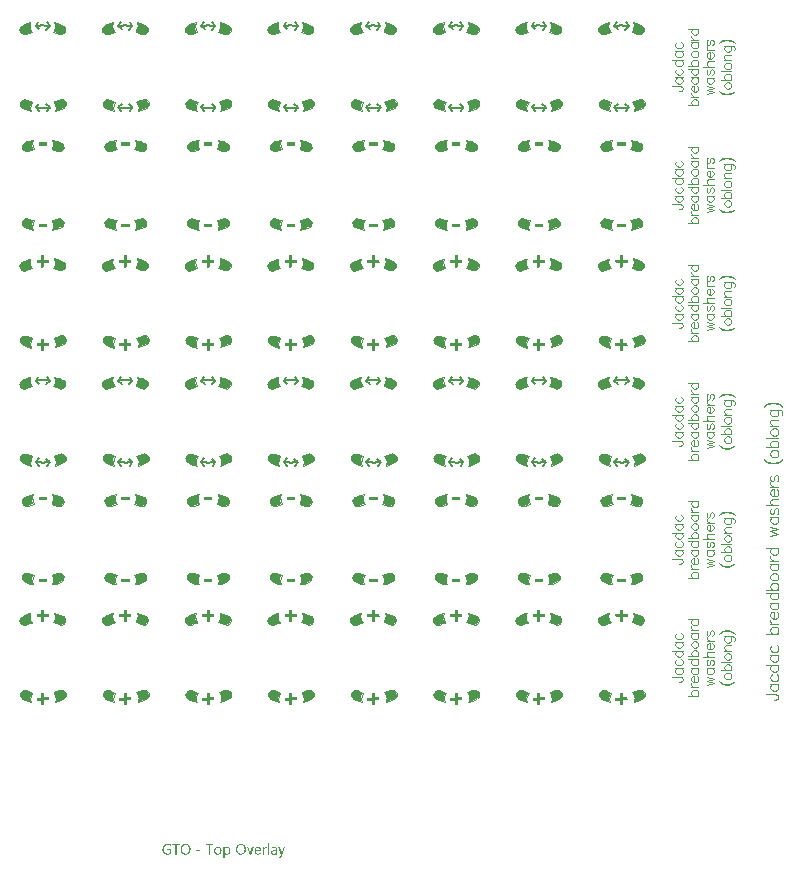
<source format=gto>
G04*
G04 #@! TF.GenerationSoftware,Altium Limited,Altium Designer,22.11.1 (43)*
G04*
G04 Layer_Color=65535*
%FSLAX44Y44*%
%MOMM*%
G71*
G04*
G04 #@! TF.SameCoordinates,8AD1E97E-50D3-4F0F-8D34-8AA03B0C27D3*
G04*
G04*
G04 #@! TF.FilePolarity,Positive*
G04*
G01*
G75*
%ADD20C,0.1000*%
%ADD21C,0.2000*%
G36*
X359765Y437833D02*
X359765Y437833D01*
X359765Y437833D01*
X359765Y437833D01*
X359765Y437833D02*
G37*
G36*
X289765Y437833D02*
X289765Y437833D01*
X289765Y437833D01*
X289765Y437833D01*
X289765Y437833D02*
G37*
G36*
X219765Y437833D02*
X219765Y437833D01*
X219765Y437833D01*
X219765Y437833D01*
X219765Y437833D02*
G37*
G36*
X149765Y437833D02*
X149765Y437833D01*
X149765Y437833D01*
X149765Y437833D01*
X149765Y437833D02*
G37*
G36*
X79765Y437833D02*
X79765Y437833D01*
X79765Y437833D01*
X79765Y437833D01*
X79765Y437833D02*
G37*
G36*
X9765Y437833D02*
X9765Y437833D01*
X9765Y437833D01*
X9765Y437833D01*
X9765Y437833D02*
G37*
G36*
X-60235Y437833D02*
X-60235Y437833D01*
X-60235Y437833D01*
X-60235Y437833D01*
X-60235Y437833D02*
G37*
G36*
X-130235Y437833D02*
X-130235Y437833D01*
X-130235Y437833D01*
X-130235Y437833D01*
X-130235Y437833D02*
G37*
G36*
X339578Y437657D02*
X339578Y437657D01*
X339467Y437626D01*
X339489Y437693D01*
X339578Y437657D01*
X339578Y437657D02*
G37*
G36*
X269578Y437657D02*
X269578Y437657D01*
X269467Y437626D01*
X269489Y437693D01*
X269578Y437657D01*
X269578Y437657D02*
G37*
G36*
X199578Y437657D02*
X199578Y437657D01*
X199467Y437626D01*
X199489Y437693D01*
X199578Y437657D01*
X199578Y437657D02*
G37*
G36*
X129578Y437657D02*
X129578Y437657D01*
X129467Y437626D01*
X129489Y437693D01*
X129578Y437657D01*
X129578Y437657D02*
G37*
G36*
X59578Y437657D02*
X59578Y437657D01*
X59467Y437626D01*
X59489Y437693D01*
X59578Y437657D01*
X59578Y437657D02*
G37*
G36*
X-10422Y437657D02*
X-10422Y437657D01*
X-10533Y437626D01*
X-10511Y437693D01*
X-10422Y437657D01*
X-10422Y437657D02*
G37*
G36*
X-80422Y437657D02*
X-80422Y437657D01*
X-80533Y437626D01*
X-80511Y437693D01*
X-80422Y437657D01*
X-80422Y437657D02*
G37*
G36*
X-150422Y437657D02*
X-150422Y437657D01*
X-150533Y437626D01*
X-150511Y437693D01*
X-150422Y437657D01*
X-150422Y437657D02*
G37*
G36*
X339165Y436680D02*
X338934Y434569D01*
X339266Y432472D01*
X340138Y430537D01*
X340759Y429673D01*
X340759Y429673D01*
X340759Y429673D01*
X340759Y429673D01*
X340678Y429641D01*
X340099Y429452D01*
X338954Y429041D01*
X337825Y428585D01*
X336715Y428085D01*
X336168Y427818D01*
X336116Y427894D01*
X335460Y427560D01*
X333997Y427400D01*
X332573Y427772D01*
X331375Y428627D01*
X330559Y429852D01*
X330233Y431287D01*
X330438Y432744D01*
X331149Y434033D01*
X331711Y434509D01*
X331711Y434509D01*
X331992Y434669D01*
X332898Y435140D01*
X334756Y435987D01*
X336657Y436736D01*
X338594Y437384D01*
X339467Y437626D01*
X339165Y436680D01*
X339165Y436680D02*
G37*
G36*
X269165Y436680D02*
X268934Y434569D01*
X269266Y432472D01*
X270138Y430537D01*
X270759Y429673D01*
X270759Y429673D01*
X270759Y429673D01*
X270759Y429673D01*
X270678Y429641D01*
X270100Y429452D01*
X268954Y429041D01*
X267825Y428585D01*
X266715Y428085D01*
X266168Y427818D01*
X266116Y427894D01*
X265460Y427560D01*
X263997Y427400D01*
X262573Y427772D01*
X261375Y428627D01*
X260559Y429852D01*
X260233Y431287D01*
X260438Y432744D01*
X261149Y434033D01*
X261711Y434509D01*
X261711Y434509D01*
X261992Y434669D01*
X262898Y435140D01*
X264756Y435987D01*
X266657Y436736D01*
X268594Y437384D01*
X269467Y437626D01*
X269165Y436680D01*
X269165Y436680D02*
G37*
G36*
X199165Y436680D02*
X198934Y434569D01*
X199266Y432472D01*
X200138Y430537D01*
X200759Y429673D01*
X200759Y429673D01*
X200759Y429673D01*
X200759Y429673D01*
X200678Y429641D01*
X200099Y429452D01*
X198954Y429041D01*
X197825Y428585D01*
X196715Y428085D01*
X196168Y427818D01*
X196116Y427894D01*
X195460Y427560D01*
X193997Y427400D01*
X192573Y427772D01*
X191375Y428627D01*
X190559Y429852D01*
X190233Y431287D01*
X190438Y432744D01*
X191149Y434033D01*
X191711Y434509D01*
X191711Y434509D01*
X191992Y434669D01*
X192898Y435140D01*
X194756Y435987D01*
X196657Y436736D01*
X198594Y437384D01*
X199467Y437626D01*
X199165Y436680D01*
X199165Y436680D02*
G37*
G36*
X129165Y436680D02*
X128934Y434569D01*
X129266Y432472D01*
X130138Y430537D01*
X130759Y429673D01*
X130759Y429673D01*
X130759Y429673D01*
X130759Y429673D01*
X130678Y429641D01*
X130099Y429452D01*
X128954Y429041D01*
X127825Y428585D01*
X126715Y428085D01*
X126168Y427818D01*
X126116Y427894D01*
X125460Y427560D01*
X123997Y427400D01*
X122573Y427772D01*
X121375Y428627D01*
X120559Y429852D01*
X120233Y431287D01*
X120438Y432744D01*
X121149Y434033D01*
X121711Y434509D01*
X121711Y434509D01*
X121992Y434669D01*
X122898Y435140D01*
X124756Y435987D01*
X126657Y436736D01*
X128594Y437384D01*
X129467Y437626D01*
X129165Y436680D01*
X129165Y436680D02*
G37*
G36*
X59165Y436680D02*
X58934Y434569D01*
X59266Y432472D01*
X60138Y430537D01*
X60759Y429673D01*
X60759Y429673D01*
X60759Y429673D01*
X60759Y429673D01*
X60678Y429641D01*
X60099Y429452D01*
X58954Y429041D01*
X57825Y428585D01*
X56715Y428085D01*
X56168Y427818D01*
X56116Y427894D01*
X55460Y427560D01*
X53997Y427400D01*
X52573Y427772D01*
X51375Y428627D01*
X50559Y429852D01*
X50233Y431287D01*
X50438Y432744D01*
X51149Y434033D01*
X51711Y434509D01*
X51711Y434509D01*
X51992Y434669D01*
X52898Y435140D01*
X54756Y435987D01*
X56657Y436736D01*
X58594Y437384D01*
X59467Y437626D01*
X59165Y436680D01*
X59165Y436680D02*
G37*
G36*
X-10835Y436680D02*
X-11066Y434569D01*
X-10734Y432472D01*
X-9862Y430537D01*
X-9241Y429673D01*
X-9241Y429673D01*
X-9241Y429673D01*
X-9241Y429673D01*
X-9322Y429641D01*
X-9901Y429452D01*
X-11046Y429041D01*
X-12175Y428585D01*
X-13285Y428085D01*
X-13832Y427818D01*
X-13884Y427894D01*
X-14540Y427560D01*
X-16003Y427400D01*
X-17427Y427772D01*
X-18625Y428627D01*
X-19441Y429852D01*
X-19767Y431287D01*
X-19562Y432744D01*
X-18851Y434033D01*
X-18289Y434509D01*
X-18289Y434509D01*
X-18008Y434669D01*
X-17102Y435140D01*
X-15244Y435987D01*
X-13343Y436736D01*
X-11406Y437384D01*
X-10533Y437626D01*
X-10835Y436680D01*
X-10835Y436680D02*
G37*
G36*
X-80835Y436680D02*
X-81066Y434569D01*
X-80734Y432472D01*
X-79862Y430537D01*
X-79241Y429673D01*
X-79241Y429673D01*
X-79241Y429673D01*
X-79241Y429673D01*
X-79322Y429641D01*
X-79901Y429452D01*
X-81046Y429041D01*
X-82175Y428585D01*
X-83285Y428085D01*
X-83832Y427818D01*
X-83884Y427894D01*
X-84540Y427560D01*
X-86003Y427400D01*
X-87427Y427772D01*
X-88625Y428627D01*
X-89441Y429852D01*
X-89767Y431287D01*
X-89562Y432744D01*
X-88851Y434033D01*
X-88289Y434509D01*
X-88289Y434509D01*
X-88008Y434669D01*
X-87102Y435140D01*
X-85244Y435987D01*
X-83343Y436736D01*
X-81406Y437384D01*
X-80533Y437626D01*
X-80835Y436680D01*
X-80835Y436680D02*
G37*
G36*
X-150835Y436680D02*
X-151066Y434569D01*
X-150734Y432472D01*
X-149862Y430537D01*
X-149241Y429673D01*
X-149241Y429673D01*
X-149241Y429673D01*
X-149241Y429673D01*
X-149322Y429641D01*
X-149901Y429452D01*
X-151046Y429041D01*
X-152175Y428585D01*
X-153285Y428085D01*
X-153832Y427818D01*
X-153884Y427894D01*
X-154540Y427560D01*
X-156003Y427400D01*
X-157427Y427772D01*
X-158625Y428627D01*
X-159441Y429852D01*
X-159767Y431287D01*
X-159562Y432744D01*
X-158851Y434033D01*
X-158289Y434509D01*
X-158289Y434509D01*
X-158008Y434669D01*
X-157102Y435140D01*
X-155244Y435987D01*
X-153343Y436736D01*
X-151406Y437384D01*
X-150533Y437626D01*
X-150835Y436680D01*
X-150835Y436680D02*
G37*
G36*
X359876Y437804D02*
X360754Y437578D01*
X362701Y436963D01*
X364615Y436248D01*
X366488Y435434D01*
X367402Y434978D01*
X367686Y434823D01*
X368255Y434357D01*
X368989Y433081D01*
X369220Y431627D01*
X368918Y430187D01*
X368124Y428947D01*
X366941Y428072D01*
X365523Y427676D01*
X364058Y427809D01*
X363397Y428132D01*
X363346Y428056D01*
X362794Y428312D01*
X361675Y428793D01*
X360539Y429229D01*
X359386Y429620D01*
X358805Y429799D01*
X358723Y429829D01*
X358723Y429829D01*
X359328Y430704D01*
X360167Y432655D01*
X360462Y434757D01*
X360194Y436863D01*
X359876Y437804D01*
X359765Y437833D01*
X359853Y437871D01*
X359876Y437804D01*
X359876Y437804D02*
G37*
G36*
X289876Y437804D02*
X290753Y437578D01*
X292701Y436963D01*
X294615Y436248D01*
X296488Y435434D01*
X297402Y434978D01*
X297686Y434823D01*
X298255Y434357D01*
X298989Y433081D01*
X299220Y431627D01*
X298918Y430187D01*
X298124Y428947D01*
X296941Y428072D01*
X295523Y427676D01*
X294058Y427809D01*
X293397Y428132D01*
X293346Y428056D01*
X292794Y428312D01*
X291675Y428793D01*
X290539Y429229D01*
X289386Y429620D01*
X288804Y429799D01*
X288723Y429829D01*
X288723Y429829D01*
X289328Y430704D01*
X290167Y432655D01*
X290462Y434757D01*
X290194Y436863D01*
X289876Y437804D01*
X289765Y437833D01*
X289853Y437871D01*
X289876Y437804D01*
X289876Y437804D02*
G37*
G36*
X219876Y437804D02*
X220753Y437578D01*
X222701Y436963D01*
X224615Y436248D01*
X226488Y435434D01*
X227402Y434978D01*
X227686Y434823D01*
X228255Y434357D01*
X228989Y433081D01*
X229220Y431627D01*
X228918Y430187D01*
X228124Y428947D01*
X226941Y428072D01*
X225523Y427676D01*
X224058Y427809D01*
X223397Y428132D01*
X223346Y428056D01*
X222794Y428312D01*
X221675Y428793D01*
X220539Y429229D01*
X219386Y429620D01*
X218804Y429799D01*
X218723Y429829D01*
X218723Y429829D01*
X219328Y430704D01*
X220166Y432655D01*
X220462Y434757D01*
X220194Y436863D01*
X219876Y437804D01*
X219765Y437833D01*
X219853Y437871D01*
X219876Y437804D01*
X219876Y437804D02*
G37*
G36*
X149876Y437804D02*
X150753Y437578D01*
X152702Y436963D01*
X154615Y436248D01*
X156488Y435434D01*
X157402Y434978D01*
X157686Y434823D01*
X158255Y434357D01*
X158989Y433081D01*
X159220Y431627D01*
X158918Y430187D01*
X158124Y428947D01*
X156941Y428072D01*
X155523Y427676D01*
X154058Y427809D01*
X153397Y428132D01*
X153346Y428056D01*
X152794Y428312D01*
X151676Y428793D01*
X150539Y429229D01*
X149386Y429620D01*
X148805Y429799D01*
X148723Y429829D01*
X148723Y429829D01*
X149328Y430704D01*
X150167Y432655D01*
X150462Y434757D01*
X150194Y436863D01*
X149876Y437804D01*
X149765Y437833D01*
X149853Y437871D01*
X149876Y437804D01*
X149876Y437804D02*
G37*
G36*
X79876Y437804D02*
X80753Y437578D01*
X82702Y436963D01*
X84615Y436248D01*
X86488Y435434D01*
X87402Y434978D01*
X87686Y434823D01*
X88255Y434357D01*
X88989Y433081D01*
X89220Y431627D01*
X88918Y430187D01*
X88124Y428947D01*
X86941Y428072D01*
X85523Y427676D01*
X84058Y427809D01*
X83397Y428132D01*
X83346Y428056D01*
X82794Y428312D01*
X81676Y428793D01*
X80539Y429229D01*
X79386Y429620D01*
X78804Y429799D01*
X78723Y429829D01*
X78723Y429829D01*
X79328Y430704D01*
X80167Y432655D01*
X80462Y434757D01*
X80194Y436863D01*
X79876Y437804D01*
X79765Y437833D01*
X79853Y437871D01*
X79876Y437804D01*
X79876Y437804D02*
G37*
G36*
X9876Y437804D02*
X10754Y437578D01*
X12701Y436963D01*
X14615Y436248D01*
X16488Y435434D01*
X17402Y434978D01*
X17686Y434823D01*
X18255Y434357D01*
X18989Y433081D01*
X19220Y431627D01*
X18918Y430187D01*
X18124Y428947D01*
X16941Y428072D01*
X15523Y427676D01*
X14058Y427809D01*
X13397Y428132D01*
X13346Y428056D01*
X12794Y428312D01*
X11675Y428793D01*
X10539Y429229D01*
X9386Y429620D01*
X8805Y429799D01*
X8723Y429829D01*
X8723Y429829D01*
X9329Y430704D01*
X10167Y432655D01*
X10462Y434757D01*
X10194Y436863D01*
X9876Y437804D01*
X9765Y437833D01*
X9853Y437871D01*
X9876Y437804D01*
X9876Y437804D02*
G37*
G36*
X-60124Y437804D02*
X-59247Y437578D01*
X-57298Y436963D01*
X-55385Y436248D01*
X-53512Y435434D01*
X-52598Y434978D01*
X-52314Y434823D01*
X-51745Y434357D01*
X-51011Y433081D01*
X-50780Y431627D01*
X-51082Y430187D01*
X-51876Y428947D01*
X-53059Y428072D01*
X-54477Y427676D01*
X-55942Y427809D01*
X-56603Y428132D01*
X-56654Y428056D01*
X-57206Y428312D01*
X-58324Y428793D01*
X-59461Y429229D01*
X-60614Y429620D01*
X-61196Y429799D01*
X-61277Y429829D01*
X-61277Y429829D01*
X-60672Y430704D01*
X-59833Y432655D01*
X-59538Y434757D01*
X-59806Y436863D01*
X-60124Y437804D01*
X-60235Y437833D01*
X-60147Y437871D01*
X-60124Y437804D01*
X-60124Y437804D02*
G37*
G36*
X-130124Y437804D02*
X-129247Y437578D01*
X-127298Y436963D01*
X-125385Y436248D01*
X-123512Y435434D01*
X-122598Y434978D01*
X-122314Y434823D01*
X-121745Y434357D01*
X-121011Y433081D01*
X-120780Y431627D01*
X-121082Y430187D01*
X-121876Y428947D01*
X-123059Y428072D01*
X-124477Y427676D01*
X-125942Y427809D01*
X-126603Y428132D01*
X-126654Y428056D01*
X-127206Y428312D01*
X-128324Y428793D01*
X-129461Y429229D01*
X-130614Y429620D01*
X-131195Y429799D01*
X-131277Y429829D01*
X-131277Y429829D01*
X-130672Y430704D01*
X-129833Y432655D01*
X-129538Y434757D01*
X-129806Y436863D01*
X-130124Y437804D01*
X-130235Y437833D01*
X-130147Y437871D01*
X-130124Y437804D01*
X-130124Y437804D02*
G37*
G36*
X367427Y372379D02*
X368625Y371524D01*
X369441Y370299D01*
X369767Y368864D01*
X369562Y367407D01*
X368851Y366118D01*
X368289Y365642D01*
X368289Y365642D01*
X368008Y365482D01*
X367102Y365010D01*
X365244Y364163D01*
X363343Y363415D01*
X361406Y362767D01*
X360533Y362524D01*
X360511Y362458D01*
X360422Y362494D01*
X360533Y362524D01*
X360835Y363471D01*
X361066Y365582D01*
X360734Y367678D01*
X359862Y369614D01*
X359241Y370478D01*
X359241Y370478D01*
X359322Y370510D01*
X359901Y370699D01*
X361046Y371110D01*
X362175Y371566D01*
X363285Y372066D01*
X363832Y372332D01*
X363884Y372257D01*
X364540Y372591D01*
X366003Y372751D01*
X367427Y372379D01*
X367427Y372379D02*
G37*
G36*
X297427Y372379D02*
X298625Y371524D01*
X299441Y370299D01*
X299767Y368864D01*
X299562Y367407D01*
X298851Y366118D01*
X298289Y365642D01*
X298289Y365642D01*
X298008Y365482D01*
X297102Y365010D01*
X295244Y364163D01*
X293343Y363415D01*
X291406Y362767D01*
X290533Y362524D01*
X290511Y362458D01*
X290422Y362494D01*
X290533Y362524D01*
X290835Y363471D01*
X291066Y365582D01*
X290734Y367678D01*
X289862Y369614D01*
X289241Y370478D01*
X289241Y370478D01*
X289322Y370510D01*
X289901Y370699D01*
X291046Y371110D01*
X292175Y371566D01*
X293285Y372066D01*
X293832Y372332D01*
X293884Y372257D01*
X294540Y372591D01*
X296003Y372751D01*
X297427Y372379D01*
X297427Y372379D02*
G37*
G36*
X227427Y372379D02*
X228625Y371524D01*
X229441Y370299D01*
X229767Y368864D01*
X229562Y367407D01*
X228851Y366118D01*
X228289Y365642D01*
X228289Y365642D01*
X228008Y365482D01*
X227102Y365010D01*
X225244Y364163D01*
X223343Y363415D01*
X221406Y362767D01*
X220533Y362524D01*
X220511Y362458D01*
X220422Y362494D01*
X220533Y362524D01*
X220835Y363471D01*
X221066Y365582D01*
X220734Y367678D01*
X219862Y369614D01*
X219241Y370478D01*
X219241Y370478D01*
X219322Y370510D01*
X219901Y370699D01*
X221046Y371110D01*
X222175Y371566D01*
X223285Y372066D01*
X223832Y372332D01*
X223884Y372257D01*
X224540Y372591D01*
X226003Y372751D01*
X227427Y372379D01*
X227427Y372379D02*
G37*
G36*
X157427Y372379D02*
X158625Y371524D01*
X159441Y370299D01*
X159767Y368864D01*
X159562Y367407D01*
X158851Y366118D01*
X158289Y365642D01*
X158289Y365642D01*
X158008Y365482D01*
X157102Y365010D01*
X155244Y364163D01*
X153343Y363415D01*
X151406Y362767D01*
X150533Y362524D01*
X150511Y362458D01*
X150422Y362494D01*
X150533Y362524D01*
X150835Y363471D01*
X151066Y365582D01*
X150734Y367678D01*
X149862Y369614D01*
X149241Y370478D01*
X149241Y370478D01*
X149322Y370510D01*
X149901Y370699D01*
X151046Y371110D01*
X152175Y371566D01*
X153285Y372066D01*
X153832Y372332D01*
X153884Y372257D01*
X154540Y372591D01*
X156003Y372751D01*
X157427Y372379D01*
X157427Y372379D02*
G37*
G36*
X87427Y372379D02*
X88625Y371524D01*
X89441Y370299D01*
X89767Y368864D01*
X89562Y367407D01*
X88851Y366118D01*
X88289Y365642D01*
X88289Y365642D01*
X88008Y365482D01*
X87102Y365010D01*
X85244Y364163D01*
X83343Y363415D01*
X81406Y362767D01*
X80533Y362524D01*
X80511Y362458D01*
X80422Y362494D01*
X80533Y362524D01*
X80835Y363471D01*
X81066Y365582D01*
X80734Y367678D01*
X79862Y369614D01*
X79241Y370478D01*
X79241Y370478D01*
X79322Y370510D01*
X79901Y370699D01*
X81046Y371110D01*
X82175Y371566D01*
X83285Y372066D01*
X83832Y372332D01*
X83884Y372257D01*
X84540Y372591D01*
X86003Y372751D01*
X87427Y372379D01*
X87427Y372379D02*
G37*
G36*
X17427Y372379D02*
X18625Y371524D01*
X19441Y370299D01*
X19767Y368864D01*
X19562Y367407D01*
X18851Y366118D01*
X18289Y365642D01*
X18289Y365642D01*
X18008Y365482D01*
X17102Y365010D01*
X15244Y364163D01*
X13343Y363415D01*
X11406Y362767D01*
X10533Y362524D01*
X10511Y362458D01*
X10422Y362494D01*
X10533Y362524D01*
X10835Y363471D01*
X11066Y365582D01*
X10734Y367678D01*
X9862Y369614D01*
X9241Y370478D01*
X9241Y370478D01*
X9322Y370510D01*
X9901Y370699D01*
X11046Y371110D01*
X12175Y371566D01*
X13285Y372066D01*
X13832Y372332D01*
X13884Y372257D01*
X14540Y372591D01*
X16003Y372751D01*
X17427Y372379D01*
X17427Y372379D02*
G37*
G36*
X-52573Y372379D02*
X-51375Y371524D01*
X-50559Y370299D01*
X-50233Y368864D01*
X-50438Y367407D01*
X-51149Y366118D01*
X-51711Y365642D01*
X-51711Y365642D01*
X-51992Y365482D01*
X-52898Y365010D01*
X-54756Y364163D01*
X-56657Y363415D01*
X-58594Y362767D01*
X-59467Y362524D01*
X-59489Y362458D01*
X-59578Y362494D01*
X-59467Y362524D01*
X-59165Y363471D01*
X-58934Y365582D01*
X-59266Y367678D01*
X-60138Y369614D01*
X-60759Y370478D01*
X-60759Y370478D01*
X-60678Y370510D01*
X-60099Y370699D01*
X-58954Y371110D01*
X-57825Y371566D01*
X-56715Y372066D01*
X-56168Y372332D01*
X-56116Y372257D01*
X-55460Y372591D01*
X-53997Y372751D01*
X-52573Y372379D01*
X-52573Y372379D02*
G37*
G36*
X-122573Y372379D02*
X-121375Y371524D01*
X-120559Y370299D01*
X-120233Y368864D01*
X-120438Y367407D01*
X-121149Y366118D01*
X-121711Y365642D01*
X-121711Y365642D01*
X-121992Y365482D01*
X-122898Y365010D01*
X-124756Y364163D01*
X-126657Y363415D01*
X-128594Y362767D01*
X-129467Y362524D01*
X-129489Y362458D01*
X-129578Y362494D01*
X-129467Y362524D01*
X-129165Y363471D01*
X-128934Y365582D01*
X-129266Y367678D01*
X-130138Y369614D01*
X-130759Y370478D01*
X-130759Y370478D01*
X-130678Y370510D01*
X-130099Y370699D01*
X-128954Y371110D01*
X-127825Y371566D01*
X-126715Y372066D01*
X-126168Y372332D01*
X-126116Y372257D01*
X-125460Y372591D01*
X-123997Y372751D01*
X-122573Y372379D01*
X-122573Y372379D02*
G37*
G36*
X335942Y372342D02*
X336603Y372019D01*
X336654Y372095D01*
X337206Y371839D01*
X338325Y371358D01*
X339461Y370922D01*
X340614Y370531D01*
X341195Y370352D01*
X341277Y370321D01*
X341277Y370321D01*
X340672Y369447D01*
X339833Y367496D01*
X339538Y365394D01*
X339806Y363288D01*
X340124Y362346D01*
X339246Y362573D01*
X337299Y363188D01*
X335385Y363903D01*
X333512Y364717D01*
X332598Y365173D01*
X332314Y365328D01*
X332314Y365328D01*
X331745Y365794D01*
X331011Y367070D01*
X330780Y368524D01*
X331082Y369964D01*
X331876Y371203D01*
X333059Y372079D01*
X334477Y372475D01*
X335942Y372342D01*
X335942Y372342D02*
G37*
G36*
X265942Y372342D02*
X266603Y372019D01*
X266654Y372095D01*
X267206Y371839D01*
X268325Y371358D01*
X269461Y370922D01*
X270614Y370531D01*
X271196Y370352D01*
X271277Y370321D01*
X271277Y370321D01*
X270672Y369447D01*
X269834Y367496D01*
X269538Y365394D01*
X269806Y363288D01*
X270124Y362346D01*
X269247Y362573D01*
X267299Y363188D01*
X265385Y363903D01*
X263512Y364717D01*
X262598Y365173D01*
X262314Y365328D01*
X262314Y365328D01*
X261745Y365794D01*
X261011Y367070D01*
X260780Y368524D01*
X261082Y369964D01*
X261876Y371203D01*
X263059Y372079D01*
X264477Y372475D01*
X265942Y372342D01*
X265942Y372342D02*
G37*
G36*
X195942Y372342D02*
X196603Y372019D01*
X196654Y372095D01*
X197206Y371839D01*
X198325Y371358D01*
X199461Y370922D01*
X200614Y370531D01*
X201196Y370352D01*
X201277Y370321D01*
X201277Y370321D01*
X200672Y369447D01*
X199834Y367496D01*
X199538Y365394D01*
X199806Y363288D01*
X200124Y362346D01*
X199247Y362573D01*
X197299Y363188D01*
X195385Y363903D01*
X193512Y364717D01*
X192598Y365173D01*
X192314Y365328D01*
X192314Y365328D01*
X191745Y365794D01*
X191011Y367070D01*
X190780Y368524D01*
X191082Y369964D01*
X191876Y371203D01*
X193059Y372079D01*
X194477Y372475D01*
X195942Y372342D01*
X195942Y372342D02*
G37*
G36*
X125942Y372342D02*
X126603Y372019D01*
X126654Y372095D01*
X127206Y371839D01*
X128324Y371358D01*
X129461Y370922D01*
X130614Y370531D01*
X131195Y370352D01*
X131277Y370321D01*
X131277Y370321D01*
X130672Y369447D01*
X129833Y367496D01*
X129538Y365394D01*
X129806Y363288D01*
X130124Y362346D01*
X129247Y362573D01*
X127298Y363188D01*
X125385Y363903D01*
X123512Y364717D01*
X122598Y365173D01*
X122314Y365328D01*
X122314Y365328D01*
X121745Y365794D01*
X121011Y367070D01*
X120780Y368524D01*
X121082Y369964D01*
X121876Y371203D01*
X123059Y372079D01*
X124477Y372475D01*
X125942Y372342D01*
X125942Y372342D02*
G37*
G36*
X55942Y372342D02*
X56603Y372019D01*
X56654Y372095D01*
X57206Y371839D01*
X58324Y371358D01*
X59461Y370922D01*
X60614Y370531D01*
X61196Y370352D01*
X61277Y370321D01*
X61277Y370321D01*
X60672Y369447D01*
X59833Y367496D01*
X59538Y365394D01*
X59806Y363288D01*
X60124Y362346D01*
X59247Y362573D01*
X57298Y363188D01*
X55385Y363903D01*
X53512Y364717D01*
X52598Y365173D01*
X52314Y365328D01*
X52314Y365328D01*
X51745Y365794D01*
X51011Y367070D01*
X50780Y368524D01*
X51082Y369964D01*
X51876Y371203D01*
X53059Y372079D01*
X54477Y372475D01*
X55942Y372342D01*
X55942Y372342D02*
G37*
G36*
X-14058Y372342D02*
X-13397Y372019D01*
X-13346Y372095D01*
X-12794Y371839D01*
X-11675Y371358D01*
X-10539Y370922D01*
X-9386Y370531D01*
X-8805Y370352D01*
X-8723Y370321D01*
X-8723Y370321D01*
X-9329Y369447D01*
X-10166Y367496D01*
X-10462Y365394D01*
X-10194Y363288D01*
X-9876Y362346D01*
X-10754Y362573D01*
X-12701Y363188D01*
X-14615Y363903D01*
X-16488Y364717D01*
X-17402Y365173D01*
X-17686Y365328D01*
X-17686Y365328D01*
X-18255Y365794D01*
X-18989Y367070D01*
X-19220Y368524D01*
X-18918Y369964D01*
X-18124Y371203D01*
X-16941Y372079D01*
X-15523Y372475D01*
X-14058Y372342D01*
X-14058Y372342D02*
G37*
G36*
X-84058Y372342D02*
X-83397Y372019D01*
X-83346Y372095D01*
X-82794Y371839D01*
X-81676Y371358D01*
X-80539Y370922D01*
X-79386Y370531D01*
X-78804Y370352D01*
X-78723Y370321D01*
X-78723Y370321D01*
X-79328Y369447D01*
X-80167Y367496D01*
X-80462Y365394D01*
X-80194Y363288D01*
X-79876Y362346D01*
X-80753Y362573D01*
X-82702Y363188D01*
X-84615Y363903D01*
X-86488Y364717D01*
X-87402Y365173D01*
X-87686Y365328D01*
X-87686Y365328D01*
X-88255Y365794D01*
X-88989Y367070D01*
X-89220Y368524D01*
X-88918Y369964D01*
X-88124Y371203D01*
X-86941Y372079D01*
X-85523Y372475D01*
X-84058Y372342D01*
X-84058Y372342D02*
G37*
G36*
X-154058Y372342D02*
X-153397Y372019D01*
X-153346Y372095D01*
X-152794Y371839D01*
X-151676Y371358D01*
X-150539Y370922D01*
X-149386Y370531D01*
X-148805Y370352D01*
X-148723Y370321D01*
X-148723Y370321D01*
X-149328Y369447D01*
X-150167Y367496D01*
X-150462Y365394D01*
X-150194Y363288D01*
X-149876Y362346D01*
X-150753Y362573D01*
X-152702Y363188D01*
X-154615Y363903D01*
X-156488Y364717D01*
X-157402Y365173D01*
X-157686Y365328D01*
X-157686Y365328D01*
X-158255Y365794D01*
X-158989Y367070D01*
X-159220Y368524D01*
X-158918Y369964D01*
X-158124Y371203D01*
X-156941Y372079D01*
X-155523Y372475D01*
X-154058Y372342D01*
X-154058Y372342D02*
G37*
G36*
X340235Y362318D02*
X340235Y362318D01*
X340235Y362318D01*
X340235Y362318D01*
X340235Y362318D02*
G37*
G36*
X270235Y362318D02*
X270235Y362318D01*
X270235Y362318D01*
X270235Y362318D01*
X270235Y362318D02*
G37*
G36*
X200235Y362318D02*
X200235Y362318D01*
X200235Y362318D01*
X200235Y362318D01*
X200235Y362318D02*
G37*
G36*
X130235Y362318D02*
X130235Y362318D01*
X130235Y362318D01*
X130235Y362318D01*
X130235Y362318D02*
G37*
G36*
X60235Y362318D02*
X60235Y362318D01*
X60235Y362318D01*
X60235Y362318D01*
X60235Y362318D02*
G37*
G36*
X-9765Y362318D02*
X-9765Y362318D01*
X-9765Y362318D01*
X-9765Y362318D01*
X-9765Y362318D02*
G37*
G36*
X-79765Y362318D02*
X-79765Y362318D01*
X-79765Y362318D01*
X-79765Y362318D01*
X-79765Y362318D02*
G37*
G36*
X-149765Y362318D02*
X-149765Y362318D01*
X-149765Y362318D01*
X-149765Y362318D01*
X-149765Y362318D02*
G37*
G36*
X340235Y362318D02*
X340147Y362280D01*
X340124Y362346D01*
X340235Y362318D01*
X340235Y362318D02*
G37*
G36*
X270235Y362318D02*
X270147Y362280D01*
X270124Y362346D01*
X270235Y362318D01*
X270235Y362318D02*
G37*
G36*
X200235Y362318D02*
X200147Y362280D01*
X200124Y362346D01*
X200235Y362318D01*
X200235Y362318D02*
G37*
G36*
X130235Y362318D02*
X130147Y362280D01*
X130124Y362346D01*
X130235Y362318D01*
X130235Y362318D02*
G37*
G36*
X60235Y362318D02*
X60147Y362280D01*
X60124Y362346D01*
X60235Y362318D01*
X60235Y362318D02*
G37*
G36*
X-9765Y362318D02*
X-9853Y362280D01*
X-9876Y362346D01*
X-9765Y362318D01*
X-9765Y362318D02*
G37*
G36*
X-79765Y362318D02*
X-79853Y362280D01*
X-79876Y362346D01*
X-79765Y362318D01*
X-79765Y362318D02*
G37*
G36*
X-149765Y362318D02*
X-149853Y362280D01*
X-149876Y362346D01*
X-149765Y362318D01*
X-149765Y362318D02*
G37*
G36*
X341892Y338223D02*
X341891Y338223D01*
X341779Y338199D01*
X341420Y337273D01*
X341061Y335181D01*
X341264Y333067D01*
X342016Y331082D01*
X342583Y330182D01*
X342583Y330182D01*
X342500Y330155D01*
X341911Y330002D01*
X340743Y329661D01*
X339588Y329275D01*
X338450Y328843D01*
X337887Y328611D01*
X337840Y328690D01*
X337165Y328396D01*
X335695Y328326D01*
X334297Y328784D01*
X333153Y329711D01*
X332413Y330983D01*
X332175Y332435D01*
X332469Y333877D01*
X333257Y335120D01*
X333847Y335561D01*
X333847Y335561D01*
X334137Y335704D01*
X335070Y336119D01*
X336977Y336851D01*
X338920Y337482D01*
X340892Y338011D01*
X341779Y338199D01*
X341805Y338265D01*
X341892Y338223D01*
X341892Y338223D02*
G37*
G36*
X271891Y338223D02*
X271891Y338223D01*
X271779Y338199D01*
X271420Y337273D01*
X271061Y335181D01*
X271264Y333067D01*
X272016Y331082D01*
X272583Y330182D01*
X272583Y330182D01*
X272500Y330155D01*
X271911Y330002D01*
X270743Y329661D01*
X269588Y329275D01*
X268450Y328843D01*
X267887Y328611D01*
X267840Y328690D01*
X267165Y328396D01*
X265695Y328326D01*
X264297Y328784D01*
X263153Y329711D01*
X262413Y330983D01*
X262175Y332435D01*
X262469Y333877D01*
X263257Y335120D01*
X263847Y335561D01*
X263847Y335561D01*
X264137Y335704D01*
X265070Y336119D01*
X266977Y336851D01*
X268920Y337482D01*
X270893Y338011D01*
X271779Y338199D01*
X271805Y338265D01*
X271891Y338223D01*
X271891Y338223D02*
G37*
G36*
X201891Y338223D02*
X201891Y338223D01*
X201779Y338199D01*
X201420Y337273D01*
X201061Y335181D01*
X201264Y333067D01*
X202016Y331082D01*
X202583Y330182D01*
X202583Y330182D01*
X202500Y330155D01*
X201911Y330002D01*
X200743Y329661D01*
X199588Y329275D01*
X198450Y328843D01*
X197887Y328611D01*
X197840Y328690D01*
X197165Y328396D01*
X195695Y328326D01*
X194297Y328784D01*
X193153Y329711D01*
X192413Y330983D01*
X192175Y332435D01*
X192469Y333877D01*
X193257Y335120D01*
X193847Y335561D01*
X193847Y335561D01*
X194137Y335704D01*
X195070Y336119D01*
X196977Y336851D01*
X198920Y337482D01*
X200893Y338011D01*
X201779Y338199D01*
X201805Y338265D01*
X201891Y338223D01*
X201891Y338223D02*
G37*
G36*
X131891Y338223D02*
X131891Y338223D01*
X131779Y338199D01*
X131420Y337273D01*
X131061Y335181D01*
X131264Y333067D01*
X132016Y331082D01*
X132583Y330182D01*
X132583Y330182D01*
X132500Y330155D01*
X131911Y330002D01*
X130743Y329661D01*
X129588Y329275D01*
X128450Y328843D01*
X127887Y328611D01*
X127840Y328690D01*
X127165Y328396D01*
X125695Y328326D01*
X124297Y328784D01*
X123153Y329711D01*
X122413Y330983D01*
X122175Y332435D01*
X122469Y333877D01*
X123257Y335120D01*
X123847Y335561D01*
X123847Y335561D01*
X124137Y335704D01*
X125070Y336119D01*
X126977Y336851D01*
X128920Y337482D01*
X130892Y338011D01*
X131779Y338199D01*
X131805Y338265D01*
X131891Y338223D01*
X131891Y338223D02*
G37*
G36*
X61891Y338223D02*
X61891Y338223D01*
X61779Y338199D01*
X61420Y337273D01*
X61061Y335181D01*
X61264Y333067D01*
X62016Y331082D01*
X62583Y330182D01*
X62583Y330182D01*
X62500Y330155D01*
X61911Y330002D01*
X60743Y329661D01*
X59588Y329275D01*
X58450Y328843D01*
X57887Y328611D01*
X57840Y328690D01*
X57165Y328396D01*
X55695Y328326D01*
X54297Y328784D01*
X53153Y329711D01*
X52413Y330983D01*
X52175Y332435D01*
X52469Y333877D01*
X53257Y335120D01*
X53847Y335561D01*
X53847Y335561D01*
X54137Y335704D01*
X55070Y336119D01*
X56977Y336851D01*
X58920Y337482D01*
X60893Y338011D01*
X61779Y338199D01*
X61805Y338265D01*
X61891Y338223D01*
X61891Y338223D02*
G37*
G36*
X-8109Y338223D02*
X-8109Y338223D01*
X-8221Y338199D01*
X-8580Y337273D01*
X-8939Y335181D01*
X-8736Y333067D01*
X-7984Y331082D01*
X-7417Y330182D01*
X-7417Y330182D01*
X-7500Y330155D01*
X-8089Y330002D01*
X-9257Y329661D01*
X-10412Y329275D01*
X-11550Y328843D01*
X-12113Y328611D01*
X-12160Y328690D01*
X-12835Y328396D01*
X-14305Y328326D01*
X-15703Y328784D01*
X-16847Y329711D01*
X-17587Y330983D01*
X-17825Y332435D01*
X-17531Y333877D01*
X-16743Y335120D01*
X-16153Y335561D01*
X-16153Y335561D01*
X-15863Y335704D01*
X-14930Y336119D01*
X-13023Y336851D01*
X-11080Y337482D01*
X-9107Y338011D01*
X-8221Y338199D01*
X-8195Y338265D01*
X-8109Y338223D01*
X-8109Y338223D02*
G37*
G36*
X-78109Y338223D02*
X-78109Y338223D01*
X-78221Y338199D01*
X-78580Y337273D01*
X-78939Y335181D01*
X-78736Y333067D01*
X-77984Y331082D01*
X-77417Y330182D01*
X-77417Y330182D01*
X-77500Y330155D01*
X-78089Y330002D01*
X-79257Y329661D01*
X-80412Y329275D01*
X-81550Y328843D01*
X-82113Y328611D01*
X-82160Y328690D01*
X-82835Y328396D01*
X-84305Y328326D01*
X-85703Y328784D01*
X-86847Y329711D01*
X-87587Y330983D01*
X-87825Y332435D01*
X-87531Y333877D01*
X-86743Y335120D01*
X-86153Y335561D01*
X-86153Y335561D01*
X-85863Y335704D01*
X-84930Y336119D01*
X-83023Y336851D01*
X-81080Y337482D01*
X-79107Y338011D01*
X-78221Y338199D01*
X-78195Y338265D01*
X-78109Y338223D01*
X-78109Y338223D02*
G37*
G36*
X-148109Y338223D02*
X-148109Y338223D01*
X-148221Y338199D01*
X-148580Y337273D01*
X-148939Y335181D01*
X-148736Y333067D01*
X-147984Y331082D01*
X-147417Y330182D01*
X-147417Y330182D01*
X-147500Y330155D01*
X-148089Y330002D01*
X-149257Y329661D01*
X-150412Y329275D01*
X-151550Y328843D01*
X-152113Y328611D01*
X-152160Y328690D01*
X-152835Y328396D01*
X-154305Y328326D01*
X-155703Y328784D01*
X-156847Y329711D01*
X-157587Y330983D01*
X-157825Y332435D01*
X-157531Y333877D01*
X-156743Y335120D01*
X-156153Y335561D01*
X-156153Y335561D01*
X-155863Y335704D01*
X-154930Y336119D01*
X-153023Y336851D01*
X-151080Y337482D01*
X-149108Y338011D01*
X-148221Y338199D01*
X-148195Y338265D01*
X-148109Y338223D01*
X-148109Y338223D02*
G37*
G36*
X353510Y333258D02*
X346488Y333258D01*
X346488Y336090D01*
X353510Y336090D01*
X353510Y333258D01*
X353510Y333258D02*
G37*
G36*
X283510Y333258D02*
X276488Y333258D01*
X276488Y336090D01*
X283510Y336090D01*
X283510Y333258D01*
X283510Y333258D02*
G37*
G36*
X213510Y333258D02*
X206488Y333258D01*
X206488Y336090D01*
X213510Y336090D01*
X213510Y333258D01*
X213510Y333258D02*
G37*
G36*
X143510Y333258D02*
X136488Y333258D01*
X136488Y336090D01*
X143510Y336090D01*
X143510Y333258D01*
X143510Y333258D02*
G37*
G36*
X73510Y333258D02*
X66488Y333258D01*
X66488Y336090D01*
X73510Y336090D01*
X73510Y333258D01*
X73510Y333258D02*
G37*
G36*
X3510Y333258D02*
X-3512Y333258D01*
X-3512Y336090D01*
X3510Y336090D01*
X3510Y333258D01*
X3510Y333258D02*
G37*
G36*
X-66490Y333258D02*
X-73512Y333258D01*
X-73512Y336090D01*
X-66490Y336090D01*
X-66490Y333258D01*
X-66490Y333258D02*
G37*
G36*
X-136490Y333258D02*
X-143512Y333258D01*
X-143512Y336090D01*
X-136490Y336090D01*
X-136490Y333258D01*
X-136490Y333258D02*
G37*
G36*
X358221Y338199D02*
X359108Y338011D01*
X361080Y337482D01*
X363023Y336851D01*
X364930Y336119D01*
X365863Y335704D01*
X366153Y335561D01*
X366153Y335561D01*
X366743Y335120D01*
X367531Y333877D01*
X367825Y332435D01*
X367587Y330983D01*
X366847Y329711D01*
X365703Y328784D01*
X364305Y328326D01*
X362835Y328396D01*
X362160Y328690D01*
X362113Y328611D01*
X361550Y328843D01*
X360412Y329275D01*
X359257Y329661D01*
X358089Y330002D01*
X357500Y330155D01*
X357417Y330182D01*
X357984Y331082D01*
X358736Y333067D01*
X358939Y335181D01*
X358580Y337273D01*
X358221Y338199D01*
X358109Y338223D01*
X358108Y338223D01*
X358195Y338265D01*
X358221Y338199D01*
X358221Y338199D02*
G37*
G36*
X288221Y338199D02*
X289107Y338011D01*
X291080Y337482D01*
X293023Y336851D01*
X294930Y336119D01*
X295863Y335704D01*
X296153Y335561D01*
X296153Y335561D01*
X296743Y335120D01*
X297531Y333877D01*
X297825Y332435D01*
X297587Y330983D01*
X296847Y329711D01*
X295703Y328784D01*
X294305Y328326D01*
X292835Y328396D01*
X292160Y328690D01*
X292113Y328611D01*
X291550Y328843D01*
X290412Y329275D01*
X289257Y329661D01*
X288089Y330002D01*
X287500Y330155D01*
X287417Y330182D01*
X287984Y331082D01*
X288736Y333067D01*
X288939Y335181D01*
X288580Y337273D01*
X288221Y338199D01*
X288109Y338223D01*
X288109Y338223D01*
X288195Y338265D01*
X288221Y338199D01*
X288221Y338199D02*
G37*
G36*
X218221Y338199D02*
X219107Y338011D01*
X221080Y337482D01*
X223023Y336851D01*
X224930Y336119D01*
X225863Y335704D01*
X226153Y335561D01*
X226153Y335561D01*
X226743Y335120D01*
X227531Y333877D01*
X227825Y332435D01*
X227587Y330983D01*
X226847Y329711D01*
X225703Y328784D01*
X224305Y328326D01*
X222835Y328396D01*
X222160Y328690D01*
X222113Y328611D01*
X221550Y328843D01*
X220412Y329275D01*
X219257Y329661D01*
X218089Y330002D01*
X217500Y330155D01*
X217417Y330182D01*
X217984Y331082D01*
X218736Y333067D01*
X218939Y335181D01*
X218580Y337273D01*
X218221Y338199D01*
X218109Y338223D01*
X218109Y338223D01*
X218195Y338265D01*
X218221Y338199D01*
X218221Y338199D02*
G37*
G36*
X148221Y338199D02*
X149108Y338011D01*
X151080Y337482D01*
X153023Y336851D01*
X154930Y336119D01*
X155863Y335704D01*
X156153Y335561D01*
X156153Y335561D01*
X156743Y335120D01*
X157531Y333877D01*
X157825Y332435D01*
X157587Y330983D01*
X156847Y329711D01*
X155703Y328784D01*
X154305Y328326D01*
X152835Y328396D01*
X152160Y328690D01*
X152113Y328611D01*
X151550Y328843D01*
X150412Y329275D01*
X149257Y329661D01*
X148089Y330002D01*
X147500Y330155D01*
X147417Y330182D01*
X147984Y331082D01*
X148736Y333067D01*
X148939Y335181D01*
X148580Y337273D01*
X148221Y338199D01*
X148109Y338223D01*
X148109Y338223D01*
X148195Y338265D01*
X148221Y338199D01*
X148221Y338199D02*
G37*
G36*
X78221Y338199D02*
X79107Y338011D01*
X81080Y337482D01*
X83023Y336851D01*
X84930Y336119D01*
X85863Y335704D01*
X86153Y335561D01*
X86153Y335561D01*
X86743Y335120D01*
X87531Y333877D01*
X87825Y332435D01*
X87587Y330983D01*
X86847Y329711D01*
X85703Y328784D01*
X84305Y328326D01*
X82835Y328396D01*
X82160Y328690D01*
X82113Y328611D01*
X81550Y328843D01*
X80412Y329275D01*
X79257Y329661D01*
X78089Y330002D01*
X77500Y330155D01*
X77417Y330182D01*
X77984Y331082D01*
X78736Y333067D01*
X78939Y335181D01*
X78580Y337273D01*
X78221Y338199D01*
X78109Y338223D01*
X78109Y338223D01*
X78195Y338265D01*
X78221Y338199D01*
X78221Y338199D02*
G37*
G36*
X8221Y338199D02*
X9107Y338011D01*
X11080Y337482D01*
X13023Y336851D01*
X14930Y336119D01*
X15863Y335704D01*
X16153Y335561D01*
X16153Y335561D01*
X16743Y335120D01*
X17531Y333877D01*
X17825Y332435D01*
X17587Y330983D01*
X16847Y329711D01*
X15703Y328784D01*
X14305Y328326D01*
X12835Y328396D01*
X12160Y328690D01*
X12113Y328611D01*
X11550Y328843D01*
X10412Y329275D01*
X9257Y329661D01*
X8089Y330002D01*
X7500Y330155D01*
X7417Y330182D01*
X7984Y331082D01*
X8736Y333067D01*
X8939Y335181D01*
X8580Y337273D01*
X8221Y338199D01*
X8109Y338223D01*
X8109Y338223D01*
X8195Y338265D01*
X8221Y338199D01*
X8221Y338199D02*
G37*
G36*
X-61779Y338199D02*
X-60893Y338011D01*
X-58920Y337482D01*
X-56977Y336851D01*
X-55070Y336119D01*
X-54137Y335704D01*
X-53847Y335561D01*
X-53847Y335561D01*
X-53257Y335120D01*
X-52469Y333877D01*
X-52175Y332435D01*
X-52413Y330983D01*
X-53153Y329711D01*
X-54297Y328784D01*
X-55695Y328326D01*
X-57165Y328396D01*
X-57840Y328690D01*
X-57887Y328611D01*
X-58450Y328843D01*
X-59588Y329275D01*
X-60743Y329661D01*
X-61911Y330002D01*
X-62500Y330155D01*
X-62583Y330182D01*
X-62016Y331082D01*
X-61264Y333067D01*
X-61061Y335181D01*
X-61420Y337273D01*
X-61779Y338199D01*
X-61891Y338223D01*
X-61891Y338223D01*
X-61805Y338265D01*
X-61779Y338199D01*
X-61779Y338199D02*
G37*
G36*
X-131779Y338199D02*
X-130892Y338011D01*
X-128920Y337482D01*
X-126977Y336851D01*
X-125070Y336119D01*
X-124137Y335704D01*
X-123847Y335561D01*
X-123847Y335561D01*
X-123257Y335120D01*
X-122469Y333877D01*
X-122175Y332435D01*
X-122413Y330983D01*
X-123153Y329711D01*
X-124297Y328784D01*
X-125695Y328326D01*
X-127165Y328396D01*
X-127840Y328690D01*
X-127887Y328611D01*
X-128450Y328843D01*
X-129588Y329275D01*
X-130743Y329661D01*
X-131911Y330002D01*
X-132500Y330155D01*
X-132583Y330182D01*
X-132016Y331082D01*
X-131264Y333067D01*
X-131061Y335181D01*
X-131420Y337273D01*
X-131779Y338199D01*
X-131891Y338223D01*
X-131891Y338223D01*
X-131805Y338265D01*
X-131779Y338199D01*
X-131779Y338199D02*
G37*
G36*
X365703Y271366D02*
X366847Y270440D01*
X367587Y269168D01*
X367825Y267715D01*
X367531Y266273D01*
X366743Y265031D01*
X366153Y264590D01*
X366153Y264590D01*
X365863Y264447D01*
X364930Y264032D01*
X363023Y263300D01*
X361080Y262669D01*
X359108Y262140D01*
X358221Y261952D01*
X358195Y261886D01*
X358109Y261928D01*
X358221Y261952D01*
X358580Y262878D01*
X358939Y264970D01*
X358736Y267083D01*
X357984Y269069D01*
X357417Y269969D01*
X357417Y269969D01*
X357500Y269996D01*
X358089Y270149D01*
X359257Y270490D01*
X360412Y270876D01*
X361550Y271308D01*
X362113Y271540D01*
X362160Y271461D01*
X362835Y271755D01*
X364305Y271825D01*
X365703Y271366D01*
X365703Y271366D02*
G37*
G36*
X295703Y271366D02*
X296847Y270440D01*
X297587Y269168D01*
X297825Y267715D01*
X297531Y266273D01*
X296743Y265031D01*
X296153Y264590D01*
X296153Y264590D01*
X295863Y264447D01*
X294930Y264032D01*
X293023Y263300D01*
X291080Y262669D01*
X289107Y262140D01*
X288221Y261952D01*
X288195Y261886D01*
X288109Y261928D01*
X288221Y261952D01*
X288580Y262878D01*
X288939Y264970D01*
X288736Y267083D01*
X287984Y269069D01*
X287417Y269969D01*
X287417Y269969D01*
X287500Y269996D01*
X288089Y270149D01*
X289257Y270490D01*
X290412Y270876D01*
X291550Y271308D01*
X292113Y271540D01*
X292160Y271461D01*
X292835Y271755D01*
X294305Y271825D01*
X295703Y271366D01*
X295703Y271366D02*
G37*
G36*
X225703Y271366D02*
X226847Y270440D01*
X227587Y269168D01*
X227825Y267715D01*
X227531Y266273D01*
X226743Y265031D01*
X226153Y264590D01*
X226153Y264590D01*
X225863Y264447D01*
X224930Y264032D01*
X223023Y263300D01*
X221080Y262669D01*
X219107Y262140D01*
X218221Y261952D01*
X218195Y261886D01*
X218109Y261928D01*
X218221Y261952D01*
X218580Y262878D01*
X218939Y264970D01*
X218736Y267083D01*
X217984Y269069D01*
X217417Y269969D01*
X217417Y269969D01*
X217500Y269996D01*
X218089Y270149D01*
X219257Y270490D01*
X220412Y270876D01*
X221550Y271308D01*
X222113Y271540D01*
X222160Y271461D01*
X222835Y271755D01*
X224305Y271825D01*
X225703Y271366D01*
X225703Y271366D02*
G37*
G36*
X155703Y271366D02*
X156847Y270440D01*
X157587Y269168D01*
X157825Y267715D01*
X157531Y266273D01*
X156743Y265031D01*
X156153Y264590D01*
X156153Y264590D01*
X155863Y264447D01*
X154930Y264032D01*
X153023Y263300D01*
X151080Y262669D01*
X149108Y262140D01*
X148221Y261952D01*
X148195Y261886D01*
X148109Y261928D01*
X148221Y261952D01*
X148580Y262878D01*
X148939Y264970D01*
X148736Y267083D01*
X147984Y269069D01*
X147417Y269969D01*
X147417Y269969D01*
X147500Y269996D01*
X148089Y270149D01*
X149257Y270490D01*
X150412Y270876D01*
X151550Y271308D01*
X152113Y271540D01*
X152160Y271461D01*
X152835Y271755D01*
X154305Y271825D01*
X155703Y271366D01*
X155703Y271366D02*
G37*
G36*
X85703Y271366D02*
X86847Y270440D01*
X87587Y269168D01*
X87825Y267715D01*
X87531Y266273D01*
X86743Y265031D01*
X86153Y264590D01*
X86153Y264590D01*
X85863Y264447D01*
X84930Y264032D01*
X83023Y263300D01*
X81080Y262669D01*
X79107Y262140D01*
X78221Y261952D01*
X78195Y261886D01*
X78109Y261928D01*
X78221Y261952D01*
X78580Y262878D01*
X78939Y264970D01*
X78736Y267083D01*
X77984Y269069D01*
X77417Y269969D01*
X77417Y269969D01*
X77500Y269996D01*
X78089Y270149D01*
X79257Y270490D01*
X80412Y270876D01*
X81550Y271308D01*
X82113Y271540D01*
X82160Y271461D01*
X82835Y271755D01*
X84305Y271825D01*
X85703Y271366D01*
X85703Y271366D02*
G37*
G36*
X15703Y271366D02*
X16847Y270440D01*
X17587Y269168D01*
X17825Y267715D01*
X17531Y266273D01*
X16743Y265031D01*
X16153Y264590D01*
X16153Y264590D01*
X15863Y264447D01*
X14930Y264032D01*
X13023Y263300D01*
X11080Y262669D01*
X9107Y262140D01*
X8221Y261952D01*
X8195Y261886D01*
X8109Y261928D01*
X8221Y261952D01*
X8580Y262878D01*
X8939Y264970D01*
X8736Y267083D01*
X7984Y269069D01*
X7417Y269969D01*
X7417Y269969D01*
X7500Y269996D01*
X8089Y270149D01*
X9257Y270490D01*
X10412Y270876D01*
X11550Y271308D01*
X12113Y271540D01*
X12160Y271461D01*
X12835Y271755D01*
X14305Y271825D01*
X15703Y271366D01*
X15703Y271366D02*
G37*
G36*
X-54297Y271366D02*
X-53153Y270440D01*
X-52413Y269168D01*
X-52175Y267715D01*
X-52469Y266273D01*
X-53257Y265031D01*
X-53847Y264590D01*
X-53847Y264590D01*
X-54137Y264447D01*
X-55070Y264032D01*
X-56977Y263300D01*
X-58920Y262669D01*
X-60893Y262140D01*
X-61779Y261952D01*
X-61805Y261886D01*
X-61891Y261928D01*
X-61779Y261952D01*
X-61420Y262878D01*
X-61061Y264970D01*
X-61264Y267083D01*
X-62016Y269069D01*
X-62583Y269969D01*
X-62583Y269969D01*
X-62500Y269996D01*
X-61911Y270149D01*
X-60743Y270490D01*
X-59588Y270876D01*
X-58450Y271308D01*
X-57887Y271540D01*
X-57840Y271461D01*
X-57165Y271755D01*
X-55695Y271825D01*
X-54297Y271366D01*
X-54297Y271366D02*
G37*
G36*
X-124297Y271366D02*
X-123153Y270440D01*
X-122413Y269168D01*
X-122175Y267715D01*
X-122469Y266273D01*
X-123257Y265031D01*
X-123847Y264590D01*
X-123847Y264590D01*
X-124137Y264447D01*
X-125070Y264032D01*
X-126977Y263300D01*
X-128920Y262669D01*
X-130892Y262140D01*
X-131779Y261952D01*
X-131805Y261886D01*
X-131891Y261928D01*
X-131779Y261952D01*
X-131420Y262878D01*
X-131061Y264970D01*
X-131264Y267083D01*
X-132016Y269069D01*
X-132583Y269969D01*
X-132583Y269969D01*
X-132500Y269996D01*
X-131911Y270149D01*
X-130743Y270490D01*
X-129588Y270876D01*
X-128450Y271308D01*
X-127887Y271540D01*
X-127840Y271461D01*
X-127165Y271755D01*
X-125695Y271825D01*
X-124297Y271366D01*
X-124297Y271366D02*
G37*
G36*
X353518Y264065D02*
X346496Y264065D01*
X346496Y266897D01*
X353518Y266897D01*
X353518Y264065D01*
X353518Y264065D02*
G37*
G36*
X73518Y264065D02*
X66496Y264065D01*
X66496Y266897D01*
X73518Y266897D01*
X73518Y264065D01*
X73518Y264065D02*
G37*
G36*
X213517Y264065D02*
X206495Y264065D01*
X206495Y266896D01*
X213517Y266896D01*
X213517Y264065D01*
X213517Y264065D02*
G37*
G36*
X-66483Y264065D02*
X-73505Y264065D01*
X-73505Y266896D01*
X-66483Y266896D01*
X-66483Y264065D01*
X-66483Y264065D02*
G37*
G36*
X283517Y264065D02*
X276495Y264065D01*
X276495Y266896D01*
X283517Y266896D01*
X283517Y264065D01*
X283517Y264065D02*
G37*
G36*
X3517Y264065D02*
X-3505Y264065D01*
X-3505Y266896D01*
X3517Y266896D01*
X3517Y264065D01*
X3517Y264065D02*
G37*
G36*
X143517Y264065D02*
X136495Y264065D01*
X136495Y266896D01*
X143517Y266896D01*
X143517Y264065D01*
X143517Y264065D02*
G37*
G36*
X-136483Y264065D02*
X-143505Y264065D01*
X-143505Y266896D01*
X-136483Y266896D01*
X-136483Y264065D01*
X-136483Y264065D02*
G37*
G36*
X337165Y271755D02*
X337840Y271461D01*
X337887Y271540D01*
X338450Y271308D01*
X339588Y270876D01*
X340743Y270490D01*
X341911Y270149D01*
X342500Y269996D01*
X342583Y269969D01*
X342583Y269969D01*
X342016Y269069D01*
X341264Y267084D01*
X341061Y264970D01*
X341420Y262878D01*
X341779Y261952D01*
X340892Y262140D01*
X338920Y262669D01*
X336977Y263300D01*
X335070Y264032D01*
X334137Y264447D01*
X333847Y264590D01*
X333847Y264590D01*
X333257Y265031D01*
X332469Y266273D01*
X332175Y267715D01*
X332413Y269168D01*
X333153Y270440D01*
X334297Y271366D01*
X335695Y271825D01*
X337165Y271755D01*
X337165Y271755D02*
G37*
G36*
X267165Y271755D02*
X267840Y271461D01*
X267887Y271540D01*
X268450Y271308D01*
X269588Y270876D01*
X270743Y270490D01*
X271911Y270149D01*
X272500Y269996D01*
X272583Y269969D01*
X272583Y269969D01*
X272016Y269069D01*
X271264Y267084D01*
X271061Y264970D01*
X271420Y262878D01*
X271779Y261952D01*
X270893Y262140D01*
X268920Y262669D01*
X266977Y263300D01*
X265070Y264032D01*
X264137Y264447D01*
X263847Y264590D01*
X263847Y264590D01*
X263257Y265031D01*
X262469Y266273D01*
X262175Y267715D01*
X262413Y269168D01*
X263153Y270440D01*
X264297Y271366D01*
X265695Y271825D01*
X267165Y271755D01*
X267165Y271755D02*
G37*
G36*
X197165Y271755D02*
X197840Y271461D01*
X197887Y271540D01*
X198450Y271308D01*
X199588Y270876D01*
X200743Y270490D01*
X201911Y270149D01*
X202500Y269996D01*
X202583Y269969D01*
X202583Y269969D01*
X202016Y269069D01*
X201264Y267084D01*
X201061Y264970D01*
X201420Y262878D01*
X201779Y261952D01*
X200893Y262140D01*
X198920Y262669D01*
X196977Y263300D01*
X195070Y264032D01*
X194137Y264447D01*
X193847Y264590D01*
X193847Y264590D01*
X193257Y265031D01*
X192469Y266273D01*
X192175Y267715D01*
X192413Y269168D01*
X193153Y270440D01*
X194297Y271366D01*
X195695Y271825D01*
X197165Y271755D01*
X197165Y271755D02*
G37*
G36*
X127165Y271755D02*
X127840Y271461D01*
X127887Y271540D01*
X128450Y271308D01*
X129588Y270876D01*
X130743Y270490D01*
X131911Y270149D01*
X132500Y269996D01*
X132583Y269969D01*
X132583Y269969D01*
X132016Y269069D01*
X131264Y267084D01*
X131061Y264970D01*
X131420Y262878D01*
X131779Y261952D01*
X130892Y262140D01*
X128920Y262669D01*
X126977Y263300D01*
X125070Y264032D01*
X124137Y264447D01*
X123847Y264590D01*
X123847Y264590D01*
X123257Y265031D01*
X122469Y266273D01*
X122175Y267715D01*
X122413Y269168D01*
X123153Y270440D01*
X124297Y271366D01*
X125695Y271825D01*
X127165Y271755D01*
X127165Y271755D02*
G37*
G36*
X57165Y271755D02*
X57840Y271461D01*
X57887Y271540D01*
X58450Y271308D01*
X59588Y270876D01*
X60743Y270490D01*
X61911Y270149D01*
X62500Y269996D01*
X62583Y269969D01*
X62583Y269969D01*
X62016Y269069D01*
X61264Y267084D01*
X61061Y264970D01*
X61420Y262878D01*
X61779Y261952D01*
X60893Y262140D01*
X58920Y262669D01*
X56977Y263300D01*
X55070Y264032D01*
X54137Y264447D01*
X53847Y264590D01*
X53847Y264590D01*
X53257Y265031D01*
X52469Y266273D01*
X52175Y267715D01*
X52413Y269168D01*
X53153Y270440D01*
X54297Y271366D01*
X55695Y271825D01*
X57165Y271755D01*
X57165Y271755D02*
G37*
G36*
X-12835Y271755D02*
X-12160Y271461D01*
X-12113Y271540D01*
X-11550Y271308D01*
X-10412Y270876D01*
X-9257Y270490D01*
X-8089Y270149D01*
X-7500Y269996D01*
X-7417Y269969D01*
X-7417Y269969D01*
X-7984Y269069D01*
X-8736Y267084D01*
X-8939Y264970D01*
X-8580Y262878D01*
X-8221Y261952D01*
X-9107Y262140D01*
X-11080Y262669D01*
X-13023Y263300D01*
X-14930Y264032D01*
X-15863Y264447D01*
X-16153Y264590D01*
X-16153Y264590D01*
X-16743Y265031D01*
X-17531Y266273D01*
X-17825Y267715D01*
X-17587Y269168D01*
X-16847Y270440D01*
X-15703Y271366D01*
X-14305Y271825D01*
X-12835Y271755D01*
X-12835Y271755D02*
G37*
G36*
X-82835Y271755D02*
X-82160Y271461D01*
X-82113Y271540D01*
X-81550Y271308D01*
X-80412Y270876D01*
X-79257Y270490D01*
X-78089Y270149D01*
X-77500Y269996D01*
X-77417Y269969D01*
X-77417Y269969D01*
X-77984Y269069D01*
X-78736Y267084D01*
X-78939Y264970D01*
X-78580Y262878D01*
X-78221Y261952D01*
X-79107Y262140D01*
X-81080Y262669D01*
X-83023Y263300D01*
X-84930Y264032D01*
X-85863Y264447D01*
X-86153Y264590D01*
X-86153Y264590D01*
X-86743Y265031D01*
X-87531Y266273D01*
X-87825Y267715D01*
X-87587Y269168D01*
X-86847Y270440D01*
X-85703Y271366D01*
X-84305Y271825D01*
X-82835Y271755D01*
X-82835Y271755D02*
G37*
G36*
X-152835Y271755D02*
X-152160Y271461D01*
X-152113Y271540D01*
X-151550Y271308D01*
X-150412Y270876D01*
X-149257Y270490D01*
X-148089Y270149D01*
X-147500Y269996D01*
X-147417Y269969D01*
X-147417Y269969D01*
X-147984Y269069D01*
X-148736Y267084D01*
X-148939Y264970D01*
X-148580Y262878D01*
X-148221Y261952D01*
X-149108Y262140D01*
X-151080Y262669D01*
X-153023Y263300D01*
X-154930Y264032D01*
X-155863Y264447D01*
X-156153Y264590D01*
X-156153Y264590D01*
X-156743Y265031D01*
X-157531Y266273D01*
X-157825Y267715D01*
X-157587Y269168D01*
X-156847Y270440D01*
X-155703Y271366D01*
X-154305Y271825D01*
X-152835Y271755D01*
X-152835Y271755D02*
G37*
G36*
X358109Y261928D02*
X358109Y261928D01*
X358108Y261928D01*
X358109Y261928D01*
X358109Y261928D02*
G37*
G36*
X288109Y261928D02*
X288109Y261928D01*
X288109Y261928D01*
X288109Y261928D01*
X288109Y261928D02*
G37*
G36*
X218109Y261928D02*
X218109Y261928D01*
X218109Y261928D01*
X218109Y261928D01*
X218109Y261928D02*
G37*
G36*
X148109Y261928D02*
X148109Y261928D01*
X148109Y261928D01*
X148109Y261928D01*
X148109Y261928D02*
G37*
G36*
X78109Y261928D02*
X78109Y261928D01*
X78109Y261928D01*
X78109Y261928D01*
X78109Y261928D02*
G37*
G36*
X8109Y261928D02*
X8109Y261928D01*
X8109Y261928D01*
X8109Y261928D01*
X8109Y261928D02*
G37*
G36*
X-61891Y261928D02*
X-61891Y261928D01*
X-61891Y261928D01*
X-61891Y261928D01*
X-61891Y261928D02*
G37*
G36*
X-131891Y261928D02*
X-131891Y261928D01*
X-131891Y261928D01*
X-131891Y261928D01*
X-131891Y261928D02*
G37*
G36*
X341891Y261928D02*
X341892Y261928D01*
X341805Y261886D01*
X341779Y261952D01*
X341891Y261928D01*
X341891Y261928D02*
G37*
G36*
X271891Y261928D02*
X271891Y261928D01*
X271805Y261886D01*
X271779Y261952D01*
X271891Y261928D01*
X271891Y261928D02*
G37*
G36*
X201891Y261928D02*
X201891Y261928D01*
X201805Y261886D01*
X201779Y261952D01*
X201891Y261928D01*
X201891Y261928D02*
G37*
G36*
X131891Y261928D02*
X131891Y261928D01*
X131805Y261886D01*
X131779Y261952D01*
X131891Y261928D01*
X131891Y261928D02*
G37*
G36*
X61891Y261928D02*
X61891Y261928D01*
X61805Y261886D01*
X61779Y261952D01*
X61891Y261928D01*
X61891Y261928D02*
G37*
G36*
X-8109Y261928D02*
X-8109Y261928D01*
X-8195Y261886D01*
X-8221Y261952D01*
X-8109Y261928D01*
X-8109Y261928D02*
G37*
G36*
X-78109Y261928D02*
X-78109Y261928D01*
X-78195Y261886D01*
X-78221Y261952D01*
X-78109Y261928D01*
X-78109Y261928D02*
G37*
G36*
X-148109Y261928D02*
X-148109Y261928D01*
X-148195Y261886D01*
X-148221Y261952D01*
X-148109Y261928D01*
X-148109Y261928D02*
G37*
G36*
X359876Y237805D02*
X360754Y237577D01*
X362701Y236963D01*
X364615Y236248D01*
X366488Y235434D01*
X367402Y234978D01*
X367686Y234823D01*
X368255Y234357D01*
X368989Y233081D01*
X369220Y231627D01*
X368918Y230187D01*
X368124Y228947D01*
X366941Y228072D01*
X365523Y227675D01*
X364058Y227809D01*
X363397Y228132D01*
X363346Y228056D01*
X362794Y228312D01*
X361675Y228793D01*
X360539Y229229D01*
X359386Y229620D01*
X358805Y229799D01*
X358723Y229830D01*
X358723Y229830D01*
X359328Y230704D01*
X360167Y232655D01*
X360462Y234757D01*
X360194Y236863D01*
X359876Y237805D01*
X359765Y237833D01*
X359765Y237833D01*
X359765Y237833D01*
X359765Y237833D01*
X359853Y237871D01*
X359876Y237805D01*
X359876Y237805D02*
G37*
G36*
X289876Y237805D02*
X290753Y237577D01*
X292701Y236963D01*
X294615Y236248D01*
X296488Y235434D01*
X297402Y234978D01*
X297686Y234823D01*
X298255Y234357D01*
X298989Y233081D01*
X299220Y231627D01*
X298918Y230187D01*
X298124Y228947D01*
X296941Y228072D01*
X295523Y227675D01*
X294058Y227809D01*
X293397Y228132D01*
X293346Y228056D01*
X292794Y228312D01*
X291675Y228793D01*
X290539Y229229D01*
X289386Y229620D01*
X288804Y229799D01*
X288723Y229830D01*
X288723Y229830D01*
X289328Y230704D01*
X290167Y232655D01*
X290462Y234757D01*
X290194Y236863D01*
X289876Y237805D01*
X289765Y237833D01*
X289765Y237833D01*
X289765Y237833D01*
X289765Y237833D01*
X289853Y237871D01*
X289876Y237805D01*
X289876Y237805D02*
G37*
G36*
X219876Y237805D02*
X220753Y237577D01*
X222701Y236963D01*
X224615Y236248D01*
X226488Y235434D01*
X227402Y234978D01*
X227686Y234823D01*
X228255Y234357D01*
X228989Y233081D01*
X229220Y231627D01*
X228918Y230187D01*
X228124Y228947D01*
X226941Y228072D01*
X225523Y227675D01*
X224058Y227809D01*
X223397Y228132D01*
X223346Y228056D01*
X222794Y228312D01*
X221675Y228793D01*
X220539Y229229D01*
X219386Y229620D01*
X218804Y229799D01*
X218723Y229830D01*
X218723Y229830D01*
X219328Y230704D01*
X220166Y232655D01*
X220462Y234757D01*
X220194Y236863D01*
X219876Y237805D01*
X219765Y237833D01*
X219765Y237833D01*
X219765Y237833D01*
X219765Y237833D01*
X219853Y237871D01*
X219876Y237805D01*
X219876Y237805D02*
G37*
G36*
X149876Y237805D02*
X150753Y237577D01*
X152702Y236963D01*
X154615Y236248D01*
X156488Y235434D01*
X157402Y234978D01*
X157686Y234823D01*
X158255Y234357D01*
X158989Y233081D01*
X159220Y231627D01*
X158918Y230187D01*
X158124Y228947D01*
X156941Y228072D01*
X155523Y227675D01*
X154058Y227809D01*
X153397Y228132D01*
X153346Y228056D01*
X152794Y228312D01*
X151676Y228793D01*
X150539Y229229D01*
X149386Y229620D01*
X148805Y229799D01*
X148723Y229830D01*
X148723Y229830D01*
X149328Y230704D01*
X150167Y232655D01*
X150462Y234757D01*
X150194Y236863D01*
X149876Y237805D01*
X149765Y237833D01*
X149765Y237833D01*
X149765Y237833D01*
X149765Y237833D01*
X149853Y237871D01*
X149876Y237805D01*
X149876Y237805D02*
G37*
G36*
X79876Y237805D02*
X80753Y237577D01*
X82702Y236963D01*
X84615Y236248D01*
X86488Y235434D01*
X87402Y234978D01*
X87686Y234823D01*
X88255Y234357D01*
X88989Y233081D01*
X89220Y231627D01*
X88918Y230187D01*
X88124Y228947D01*
X86941Y228072D01*
X85523Y227675D01*
X84058Y227809D01*
X83397Y228132D01*
X83346Y228056D01*
X82794Y228312D01*
X81676Y228793D01*
X80539Y229229D01*
X79386Y229620D01*
X78804Y229799D01*
X78723Y229830D01*
X78723Y229830D01*
X79328Y230704D01*
X80167Y232655D01*
X80462Y234757D01*
X80194Y236863D01*
X79876Y237805D01*
X79765Y237833D01*
X79765Y237833D01*
X79765Y237833D01*
X79765Y237833D01*
X79853Y237871D01*
X79876Y237805D01*
X79876Y237805D02*
G37*
G36*
X9876Y237805D02*
X10754Y237577D01*
X12701Y236963D01*
X14615Y236248D01*
X16488Y235434D01*
X17402Y234978D01*
X17686Y234823D01*
X18255Y234357D01*
X18989Y233081D01*
X19220Y231627D01*
X18918Y230187D01*
X18124Y228947D01*
X16941Y228072D01*
X15523Y227675D01*
X14058Y227809D01*
X13397Y228132D01*
X13346Y228056D01*
X12794Y228312D01*
X11675Y228793D01*
X10539Y229229D01*
X9386Y229620D01*
X8805Y229799D01*
X8723Y229830D01*
X8723Y229830D01*
X9329Y230704D01*
X10167Y232655D01*
X10462Y234757D01*
X10194Y236863D01*
X9876Y237805D01*
X9765Y237833D01*
X9765Y237833D01*
X9765Y237833D01*
X9765Y237833D01*
X9853Y237871D01*
X9876Y237805D01*
X9876Y237805D02*
G37*
G36*
X-60124Y237805D02*
X-59247Y237577D01*
X-57298Y236963D01*
X-55385Y236248D01*
X-53512Y235434D01*
X-52598Y234978D01*
X-52314Y234823D01*
X-51745Y234357D01*
X-51011Y233081D01*
X-50780Y231627D01*
X-51082Y230187D01*
X-51876Y228947D01*
X-53059Y228072D01*
X-54477Y227675D01*
X-55942Y227809D01*
X-56603Y228132D01*
X-56654Y228056D01*
X-57206Y228312D01*
X-58324Y228793D01*
X-59461Y229229D01*
X-60614Y229620D01*
X-61196Y229799D01*
X-61277Y229830D01*
X-61277Y229830D01*
X-60672Y230704D01*
X-59833Y232655D01*
X-59538Y234757D01*
X-59806Y236863D01*
X-60124Y237805D01*
X-60235Y237833D01*
X-60235Y237833D01*
X-60235Y237833D01*
X-60235Y237833D01*
X-60147Y237871D01*
X-60124Y237805D01*
X-60124Y237805D02*
G37*
G36*
X-130124Y237805D02*
X-129247Y237577D01*
X-127298Y236963D01*
X-125385Y236248D01*
X-123512Y235434D01*
X-122598Y234978D01*
X-122314Y234823D01*
X-121745Y234357D01*
X-121011Y233081D01*
X-120780Y231627D01*
X-121082Y230187D01*
X-121876Y228947D01*
X-123059Y228072D01*
X-124477Y227675D01*
X-125942Y227809D01*
X-126603Y228132D01*
X-126654Y228056D01*
X-127206Y228312D01*
X-128324Y228793D01*
X-129461Y229229D01*
X-130614Y229620D01*
X-131195Y229799D01*
X-131277Y229830D01*
X-131277Y229830D01*
X-130672Y230704D01*
X-129833Y232655D01*
X-129538Y234757D01*
X-129806Y236863D01*
X-130124Y237805D01*
X-130235Y237833D01*
X-130235Y237833D01*
X-130235Y237833D01*
X-130235Y237833D01*
X-130147Y237871D01*
X-130124Y237805D01*
X-130124Y237805D02*
G37*
G36*
X339578Y237657D02*
X339578Y237657D01*
X339467Y237626D01*
X339489Y237693D01*
X339578Y237657D01*
X339578Y237657D02*
G37*
G36*
X269578Y237657D02*
X269578Y237657D01*
X269467Y237626D01*
X269489Y237693D01*
X269578Y237657D01*
X269578Y237657D02*
G37*
G36*
X199578Y237657D02*
X199578Y237657D01*
X199467Y237626D01*
X199489Y237693D01*
X199578Y237657D01*
X199578Y237657D02*
G37*
G36*
X129578Y237657D02*
X129578Y237657D01*
X129467Y237626D01*
X129489Y237693D01*
X129578Y237657D01*
X129578Y237657D02*
G37*
G36*
X59578Y237657D02*
X59578Y237657D01*
X59467Y237626D01*
X59489Y237693D01*
X59578Y237657D01*
X59578Y237657D02*
G37*
G36*
X-10422Y237657D02*
X-10422Y237657D01*
X-10533Y237626D01*
X-10511Y237693D01*
X-10422Y237657D01*
X-10422Y237657D02*
G37*
G36*
X-80422Y237657D02*
X-80422Y237657D01*
X-80533Y237626D01*
X-80511Y237693D01*
X-80422Y237657D01*
X-80422Y237657D02*
G37*
G36*
X-150422Y237657D02*
X-150422Y237657D01*
X-150533Y237626D01*
X-150511Y237693D01*
X-150422Y237657D01*
X-150422Y237657D02*
G37*
G36*
X339165Y236680D02*
X338934Y234569D01*
X339266Y232472D01*
X340138Y230537D01*
X340759Y229673D01*
X340759Y229673D01*
X340759Y229673D01*
X340759Y229673D01*
X340678Y229641D01*
X340099Y229452D01*
X338954Y229041D01*
X337825Y228585D01*
X336715Y228085D01*
X336168Y227818D01*
X336116Y227894D01*
X335460Y227560D01*
X333997Y227400D01*
X332573Y227772D01*
X331375Y228627D01*
X330559Y229852D01*
X330233Y231287D01*
X330438Y232744D01*
X331149Y234033D01*
X331711Y234508D01*
X331711Y234508D01*
X331992Y234669D01*
X332898Y235140D01*
X334756Y235987D01*
X336657Y236736D01*
X338594Y237384D01*
X339467Y237626D01*
X339165Y236680D01*
X339165Y236680D02*
G37*
G36*
X269165Y236680D02*
X268934Y234569D01*
X269266Y232472D01*
X270138Y230537D01*
X270759Y229673D01*
X270759Y229673D01*
X270759Y229673D01*
X270759Y229673D01*
X270678Y229641D01*
X270100Y229452D01*
X268954Y229041D01*
X267825Y228585D01*
X266715Y228085D01*
X266168Y227818D01*
X266116Y227894D01*
X265460Y227560D01*
X263997Y227400D01*
X262573Y227772D01*
X261375Y228627D01*
X260559Y229852D01*
X260233Y231287D01*
X260438Y232744D01*
X261149Y234033D01*
X261711Y234508D01*
X261711Y234508D01*
X261992Y234669D01*
X262898Y235140D01*
X264756Y235987D01*
X266657Y236736D01*
X268594Y237384D01*
X269467Y237626D01*
X269165Y236680D01*
X269165Y236680D02*
G37*
G36*
X199165Y236680D02*
X198934Y234569D01*
X199266Y232472D01*
X200138Y230537D01*
X200759Y229673D01*
X200759Y229673D01*
X200759Y229673D01*
X200759Y229673D01*
X200678Y229641D01*
X200099Y229452D01*
X198954Y229041D01*
X197825Y228585D01*
X196715Y228085D01*
X196168Y227818D01*
X196116Y227894D01*
X195460Y227560D01*
X193997Y227400D01*
X192573Y227772D01*
X191375Y228627D01*
X190559Y229852D01*
X190233Y231287D01*
X190438Y232744D01*
X191149Y234033D01*
X191711Y234508D01*
X191711Y234508D01*
X191992Y234669D01*
X192898Y235140D01*
X194756Y235987D01*
X196657Y236736D01*
X198594Y237384D01*
X199467Y237626D01*
X199165Y236680D01*
X199165Y236680D02*
G37*
G36*
X129165Y236680D02*
X128934Y234569D01*
X129266Y232472D01*
X130138Y230537D01*
X130759Y229673D01*
X130759Y229673D01*
X130759Y229673D01*
X130759Y229673D01*
X130678Y229641D01*
X130099Y229452D01*
X128954Y229041D01*
X127825Y228585D01*
X126715Y228085D01*
X126168Y227818D01*
X126116Y227894D01*
X125460Y227560D01*
X123997Y227400D01*
X122573Y227772D01*
X121375Y228627D01*
X120559Y229852D01*
X120233Y231287D01*
X120438Y232744D01*
X121149Y234033D01*
X121711Y234508D01*
X121711Y234508D01*
X121992Y234669D01*
X122898Y235140D01*
X124756Y235987D01*
X126657Y236736D01*
X128594Y237384D01*
X129467Y237626D01*
X129165Y236680D01*
X129165Y236680D02*
G37*
G36*
X59165Y236680D02*
X58934Y234569D01*
X59266Y232472D01*
X60138Y230537D01*
X60759Y229673D01*
X60759Y229673D01*
X60759Y229673D01*
X60759Y229673D01*
X60678Y229641D01*
X60099Y229452D01*
X58954Y229041D01*
X57825Y228585D01*
X56715Y228085D01*
X56168Y227818D01*
X56116Y227894D01*
X55460Y227560D01*
X53997Y227400D01*
X52573Y227772D01*
X51375Y228627D01*
X50559Y229852D01*
X50233Y231287D01*
X50438Y232744D01*
X51149Y234033D01*
X51711Y234508D01*
X51711Y234508D01*
X51992Y234669D01*
X52898Y235140D01*
X54756Y235987D01*
X56657Y236736D01*
X58594Y237384D01*
X59467Y237626D01*
X59165Y236680D01*
X59165Y236680D02*
G37*
G36*
X-10835Y236680D02*
X-11066Y234569D01*
X-10734Y232472D01*
X-9862Y230537D01*
X-9241Y229673D01*
X-9241Y229673D01*
X-9241Y229673D01*
X-9241Y229673D01*
X-9322Y229641D01*
X-9901Y229452D01*
X-11046Y229041D01*
X-12175Y228585D01*
X-13285Y228085D01*
X-13832Y227818D01*
X-13884Y227894D01*
X-14540Y227560D01*
X-16003Y227400D01*
X-17427Y227772D01*
X-18625Y228627D01*
X-19441Y229852D01*
X-19767Y231287D01*
X-19562Y232744D01*
X-18851Y234033D01*
X-18289Y234508D01*
X-18289Y234508D01*
X-18008Y234669D01*
X-17102Y235140D01*
X-15244Y235987D01*
X-13343Y236736D01*
X-11406Y237384D01*
X-10533Y237626D01*
X-10835Y236680D01*
X-10835Y236680D02*
G37*
G36*
X-80835Y236680D02*
X-81066Y234569D01*
X-80734Y232472D01*
X-79862Y230537D01*
X-79241Y229673D01*
X-79241Y229673D01*
X-79241Y229673D01*
X-79241Y229673D01*
X-79322Y229641D01*
X-79901Y229452D01*
X-81046Y229041D01*
X-82175Y228585D01*
X-83285Y228085D01*
X-83832Y227818D01*
X-83884Y227894D01*
X-84540Y227560D01*
X-86003Y227400D01*
X-87427Y227772D01*
X-88625Y228627D01*
X-89441Y229852D01*
X-89767Y231287D01*
X-89562Y232744D01*
X-88851Y234033D01*
X-88289Y234508D01*
X-88289Y234508D01*
X-88008Y234669D01*
X-87102Y235140D01*
X-85244Y235987D01*
X-83343Y236736D01*
X-81406Y237384D01*
X-80533Y237626D01*
X-80835Y236680D01*
X-80835Y236680D02*
G37*
G36*
X-150835Y236680D02*
X-151066Y234569D01*
X-150734Y232472D01*
X-149862Y230537D01*
X-149241Y229673D01*
X-149241Y229673D01*
X-149241Y229673D01*
X-149241Y229673D01*
X-149322Y229641D01*
X-149901Y229452D01*
X-151046Y229041D01*
X-152175Y228585D01*
X-153285Y228085D01*
X-153832Y227818D01*
X-153884Y227894D01*
X-154540Y227560D01*
X-156003Y227400D01*
X-157427Y227772D01*
X-158625Y228627D01*
X-159441Y229852D01*
X-159767Y231287D01*
X-159562Y232744D01*
X-158851Y234033D01*
X-158289Y234508D01*
X-158289Y234508D01*
X-158008Y234669D01*
X-157102Y235140D01*
X-155244Y235987D01*
X-153343Y236736D01*
X-151406Y237384D01*
X-150533Y237626D01*
X-150835Y236680D01*
X-150835Y236680D02*
G37*
G36*
X281297Y236536D02*
X285092Y236569D01*
X285114Y234030D01*
X281319Y233997D01*
X281353Y230163D01*
X278814Y230141D01*
X278780Y233975D01*
X274933Y233941D01*
X274911Y236480D01*
X278758Y236514D01*
X278725Y240322D01*
X281264Y240345D01*
X281297Y236536D01*
X281297Y236536D02*
G37*
G36*
X1297Y236536D02*
X5092Y236569D01*
X5114Y234030D01*
X1319Y233997D01*
X1353Y230163D01*
X-1186Y230141D01*
X-1220Y233975D01*
X-5067Y233941D01*
X-5089Y236480D01*
X-1242Y236514D01*
X-1275Y240322D01*
X1264Y240345D01*
X1297Y236536D01*
X1297Y236536D02*
G37*
G36*
X351297Y236536D02*
X355092Y236569D01*
X355115Y234030D01*
X351319Y233997D01*
X351353Y230163D01*
X348814Y230141D01*
X348780Y233975D01*
X344933Y233941D01*
X344911Y236480D01*
X348758Y236514D01*
X348725Y240322D01*
X351264Y240345D01*
X351297Y236536D01*
X351297Y236536D02*
G37*
G36*
X141297Y236536D02*
X145092Y236569D01*
X145114Y234030D01*
X141319Y233997D01*
X141353Y230163D01*
X138814Y230141D01*
X138780Y233975D01*
X134933Y233941D01*
X134911Y236480D01*
X138758Y236514D01*
X138725Y240322D01*
X141264Y240345D01*
X141297Y236536D01*
X141297Y236536D02*
G37*
G36*
X71297Y236536D02*
X75092Y236569D01*
X75114Y234030D01*
X71319Y233997D01*
X71353Y230163D01*
X68814Y230141D01*
X68780Y233975D01*
X64933Y233941D01*
X64911Y236480D01*
X68758Y236514D01*
X68725Y240322D01*
X71264Y240345D01*
X71297Y236536D01*
X71297Y236536D02*
G37*
G36*
X-138703Y236536D02*
X-134908Y236569D01*
X-134886Y234030D01*
X-138681Y233997D01*
X-138647Y230163D01*
X-141186Y230141D01*
X-141220Y233975D01*
X-145067Y233941D01*
X-145089Y236480D01*
X-141242Y236514D01*
X-141275Y240322D01*
X-138736Y240345D01*
X-138703Y236536D01*
X-138703Y236536D02*
G37*
G36*
X211297Y236536D02*
X215092Y236569D01*
X215114Y234030D01*
X211319Y233997D01*
X211353Y230163D01*
X208814Y230141D01*
X208780Y233975D01*
X204933Y233941D01*
X204911Y236480D01*
X208758Y236514D01*
X208725Y240322D01*
X211264Y240345D01*
X211297Y236536D01*
X211297Y236536D02*
G37*
G36*
X-68703Y236536D02*
X-64908Y236569D01*
X-64886Y234030D01*
X-68681Y233997D01*
X-68647Y230163D01*
X-71186Y230141D01*
X-71220Y233975D01*
X-75067Y233941D01*
X-75089Y236480D01*
X-71242Y236514D01*
X-71275Y240322D01*
X-68736Y240345D01*
X-68703Y236536D01*
X-68703Y236536D02*
G37*
G36*
X367427Y172379D02*
X368625Y171524D01*
X369441Y170299D01*
X369767Y168864D01*
X369562Y167407D01*
X368851Y166118D01*
X368289Y165642D01*
X368289Y165642D01*
X368008Y165482D01*
X367102Y165011D01*
X365244Y164163D01*
X363343Y163415D01*
X361406Y162767D01*
X360533Y162525D01*
X360511Y162458D01*
X360422Y162494D01*
X360533Y162525D01*
X360835Y163471D01*
X361066Y165581D01*
X360734Y167678D01*
X359862Y169614D01*
X359241Y170478D01*
X359241Y170478D01*
X359322Y170510D01*
X359901Y170699D01*
X361046Y171110D01*
X362175Y171566D01*
X363285Y172066D01*
X363832Y172332D01*
X363884Y172257D01*
X364540Y172591D01*
X366003Y172750D01*
X367427Y172379D01*
X367427Y172379D02*
G37*
G36*
X297427Y172379D02*
X298625Y171524D01*
X299441Y170299D01*
X299767Y168864D01*
X299562Y167407D01*
X298851Y166118D01*
X298289Y165642D01*
X298289Y165642D01*
X298008Y165482D01*
X297102Y165011D01*
X295244Y164163D01*
X293343Y163415D01*
X291406Y162767D01*
X290533Y162525D01*
X290511Y162458D01*
X290422Y162494D01*
X290533Y162525D01*
X290835Y163471D01*
X291066Y165581D01*
X290734Y167678D01*
X289862Y169614D01*
X289241Y170478D01*
X289241Y170478D01*
X289322Y170510D01*
X289901Y170699D01*
X291046Y171110D01*
X292175Y171566D01*
X293285Y172066D01*
X293832Y172332D01*
X293884Y172257D01*
X294540Y172591D01*
X296003Y172750D01*
X297427Y172379D01*
X297427Y172379D02*
G37*
G36*
X227427Y172379D02*
X228625Y171524D01*
X229441Y170299D01*
X229767Y168864D01*
X229562Y167407D01*
X228851Y166118D01*
X228289Y165642D01*
X228289Y165642D01*
X228008Y165482D01*
X227102Y165011D01*
X225244Y164163D01*
X223343Y163415D01*
X221406Y162767D01*
X220533Y162525D01*
X220511Y162458D01*
X220422Y162494D01*
X220533Y162525D01*
X220835Y163471D01*
X221066Y165581D01*
X220734Y167678D01*
X219862Y169614D01*
X219241Y170478D01*
X219241Y170478D01*
X219322Y170510D01*
X219901Y170699D01*
X221046Y171110D01*
X222175Y171566D01*
X223285Y172066D01*
X223832Y172332D01*
X223884Y172257D01*
X224540Y172591D01*
X226003Y172750D01*
X227427Y172379D01*
X227427Y172379D02*
G37*
G36*
X157427Y172379D02*
X158625Y171524D01*
X159441Y170299D01*
X159767Y168864D01*
X159562Y167407D01*
X158851Y166118D01*
X158289Y165642D01*
X158289Y165642D01*
X158008Y165482D01*
X157102Y165011D01*
X155244Y164163D01*
X153343Y163415D01*
X151406Y162767D01*
X150533Y162525D01*
X150511Y162458D01*
X150422Y162494D01*
X150533Y162525D01*
X150835Y163471D01*
X151066Y165581D01*
X150734Y167678D01*
X149862Y169614D01*
X149241Y170478D01*
X149241Y170478D01*
X149322Y170510D01*
X149901Y170699D01*
X151046Y171110D01*
X152175Y171566D01*
X153285Y172066D01*
X153832Y172332D01*
X153884Y172257D01*
X154540Y172591D01*
X156003Y172750D01*
X157427Y172379D01*
X157427Y172379D02*
G37*
G36*
X87427Y172379D02*
X88625Y171524D01*
X89441Y170299D01*
X89767Y168864D01*
X89562Y167407D01*
X88851Y166118D01*
X88289Y165642D01*
X88289Y165642D01*
X88008Y165482D01*
X87102Y165011D01*
X85244Y164163D01*
X83343Y163415D01*
X81406Y162767D01*
X80533Y162525D01*
X80511Y162458D01*
X80422Y162494D01*
X80533Y162525D01*
X80835Y163471D01*
X81066Y165581D01*
X80734Y167678D01*
X79862Y169614D01*
X79241Y170478D01*
X79241Y170478D01*
X79322Y170510D01*
X79901Y170699D01*
X81046Y171110D01*
X82175Y171566D01*
X83285Y172066D01*
X83832Y172332D01*
X83884Y172257D01*
X84540Y172591D01*
X86003Y172750D01*
X87427Y172379D01*
X87427Y172379D02*
G37*
G36*
X17427Y172379D02*
X18625Y171524D01*
X19441Y170299D01*
X19767Y168864D01*
X19562Y167407D01*
X18851Y166118D01*
X18289Y165642D01*
X18289Y165642D01*
X18008Y165482D01*
X17102Y165011D01*
X15244Y164163D01*
X13343Y163415D01*
X11406Y162767D01*
X10533Y162525D01*
X10511Y162458D01*
X10422Y162494D01*
X10533Y162525D01*
X10835Y163471D01*
X11066Y165581D01*
X10734Y167678D01*
X9862Y169614D01*
X9241Y170478D01*
X9241Y170478D01*
X9322Y170510D01*
X9901Y170699D01*
X11046Y171110D01*
X12175Y171566D01*
X13285Y172066D01*
X13832Y172332D01*
X13884Y172257D01*
X14540Y172591D01*
X16003Y172750D01*
X17427Y172379D01*
X17427Y172379D02*
G37*
G36*
X-52573Y172379D02*
X-51375Y171524D01*
X-50559Y170299D01*
X-50233Y168864D01*
X-50438Y167407D01*
X-51149Y166118D01*
X-51711Y165642D01*
X-51711Y165642D01*
X-51992Y165482D01*
X-52898Y165011D01*
X-54756Y164163D01*
X-56657Y163415D01*
X-58594Y162767D01*
X-59467Y162525D01*
X-59489Y162458D01*
X-59578Y162494D01*
X-59467Y162525D01*
X-59165Y163471D01*
X-58934Y165581D01*
X-59266Y167678D01*
X-60138Y169614D01*
X-60759Y170478D01*
X-60759Y170478D01*
X-60678Y170510D01*
X-60099Y170699D01*
X-58954Y171110D01*
X-57825Y171566D01*
X-56715Y172066D01*
X-56168Y172332D01*
X-56116Y172257D01*
X-55460Y172591D01*
X-53997Y172750D01*
X-52573Y172379D01*
X-52573Y172379D02*
G37*
G36*
X-122573Y172379D02*
X-121375Y171524D01*
X-120559Y170299D01*
X-120233Y168864D01*
X-120438Y167407D01*
X-121149Y166118D01*
X-121711Y165642D01*
X-121711Y165642D01*
X-121992Y165482D01*
X-122898Y165011D01*
X-124756Y164163D01*
X-126657Y163415D01*
X-128594Y162767D01*
X-129467Y162525D01*
X-129489Y162458D01*
X-129578Y162494D01*
X-129467Y162525D01*
X-129165Y163471D01*
X-128934Y165581D01*
X-129266Y167678D01*
X-130138Y169614D01*
X-130759Y170478D01*
X-130759Y170478D01*
X-130678Y170510D01*
X-130099Y170699D01*
X-128954Y171110D01*
X-127825Y171566D01*
X-126715Y172066D01*
X-126168Y172332D01*
X-126116Y172257D01*
X-125460Y172591D01*
X-123997Y172750D01*
X-122573Y172379D01*
X-122573Y172379D02*
G37*
G36*
X335942Y172342D02*
X336603Y172019D01*
X336654Y172095D01*
X337206Y171839D01*
X338325Y171358D01*
X339461Y170922D01*
X340614Y170531D01*
X341195Y170352D01*
X341277Y170321D01*
X341277Y170321D01*
X340672Y169447D01*
X339833Y167496D01*
X339538Y165394D01*
X339806Y163288D01*
X340124Y162346D01*
X339246Y162573D01*
X337299Y163188D01*
X335385Y163903D01*
X333512Y164717D01*
X332598Y165173D01*
X332314Y165328D01*
X332314Y165328D01*
X331745Y165794D01*
X331011Y167070D01*
X330780Y168524D01*
X331082Y169964D01*
X331876Y171203D01*
X333059Y172079D01*
X334477Y172475D01*
X335942Y172342D01*
X335942Y172342D02*
G37*
G36*
X265942Y172342D02*
X266603Y172019D01*
X266654Y172095D01*
X267206Y171839D01*
X268325Y171358D01*
X269461Y170922D01*
X270614Y170531D01*
X271196Y170352D01*
X271277Y170321D01*
X271277Y170321D01*
X270672Y169447D01*
X269834Y167496D01*
X269538Y165394D01*
X269806Y163288D01*
X270124Y162346D01*
X269247Y162573D01*
X267299Y163188D01*
X265385Y163903D01*
X263512Y164717D01*
X262598Y165173D01*
X262314Y165328D01*
X262314Y165328D01*
X261745Y165794D01*
X261011Y167070D01*
X260780Y168524D01*
X261082Y169964D01*
X261876Y171203D01*
X263059Y172079D01*
X264477Y172475D01*
X265942Y172342D01*
X265942Y172342D02*
G37*
G36*
X195942Y172342D02*
X196603Y172019D01*
X196654Y172095D01*
X197206Y171839D01*
X198325Y171358D01*
X199461Y170922D01*
X200614Y170531D01*
X201196Y170352D01*
X201277Y170321D01*
X201277Y170321D01*
X200672Y169447D01*
X199834Y167496D01*
X199538Y165394D01*
X199806Y163288D01*
X200124Y162346D01*
X199247Y162573D01*
X197299Y163188D01*
X195385Y163903D01*
X193512Y164717D01*
X192598Y165173D01*
X192314Y165328D01*
X192314Y165328D01*
X191745Y165794D01*
X191011Y167070D01*
X190780Y168524D01*
X191082Y169964D01*
X191876Y171203D01*
X193059Y172079D01*
X194477Y172475D01*
X195942Y172342D01*
X195942Y172342D02*
G37*
G36*
X125942Y172342D02*
X126603Y172019D01*
X126654Y172095D01*
X127206Y171839D01*
X128324Y171358D01*
X129461Y170922D01*
X130614Y170531D01*
X131195Y170352D01*
X131277Y170321D01*
X131277Y170321D01*
X130672Y169447D01*
X129833Y167496D01*
X129538Y165394D01*
X129806Y163288D01*
X130124Y162346D01*
X129247Y162573D01*
X127298Y163188D01*
X125385Y163903D01*
X123512Y164717D01*
X122598Y165173D01*
X122314Y165328D01*
X122314Y165328D01*
X121745Y165794D01*
X121011Y167070D01*
X120780Y168524D01*
X121082Y169964D01*
X121876Y171203D01*
X123059Y172079D01*
X124477Y172475D01*
X125942Y172342D01*
X125942Y172342D02*
G37*
G36*
X55942Y172342D02*
X56603Y172019D01*
X56654Y172095D01*
X57206Y171839D01*
X58324Y171358D01*
X59461Y170922D01*
X60614Y170531D01*
X61196Y170352D01*
X61277Y170321D01*
X61277Y170321D01*
X60672Y169447D01*
X59833Y167496D01*
X59538Y165394D01*
X59806Y163288D01*
X60124Y162346D01*
X59247Y162573D01*
X57298Y163188D01*
X55385Y163903D01*
X53512Y164717D01*
X52598Y165173D01*
X52314Y165328D01*
X52314Y165328D01*
X51745Y165794D01*
X51011Y167070D01*
X50780Y168524D01*
X51082Y169964D01*
X51876Y171203D01*
X53059Y172079D01*
X54477Y172475D01*
X55942Y172342D01*
X55942Y172342D02*
G37*
G36*
X-14058Y172342D02*
X-13397Y172019D01*
X-13346Y172095D01*
X-12794Y171839D01*
X-11675Y171358D01*
X-10539Y170922D01*
X-9386Y170531D01*
X-8805Y170352D01*
X-8723Y170321D01*
X-8723Y170321D01*
X-9329Y169447D01*
X-10166Y167496D01*
X-10462Y165394D01*
X-10194Y163288D01*
X-9876Y162346D01*
X-10754Y162573D01*
X-12701Y163188D01*
X-14615Y163903D01*
X-16488Y164717D01*
X-17402Y165173D01*
X-17686Y165328D01*
X-17686Y165328D01*
X-18255Y165794D01*
X-18989Y167070D01*
X-19220Y168524D01*
X-18918Y169964D01*
X-18124Y171203D01*
X-16941Y172079D01*
X-15523Y172475D01*
X-14058Y172342D01*
X-14058Y172342D02*
G37*
G36*
X-84058Y172342D02*
X-83397Y172019D01*
X-83346Y172095D01*
X-82794Y171839D01*
X-81676Y171358D01*
X-80539Y170922D01*
X-79386Y170531D01*
X-78804Y170352D01*
X-78723Y170321D01*
X-78723Y170321D01*
X-79328Y169447D01*
X-80167Y167496D01*
X-80462Y165394D01*
X-80194Y163288D01*
X-79876Y162346D01*
X-80753Y162573D01*
X-82702Y163188D01*
X-84615Y163903D01*
X-86488Y164717D01*
X-87402Y165173D01*
X-87686Y165328D01*
X-87686Y165328D01*
X-88255Y165794D01*
X-88989Y167070D01*
X-89220Y168524D01*
X-88918Y169964D01*
X-88124Y171203D01*
X-86941Y172079D01*
X-85523Y172475D01*
X-84058Y172342D01*
X-84058Y172342D02*
G37*
G36*
X-154058Y172342D02*
X-153397Y172019D01*
X-153346Y172095D01*
X-152794Y171839D01*
X-151676Y171358D01*
X-150539Y170922D01*
X-149386Y170531D01*
X-148805Y170352D01*
X-148723Y170321D01*
X-148723Y170321D01*
X-149328Y169447D01*
X-150167Y167496D01*
X-150462Y165394D01*
X-150194Y163288D01*
X-149876Y162346D01*
X-150753Y162573D01*
X-152702Y163188D01*
X-154615Y163903D01*
X-156488Y164717D01*
X-157402Y165173D01*
X-157686Y165328D01*
X-157686Y165328D01*
X-158255Y165794D01*
X-158989Y167070D01*
X-159220Y168524D01*
X-158918Y169964D01*
X-158124Y171203D01*
X-156941Y172079D01*
X-155523Y172475D01*
X-154058Y172342D01*
X-154058Y172342D02*
G37*
G36*
X340235Y162318D02*
X340235Y162318D01*
X340235Y162318D01*
X340235Y162318D01*
X340147Y162280D01*
X340124Y162346D01*
X340235Y162318D01*
X340235Y162318D02*
G37*
G36*
X270235Y162318D02*
X270235Y162318D01*
X270235Y162318D01*
X270235Y162318D01*
X270147Y162280D01*
X270124Y162346D01*
X270235Y162318D01*
X270235Y162318D02*
G37*
G36*
X200235Y162318D02*
X200235Y162318D01*
X200235Y162318D01*
X200235Y162318D01*
X200147Y162280D01*
X200124Y162346D01*
X200235Y162318D01*
X200235Y162318D02*
G37*
G36*
X130235Y162318D02*
X130235Y162318D01*
X130235Y162318D01*
X130235Y162318D01*
X130147Y162280D01*
X130124Y162346D01*
X130235Y162318D01*
X130235Y162318D02*
G37*
G36*
X60235Y162318D02*
X60235Y162318D01*
X60235Y162318D01*
X60235Y162318D01*
X60147Y162280D01*
X60124Y162346D01*
X60235Y162318D01*
X60235Y162318D02*
G37*
G36*
X-9765Y162318D02*
X-9765Y162318D01*
X-9765Y162318D01*
X-9765Y162318D01*
X-9853Y162280D01*
X-9876Y162346D01*
X-9765Y162318D01*
X-9765Y162318D02*
G37*
G36*
X-79765Y162318D02*
X-79765Y162318D01*
X-79765Y162318D01*
X-79765Y162318D01*
X-79853Y162280D01*
X-79876Y162346D01*
X-79765Y162318D01*
X-79765Y162318D02*
G37*
G36*
X-149765Y162318D02*
X-149765Y162318D01*
X-149765Y162318D01*
X-149765Y162318D01*
X-149853Y162280D01*
X-149876Y162346D01*
X-149765Y162318D01*
X-149765Y162318D02*
G37*
G36*
X281220Y166176D02*
X285067Y166209D01*
X285089Y163671D01*
X281242Y163637D01*
X281275Y159829D01*
X278736Y159806D01*
X278703Y163615D01*
X274908Y163582D01*
X274886Y166120D01*
X278681Y166154D01*
X278647Y169988D01*
X281186Y170010D01*
X281220Y166176D01*
X281220Y166176D02*
G37*
G36*
X141220Y166176D02*
X145067Y166209D01*
X145089Y163671D01*
X141242Y163637D01*
X141275Y159829D01*
X138736Y159806D01*
X138703Y163615D01*
X134908Y163582D01*
X134886Y166120D01*
X138681Y166154D01*
X138647Y169988D01*
X141186Y170010D01*
X141220Y166176D01*
X141220Y166176D02*
G37*
G36*
X1220Y166176D02*
X5067Y166209D01*
X5089Y163671D01*
X1242Y163637D01*
X1275Y159829D01*
X-1264Y159806D01*
X-1297Y163615D01*
X-5092Y163582D01*
X-5114Y166120D01*
X-1319Y166154D01*
X-1353Y169988D01*
X1186Y170010D01*
X1220Y166176D01*
X1220Y166176D02*
G37*
G36*
X-138780Y166176D02*
X-134933Y166209D01*
X-134911Y163671D01*
X-138758Y163637D01*
X-138725Y159829D01*
X-141264Y159806D01*
X-141297Y163615D01*
X-145092Y163582D01*
X-145114Y166120D01*
X-141319Y166154D01*
X-141353Y169988D01*
X-138814Y170010D01*
X-138780Y166176D01*
X-138780Y166176D02*
G37*
G36*
X351220Y166176D02*
X355067Y166209D01*
X355089Y163671D01*
X351242Y163637D01*
X351275Y159829D01*
X348736Y159806D01*
X348703Y163615D01*
X344908Y163582D01*
X344885Y166120D01*
X348681Y166154D01*
X348647Y169988D01*
X351186Y170010D01*
X351220Y166176D01*
X351220Y166176D02*
G37*
G36*
X211220Y166176D02*
X215067Y166209D01*
X215089Y163671D01*
X211242Y163637D01*
X211275Y159829D01*
X208736Y159806D01*
X208703Y163615D01*
X204908Y163582D01*
X204886Y166120D01*
X208681Y166154D01*
X208647Y169988D01*
X211186Y170010D01*
X211220Y166176D01*
X211220Y166176D02*
G37*
G36*
X71220Y166176D02*
X75067Y166209D01*
X75089Y163671D01*
X71242Y163637D01*
X71275Y159829D01*
X68736Y159806D01*
X68703Y163615D01*
X64908Y163582D01*
X64886Y166120D01*
X68681Y166154D01*
X68647Y169988D01*
X71186Y170010D01*
X71220Y166176D01*
X71220Y166176D02*
G37*
G36*
X-68780Y166176D02*
X-64933Y166209D01*
X-64911Y163671D01*
X-68758Y163637D01*
X-68725Y159829D01*
X-71264Y159806D01*
X-71297Y163615D01*
X-75092Y163582D01*
X-75114Y166120D01*
X-71319Y166154D01*
X-71353Y169988D01*
X-68814Y170010D01*
X-68780Y166176D01*
X-68780Y166176D02*
G37*
G36*
X359765Y137758D02*
X359765Y137758D01*
X359765Y137758D01*
X359765Y137758D01*
X359765Y137758D02*
G37*
G36*
X289765Y137758D02*
X289765Y137758D01*
X289765Y137758D01*
X289765Y137758D01*
X289765Y137758D02*
G37*
G36*
X219765Y137758D02*
X219765Y137758D01*
X219765Y137758D01*
X219765Y137758D01*
X219765Y137758D02*
G37*
G36*
X149765Y137758D02*
X149765Y137758D01*
X149765Y137758D01*
X149765Y137758D01*
X149765Y137758D02*
G37*
G36*
X79765Y137758D02*
X79765Y137758D01*
X79765Y137758D01*
X79765Y137758D01*
X79765Y137758D02*
G37*
G36*
X9765Y137758D02*
X9765Y137758D01*
X9765Y137758D01*
X9765Y137758D01*
X9765Y137758D02*
G37*
G36*
X-60235Y137758D02*
X-60235Y137758D01*
X-60235Y137758D01*
X-60235Y137758D01*
X-60235Y137758D02*
G37*
G36*
X-130235Y137758D02*
X-130235Y137758D01*
X-130235Y137758D01*
X-130235Y137758D01*
X-130235Y137758D02*
G37*
G36*
X339578Y137582D02*
X339578Y137582D01*
X339467Y137551D01*
X339489Y137618D01*
X339578Y137582D01*
X339578Y137582D02*
G37*
G36*
X269578Y137582D02*
X269578Y137582D01*
X269467Y137551D01*
X269489Y137618D01*
X269578Y137582D01*
X269578Y137582D02*
G37*
G36*
X199578Y137582D02*
X199578Y137582D01*
X199467Y137551D01*
X199489Y137618D01*
X199578Y137582D01*
X199578Y137582D02*
G37*
G36*
X129578Y137582D02*
X129578Y137582D01*
X129467Y137551D01*
X129489Y137618D01*
X129578Y137582D01*
X129578Y137582D02*
G37*
G36*
X59578Y137582D02*
X59578Y137582D01*
X59467Y137551D01*
X59489Y137618D01*
X59578Y137582D01*
X59578Y137582D02*
G37*
G36*
X-10422Y137582D02*
X-10422Y137582D01*
X-10533Y137551D01*
X-10511Y137618D01*
X-10422Y137582D01*
X-10422Y137582D02*
G37*
G36*
X-80422Y137582D02*
X-80422Y137582D01*
X-80533Y137551D01*
X-80511Y137618D01*
X-80422Y137582D01*
X-80422Y137582D02*
G37*
G36*
X-150422Y137582D02*
X-150422Y137582D01*
X-150533Y137551D01*
X-150511Y137618D01*
X-150422Y137582D01*
X-150422Y137582D02*
G37*
G36*
X339165Y136604D02*
X338934Y134494D01*
X339266Y132397D01*
X340138Y130461D01*
X340759Y129597D01*
X340759Y129597D01*
X340759Y129597D01*
X340759Y129597D01*
X340678Y129565D01*
X340099Y129376D01*
X338954Y128965D01*
X337825Y128509D01*
X336715Y128009D01*
X336168Y127743D01*
X336116Y127819D01*
X335460Y127484D01*
X333997Y127325D01*
X332573Y127697D01*
X331375Y128551D01*
X330559Y129776D01*
X330233Y131211D01*
X330438Y132669D01*
X331149Y133957D01*
X331711Y134433D01*
X331711Y134433D01*
X331992Y134593D01*
X332898Y135065D01*
X334756Y135912D01*
X336657Y136661D01*
X338594Y137309D01*
X339467Y137551D01*
X339165Y136604D01*
X339165Y136604D02*
G37*
G36*
X269165Y136604D02*
X268934Y134494D01*
X269266Y132397D01*
X270138Y130461D01*
X270759Y129597D01*
X270759Y129597D01*
X270759Y129597D01*
X270759Y129597D01*
X270678Y129565D01*
X270100Y129376D01*
X268954Y128965D01*
X267825Y128509D01*
X266715Y128009D01*
X266168Y127743D01*
X266116Y127819D01*
X265460Y127484D01*
X263997Y127325D01*
X262573Y127697D01*
X261375Y128551D01*
X260559Y129776D01*
X260233Y131211D01*
X260438Y132669D01*
X261149Y133957D01*
X261711Y134433D01*
X261711Y134433D01*
X261992Y134593D01*
X262898Y135065D01*
X264756Y135912D01*
X266657Y136661D01*
X268594Y137309D01*
X269467Y137551D01*
X269165Y136604D01*
X269165Y136604D02*
G37*
G36*
X199165Y136604D02*
X198934Y134494D01*
X199266Y132397D01*
X200138Y130461D01*
X200759Y129597D01*
X200759Y129597D01*
X200759Y129597D01*
X200759Y129597D01*
X200678Y129565D01*
X200099Y129376D01*
X198954Y128965D01*
X197825Y128509D01*
X196715Y128009D01*
X196168Y127743D01*
X196116Y127819D01*
X195460Y127484D01*
X193997Y127325D01*
X192573Y127697D01*
X191375Y128551D01*
X190559Y129776D01*
X190233Y131211D01*
X190438Y132669D01*
X191149Y133957D01*
X191711Y134433D01*
X191711Y134433D01*
X191992Y134593D01*
X192898Y135065D01*
X194756Y135912D01*
X196657Y136661D01*
X198594Y137309D01*
X199467Y137551D01*
X199165Y136604D01*
X199165Y136604D02*
G37*
G36*
X129165Y136604D02*
X128934Y134494D01*
X129266Y132397D01*
X130138Y130461D01*
X130759Y129597D01*
X130759Y129597D01*
X130759Y129597D01*
X130759Y129597D01*
X130678Y129565D01*
X130099Y129376D01*
X128954Y128965D01*
X127825Y128509D01*
X126715Y128009D01*
X126168Y127743D01*
X126116Y127819D01*
X125460Y127484D01*
X123997Y127325D01*
X122573Y127697D01*
X121375Y128551D01*
X120559Y129776D01*
X120233Y131211D01*
X120438Y132669D01*
X121149Y133957D01*
X121711Y134433D01*
X121711Y134433D01*
X121992Y134593D01*
X122898Y135065D01*
X124756Y135912D01*
X126657Y136661D01*
X128594Y137309D01*
X129467Y137551D01*
X129165Y136604D01*
X129165Y136604D02*
G37*
G36*
X59165Y136604D02*
X58934Y134494D01*
X59266Y132397D01*
X60138Y130461D01*
X60759Y129597D01*
X60759Y129597D01*
X60759Y129597D01*
X60759Y129597D01*
X60678Y129565D01*
X60099Y129376D01*
X58954Y128965D01*
X57825Y128509D01*
X56715Y128009D01*
X56168Y127743D01*
X56116Y127819D01*
X55460Y127484D01*
X53997Y127325D01*
X52573Y127697D01*
X51375Y128551D01*
X50559Y129776D01*
X50233Y131211D01*
X50438Y132669D01*
X51149Y133957D01*
X51711Y134433D01*
X51711Y134433D01*
X51992Y134593D01*
X52898Y135065D01*
X54756Y135912D01*
X56657Y136661D01*
X58594Y137309D01*
X59467Y137551D01*
X59165Y136604D01*
X59165Y136604D02*
G37*
G36*
X-10835Y136604D02*
X-11066Y134494D01*
X-10734Y132397D01*
X-9862Y130461D01*
X-9241Y129597D01*
X-9241Y129597D01*
X-9241Y129597D01*
X-9241Y129597D01*
X-9322Y129565D01*
X-9901Y129376D01*
X-11046Y128965D01*
X-12175Y128509D01*
X-13285Y128009D01*
X-13832Y127743D01*
X-13884Y127819D01*
X-14540Y127484D01*
X-16003Y127325D01*
X-17427Y127697D01*
X-18625Y128551D01*
X-19441Y129776D01*
X-19767Y131211D01*
X-19562Y132669D01*
X-18851Y133957D01*
X-18289Y134433D01*
X-18289Y134433D01*
X-18008Y134593D01*
X-17102Y135065D01*
X-15244Y135912D01*
X-13343Y136661D01*
X-11406Y137309D01*
X-10533Y137551D01*
X-10835Y136604D01*
X-10835Y136604D02*
G37*
G36*
X-80835Y136604D02*
X-81066Y134494D01*
X-80734Y132397D01*
X-79862Y130461D01*
X-79241Y129597D01*
X-79241Y129597D01*
X-79241Y129597D01*
X-79241Y129597D01*
X-79322Y129565D01*
X-79901Y129376D01*
X-81046Y128965D01*
X-82175Y128509D01*
X-83285Y128009D01*
X-83832Y127743D01*
X-83884Y127819D01*
X-84540Y127484D01*
X-86003Y127325D01*
X-87427Y127697D01*
X-88625Y128551D01*
X-89441Y129776D01*
X-89767Y131211D01*
X-89562Y132669D01*
X-88851Y133957D01*
X-88289Y134433D01*
X-88289Y134433D01*
X-88008Y134593D01*
X-87102Y135065D01*
X-85244Y135912D01*
X-83343Y136661D01*
X-81406Y137309D01*
X-80533Y137551D01*
X-80835Y136604D01*
X-80835Y136604D02*
G37*
G36*
X-150835Y136604D02*
X-151066Y134494D01*
X-150734Y132397D01*
X-149862Y130461D01*
X-149241Y129597D01*
X-149241Y129597D01*
X-149241Y129597D01*
X-149241Y129597D01*
X-149322Y129565D01*
X-149901Y129376D01*
X-151046Y128965D01*
X-152175Y128509D01*
X-153285Y128009D01*
X-153832Y127743D01*
X-153884Y127819D01*
X-154540Y127484D01*
X-156003Y127325D01*
X-157427Y127697D01*
X-158625Y128551D01*
X-159441Y129776D01*
X-159767Y131211D01*
X-159562Y132669D01*
X-158851Y133957D01*
X-158289Y134433D01*
X-158289Y134433D01*
X-158008Y134593D01*
X-157102Y135065D01*
X-155244Y135912D01*
X-153343Y136661D01*
X-151406Y137309D01*
X-150533Y137551D01*
X-150835Y136604D01*
X-150835Y136604D02*
G37*
G36*
X359876Y137729D02*
X360754Y137502D01*
X362701Y136888D01*
X364615Y136173D01*
X366488Y135358D01*
X367402Y134902D01*
X367686Y134747D01*
X368255Y134281D01*
X368989Y133005D01*
X369220Y131552D01*
X368918Y130111D01*
X368124Y128872D01*
X366941Y127997D01*
X365523Y127600D01*
X364058Y127734D01*
X363397Y128057D01*
X363346Y127980D01*
X362794Y128237D01*
X361675Y128717D01*
X360539Y129153D01*
X359386Y129545D01*
X358805Y129723D01*
X358723Y129754D01*
X358723Y129754D01*
X359328Y130629D01*
X360167Y132579D01*
X360462Y134682D01*
X360194Y136788D01*
X359876Y137729D01*
X359765Y137758D01*
X359853Y137796D01*
X359876Y137729D01*
X359876Y137729D02*
G37*
G36*
X289876Y137729D02*
X290753Y137502D01*
X292701Y136888D01*
X294615Y136173D01*
X296488Y135358D01*
X297402Y134902D01*
X297686Y134747D01*
X298255Y134281D01*
X298989Y133005D01*
X299220Y131552D01*
X298918Y130111D01*
X298124Y128872D01*
X296941Y127997D01*
X295523Y127600D01*
X294058Y127734D01*
X293397Y128057D01*
X293346Y127980D01*
X292794Y128237D01*
X291675Y128717D01*
X290539Y129153D01*
X289386Y129545D01*
X288804Y129723D01*
X288723Y129754D01*
X288723Y129754D01*
X289328Y130629D01*
X290167Y132579D01*
X290462Y134682D01*
X290194Y136788D01*
X289876Y137729D01*
X289765Y137758D01*
X289853Y137796D01*
X289876Y137729D01*
X289876Y137729D02*
G37*
G36*
X219876Y137729D02*
X220753Y137502D01*
X222701Y136888D01*
X224615Y136173D01*
X226488Y135358D01*
X227402Y134902D01*
X227686Y134747D01*
X228255Y134281D01*
X228989Y133005D01*
X229220Y131552D01*
X228918Y130111D01*
X228124Y128872D01*
X226941Y127997D01*
X225523Y127600D01*
X224058Y127734D01*
X223397Y128057D01*
X223346Y127980D01*
X222794Y128237D01*
X221675Y128717D01*
X220539Y129153D01*
X219386Y129545D01*
X218804Y129723D01*
X218723Y129754D01*
X218723Y129754D01*
X219328Y130629D01*
X220166Y132579D01*
X220462Y134682D01*
X220194Y136788D01*
X219876Y137729D01*
X219765Y137758D01*
X219853Y137796D01*
X219876Y137729D01*
X219876Y137729D02*
G37*
G36*
X149876Y137729D02*
X150753Y137502D01*
X152702Y136888D01*
X154615Y136173D01*
X156488Y135358D01*
X157402Y134902D01*
X157686Y134747D01*
X158255Y134281D01*
X158989Y133005D01*
X159220Y131552D01*
X158918Y130111D01*
X158124Y128872D01*
X156941Y127997D01*
X155523Y127600D01*
X154058Y127734D01*
X153397Y128057D01*
X153346Y127980D01*
X152794Y128237D01*
X151676Y128717D01*
X150539Y129153D01*
X149386Y129545D01*
X148805Y129723D01*
X148723Y129754D01*
X148723Y129754D01*
X149328Y130629D01*
X150167Y132579D01*
X150462Y134682D01*
X150194Y136788D01*
X149876Y137729D01*
X149765Y137758D01*
X149853Y137796D01*
X149876Y137729D01*
X149876Y137729D02*
G37*
G36*
X79876Y137729D02*
X80753Y137502D01*
X82702Y136888D01*
X84615Y136173D01*
X86488Y135358D01*
X87402Y134902D01*
X87686Y134747D01*
X88255Y134281D01*
X88989Y133005D01*
X89220Y131552D01*
X88918Y130111D01*
X88124Y128872D01*
X86941Y127997D01*
X85523Y127600D01*
X84058Y127734D01*
X83397Y128057D01*
X83346Y127980D01*
X82794Y128237D01*
X81676Y128717D01*
X80539Y129153D01*
X79386Y129545D01*
X78804Y129723D01*
X78723Y129754D01*
X78723Y129754D01*
X79328Y130629D01*
X80167Y132579D01*
X80462Y134682D01*
X80194Y136788D01*
X79876Y137729D01*
X79765Y137758D01*
X79853Y137796D01*
X79876Y137729D01*
X79876Y137729D02*
G37*
G36*
X9876Y137729D02*
X10754Y137502D01*
X12701Y136888D01*
X14615Y136173D01*
X16488Y135358D01*
X17402Y134902D01*
X17686Y134747D01*
X18255Y134281D01*
X18989Y133005D01*
X19220Y131552D01*
X18918Y130111D01*
X18124Y128872D01*
X16941Y127997D01*
X15523Y127600D01*
X14058Y127734D01*
X13397Y128057D01*
X13346Y127980D01*
X12794Y128237D01*
X11675Y128717D01*
X10539Y129153D01*
X9386Y129545D01*
X8805Y129723D01*
X8723Y129754D01*
X8723Y129754D01*
X9329Y130629D01*
X10167Y132579D01*
X10462Y134682D01*
X10194Y136788D01*
X9876Y137729D01*
X9765Y137758D01*
X9853Y137796D01*
X9876Y137729D01*
X9876Y137729D02*
G37*
G36*
X-60124Y137729D02*
X-59247Y137502D01*
X-57298Y136888D01*
X-55385Y136173D01*
X-53512Y135358D01*
X-52598Y134902D01*
X-52314Y134747D01*
X-51745Y134281D01*
X-51011Y133005D01*
X-50780Y131552D01*
X-51082Y130111D01*
X-51876Y128872D01*
X-53059Y127997D01*
X-54477Y127600D01*
X-55942Y127734D01*
X-56603Y128057D01*
X-56654Y127980D01*
X-57206Y128237D01*
X-58324Y128717D01*
X-59461Y129153D01*
X-60614Y129545D01*
X-61196Y129723D01*
X-61277Y129754D01*
X-61277Y129754D01*
X-60672Y130629D01*
X-59833Y132579D01*
X-59538Y134682D01*
X-59806Y136788D01*
X-60124Y137729D01*
X-60235Y137758D01*
X-60147Y137796D01*
X-60124Y137729D01*
X-60124Y137729D02*
G37*
G36*
X-130124Y137729D02*
X-129247Y137502D01*
X-127298Y136888D01*
X-125385Y136173D01*
X-123512Y135358D01*
X-122598Y134902D01*
X-122314Y134747D01*
X-121745Y134281D01*
X-121011Y133005D01*
X-120780Y131552D01*
X-121082Y130111D01*
X-121876Y128872D01*
X-123059Y127997D01*
X-124477Y127600D01*
X-125942Y127734D01*
X-126603Y128057D01*
X-126654Y127980D01*
X-127206Y128237D01*
X-128324Y128717D01*
X-129461Y129153D01*
X-130614Y129545D01*
X-131195Y129723D01*
X-131277Y129754D01*
X-131277Y129754D01*
X-130672Y130629D01*
X-129833Y132579D01*
X-129538Y134682D01*
X-129806Y136788D01*
X-130124Y137729D01*
X-130235Y137758D01*
X-130147Y137796D01*
X-130124Y137729D01*
X-130124Y137729D02*
G37*
G36*
X367427Y72303D02*
X368625Y71449D01*
X369441Y70224D01*
X369767Y68789D01*
X369562Y67331D01*
X368851Y66042D01*
X368289Y65567D01*
X368289Y65567D01*
X368008Y65407D01*
X367102Y64935D01*
X365244Y64088D01*
X363343Y63339D01*
X361406Y62691D01*
X360533Y62449D01*
X360511Y62382D01*
X360422Y62418D01*
X360533Y62449D01*
X360835Y63396D01*
X361066Y65506D01*
X360734Y67603D01*
X359862Y69539D01*
X359241Y70403D01*
X359241Y70403D01*
X359322Y70435D01*
X359901Y70623D01*
X361046Y71035D01*
X362175Y71491D01*
X363285Y71991D01*
X363832Y72257D01*
X363884Y72181D01*
X364540Y72516D01*
X366003Y72675D01*
X367427Y72303D01*
X367427Y72303D02*
G37*
G36*
X297427Y72303D02*
X298625Y71449D01*
X299441Y70224D01*
X299767Y68789D01*
X299562Y67331D01*
X298851Y66042D01*
X298289Y65567D01*
X298289Y65567D01*
X298008Y65407D01*
X297102Y64935D01*
X295244Y64088D01*
X293343Y63339D01*
X291406Y62691D01*
X290533Y62449D01*
X290511Y62382D01*
X290422Y62418D01*
X290533Y62449D01*
X290835Y63396D01*
X291066Y65506D01*
X290734Y67603D01*
X289862Y69539D01*
X289241Y70403D01*
X289241Y70403D01*
X289322Y70435D01*
X289901Y70623D01*
X291046Y71035D01*
X292175Y71491D01*
X293285Y71991D01*
X293832Y72257D01*
X293884Y72181D01*
X294540Y72516D01*
X296003Y72675D01*
X297427Y72303D01*
X297427Y72303D02*
G37*
G36*
X227427Y72303D02*
X228625Y71449D01*
X229441Y70224D01*
X229767Y68789D01*
X229562Y67331D01*
X228851Y66042D01*
X228289Y65567D01*
X228289Y65567D01*
X228008Y65407D01*
X227102Y64935D01*
X225244Y64088D01*
X223343Y63339D01*
X221406Y62691D01*
X220533Y62449D01*
X220511Y62382D01*
X220422Y62418D01*
X220533Y62449D01*
X220835Y63396D01*
X221066Y65506D01*
X220734Y67603D01*
X219862Y69539D01*
X219241Y70403D01*
X219241Y70403D01*
X219322Y70435D01*
X219901Y70623D01*
X221046Y71035D01*
X222175Y71491D01*
X223285Y71991D01*
X223832Y72257D01*
X223884Y72181D01*
X224540Y72516D01*
X226003Y72675D01*
X227427Y72303D01*
X227427Y72303D02*
G37*
G36*
X157427Y72303D02*
X158625Y71449D01*
X159441Y70224D01*
X159767Y68789D01*
X159562Y67331D01*
X158851Y66042D01*
X158289Y65567D01*
X158289Y65567D01*
X158008Y65407D01*
X157102Y64935D01*
X155244Y64088D01*
X153343Y63339D01*
X151406Y62691D01*
X150533Y62449D01*
X150511Y62382D01*
X150422Y62418D01*
X150533Y62449D01*
X150835Y63396D01*
X151066Y65506D01*
X150734Y67603D01*
X149862Y69539D01*
X149241Y70403D01*
X149241Y70403D01*
X149322Y70435D01*
X149901Y70623D01*
X151046Y71035D01*
X152175Y71491D01*
X153285Y71991D01*
X153832Y72257D01*
X153884Y72181D01*
X154540Y72516D01*
X156003Y72675D01*
X157427Y72303D01*
X157427Y72303D02*
G37*
G36*
X87427Y72303D02*
X88625Y71449D01*
X89441Y70224D01*
X89767Y68789D01*
X89562Y67331D01*
X88851Y66042D01*
X88289Y65567D01*
X88289Y65567D01*
X88008Y65407D01*
X87102Y64935D01*
X85244Y64088D01*
X83343Y63339D01*
X81406Y62691D01*
X80533Y62449D01*
X80511Y62382D01*
X80422Y62418D01*
X80533Y62449D01*
X80835Y63396D01*
X81066Y65506D01*
X80734Y67603D01*
X79862Y69539D01*
X79241Y70403D01*
X79241Y70403D01*
X79322Y70435D01*
X79901Y70623D01*
X81046Y71035D01*
X82175Y71491D01*
X83285Y71991D01*
X83832Y72257D01*
X83884Y72181D01*
X84540Y72516D01*
X86003Y72675D01*
X87427Y72303D01*
X87427Y72303D02*
G37*
G36*
X17427Y72303D02*
X18625Y71449D01*
X19441Y70224D01*
X19767Y68789D01*
X19562Y67331D01*
X18851Y66042D01*
X18289Y65567D01*
X18289Y65567D01*
X18008Y65407D01*
X17102Y64935D01*
X15244Y64088D01*
X13343Y63339D01*
X11406Y62691D01*
X10533Y62449D01*
X10511Y62382D01*
X10422Y62418D01*
X10533Y62449D01*
X10835Y63396D01*
X11066Y65506D01*
X10734Y67603D01*
X9862Y69539D01*
X9241Y70403D01*
X9241Y70403D01*
X9322Y70435D01*
X9901Y70623D01*
X11046Y71035D01*
X12175Y71491D01*
X13285Y71991D01*
X13832Y72257D01*
X13884Y72181D01*
X14540Y72516D01*
X16003Y72675D01*
X17427Y72303D01*
X17427Y72303D02*
G37*
G36*
X-52573Y72303D02*
X-51375Y71449D01*
X-50559Y70224D01*
X-50233Y68789D01*
X-50438Y67331D01*
X-51149Y66042D01*
X-51711Y65567D01*
X-51711Y65567D01*
X-51992Y65407D01*
X-52898Y64935D01*
X-54756Y64088D01*
X-56657Y63339D01*
X-58594Y62691D01*
X-59467Y62449D01*
X-59489Y62382D01*
X-59578Y62418D01*
X-59467Y62449D01*
X-59165Y63396D01*
X-58934Y65506D01*
X-59266Y67603D01*
X-60138Y69539D01*
X-60759Y70403D01*
X-60759Y70403D01*
X-60678Y70435D01*
X-60099Y70623D01*
X-58954Y71035D01*
X-57825Y71491D01*
X-56715Y71991D01*
X-56168Y72257D01*
X-56116Y72181D01*
X-55460Y72516D01*
X-53997Y72675D01*
X-52573Y72303D01*
X-52573Y72303D02*
G37*
G36*
X-122573Y72303D02*
X-121375Y71449D01*
X-120559Y70224D01*
X-120233Y68789D01*
X-120438Y67331D01*
X-121149Y66042D01*
X-121711Y65567D01*
X-121711Y65567D01*
X-121992Y65407D01*
X-122898Y64935D01*
X-124756Y64088D01*
X-126657Y63339D01*
X-128594Y62691D01*
X-129467Y62449D01*
X-129489Y62382D01*
X-129578Y62418D01*
X-129467Y62449D01*
X-129165Y63396D01*
X-128934Y65506D01*
X-129266Y67603D01*
X-130138Y69539D01*
X-130759Y70403D01*
X-130759Y70403D01*
X-130678Y70435D01*
X-130099Y70623D01*
X-128954Y71035D01*
X-127825Y71491D01*
X-126715Y71991D01*
X-126168Y72257D01*
X-126116Y72181D01*
X-125460Y72516D01*
X-123997Y72675D01*
X-122573Y72303D01*
X-122573Y72303D02*
G37*
G36*
X335942Y72266D02*
X336603Y71943D01*
X336654Y72020D01*
X337206Y71763D01*
X338325Y71283D01*
X339461Y70847D01*
X340614Y70455D01*
X341195Y70277D01*
X341277Y70246D01*
X341277Y70246D01*
X340672Y69371D01*
X339833Y67421D01*
X339538Y65318D01*
X339806Y63212D01*
X340124Y62271D01*
X339246Y62498D01*
X337299Y63112D01*
X335385Y63827D01*
X333512Y64642D01*
X332598Y65098D01*
X332314Y65253D01*
X332314Y65253D01*
X331745Y65719D01*
X331011Y66995D01*
X330780Y68448D01*
X331082Y69889D01*
X331876Y71128D01*
X333059Y72003D01*
X334477Y72400D01*
X335942Y72266D01*
X335942Y72266D02*
G37*
G36*
X265942Y72266D02*
X266603Y71943D01*
X266654Y72020D01*
X267206Y71763D01*
X268325Y71283D01*
X269461Y70847D01*
X270614Y70455D01*
X271196Y70277D01*
X271277Y70246D01*
X271277Y70246D01*
X270672Y69371D01*
X269834Y67421D01*
X269538Y65318D01*
X269806Y63212D01*
X270124Y62271D01*
X269247Y62498D01*
X267299Y63112D01*
X265385Y63827D01*
X263512Y64642D01*
X262598Y65098D01*
X262314Y65253D01*
X262314Y65253D01*
X261745Y65719D01*
X261011Y66995D01*
X260780Y68448D01*
X261082Y69889D01*
X261876Y71128D01*
X263059Y72003D01*
X264477Y72400D01*
X265942Y72266D01*
X265942Y72266D02*
G37*
G36*
X195942Y72266D02*
X196603Y71943D01*
X196654Y72020D01*
X197206Y71763D01*
X198325Y71283D01*
X199461Y70847D01*
X200614Y70455D01*
X201196Y70277D01*
X201277Y70246D01*
X201277Y70246D01*
X200672Y69371D01*
X199834Y67421D01*
X199538Y65318D01*
X199806Y63212D01*
X200124Y62271D01*
X199247Y62498D01*
X197299Y63112D01*
X195385Y63827D01*
X193512Y64642D01*
X192598Y65098D01*
X192314Y65253D01*
X192314Y65253D01*
X191745Y65719D01*
X191011Y66995D01*
X190780Y68448D01*
X191082Y69889D01*
X191876Y71128D01*
X193059Y72003D01*
X194477Y72400D01*
X195942Y72266D01*
X195942Y72266D02*
G37*
G36*
X125942Y72266D02*
X126603Y71943D01*
X126654Y72020D01*
X127206Y71763D01*
X128324Y71283D01*
X129461Y70847D01*
X130614Y70455D01*
X131195Y70277D01*
X131277Y70246D01*
X131277Y70246D01*
X130672Y69371D01*
X129833Y67421D01*
X129538Y65318D01*
X129806Y63212D01*
X130124Y62271D01*
X129247Y62498D01*
X127298Y63112D01*
X125385Y63827D01*
X123512Y64642D01*
X122598Y65098D01*
X122314Y65253D01*
X122314Y65253D01*
X121745Y65719D01*
X121011Y66995D01*
X120780Y68448D01*
X121082Y69889D01*
X121876Y71128D01*
X123059Y72003D01*
X124477Y72400D01*
X125942Y72266D01*
X125942Y72266D02*
G37*
G36*
X55942Y72266D02*
X56603Y71943D01*
X56654Y72020D01*
X57206Y71763D01*
X58324Y71283D01*
X59461Y70847D01*
X60614Y70455D01*
X61196Y70277D01*
X61277Y70246D01*
X61277Y70246D01*
X60672Y69371D01*
X59833Y67421D01*
X59538Y65318D01*
X59806Y63212D01*
X60124Y62271D01*
X59247Y62498D01*
X57298Y63112D01*
X55385Y63827D01*
X53512Y64642D01*
X52598Y65098D01*
X52314Y65253D01*
X52314Y65253D01*
X51745Y65719D01*
X51011Y66995D01*
X50780Y68448D01*
X51082Y69889D01*
X51876Y71128D01*
X53059Y72003D01*
X54477Y72400D01*
X55942Y72266D01*
X55942Y72266D02*
G37*
G36*
X-14058Y72266D02*
X-13397Y71943D01*
X-13346Y72020D01*
X-12794Y71763D01*
X-11675Y71283D01*
X-10539Y70847D01*
X-9386Y70455D01*
X-8805Y70277D01*
X-8723Y70246D01*
X-8723Y70246D01*
X-9329Y69371D01*
X-10166Y67421D01*
X-10462Y65318D01*
X-10194Y63212D01*
X-9876Y62271D01*
X-10754Y62498D01*
X-12701Y63112D01*
X-14615Y63827D01*
X-16488Y64642D01*
X-17402Y65098D01*
X-17686Y65253D01*
X-17686Y65253D01*
X-18255Y65719D01*
X-18989Y66995D01*
X-19220Y68448D01*
X-18918Y69889D01*
X-18124Y71128D01*
X-16941Y72003D01*
X-15523Y72400D01*
X-14058Y72266D01*
X-14058Y72266D02*
G37*
G36*
X-84058Y72266D02*
X-83397Y71943D01*
X-83346Y72020D01*
X-82794Y71763D01*
X-81676Y71283D01*
X-80539Y70847D01*
X-79386Y70455D01*
X-78804Y70277D01*
X-78723Y70246D01*
X-78723Y70246D01*
X-79328Y69371D01*
X-80167Y67421D01*
X-80462Y65318D01*
X-80194Y63212D01*
X-79876Y62271D01*
X-80753Y62498D01*
X-82702Y63112D01*
X-84615Y63827D01*
X-86488Y64642D01*
X-87402Y65098D01*
X-87686Y65253D01*
X-87686Y65253D01*
X-88255Y65719D01*
X-88989Y66995D01*
X-89220Y68448D01*
X-88918Y69889D01*
X-88124Y71128D01*
X-86941Y72003D01*
X-85523Y72400D01*
X-84058Y72266D01*
X-84058Y72266D02*
G37*
G36*
X-154058Y72266D02*
X-153397Y71943D01*
X-153346Y72020D01*
X-152794Y71763D01*
X-151676Y71283D01*
X-150539Y70847D01*
X-149386Y70455D01*
X-148805Y70277D01*
X-148723Y70246D01*
X-148723Y70246D01*
X-149328Y69371D01*
X-150167Y67421D01*
X-150462Y65318D01*
X-150194Y63212D01*
X-149876Y62271D01*
X-150753Y62498D01*
X-152702Y63112D01*
X-154615Y63827D01*
X-156488Y64642D01*
X-157402Y65098D01*
X-157686Y65253D01*
X-157686Y65253D01*
X-158255Y65719D01*
X-158989Y66995D01*
X-159220Y68448D01*
X-158918Y69889D01*
X-158124Y71128D01*
X-156941Y72003D01*
X-155523Y72400D01*
X-154058Y72266D01*
X-154058Y72266D02*
G37*
G36*
X340235Y62242D02*
X340235Y62242D01*
X340235Y62242D01*
X340235Y62242D01*
X340147Y62204D01*
X340124Y62271D01*
X340235Y62242D01*
X340235Y62242D02*
G37*
G36*
X270235Y62242D02*
X270235Y62242D01*
X270235Y62242D01*
X270235Y62242D01*
X270147Y62204D01*
X270124Y62271D01*
X270235Y62242D01*
X270235Y62242D02*
G37*
G36*
X200235Y62242D02*
X200235Y62242D01*
X200235Y62242D01*
X200235Y62242D01*
X200147Y62204D01*
X200124Y62271D01*
X200235Y62242D01*
X200235Y62242D02*
G37*
G36*
X130235Y62242D02*
X130235Y62242D01*
X130235Y62242D01*
X130235Y62242D01*
X130147Y62204D01*
X130124Y62271D01*
X130235Y62242D01*
X130235Y62242D02*
G37*
G36*
X60235Y62242D02*
X60235Y62242D01*
X60235Y62242D01*
X60235Y62242D01*
X60147Y62204D01*
X60124Y62271D01*
X60235Y62242D01*
X60235Y62242D02*
G37*
G36*
X-9765Y62242D02*
X-9765Y62242D01*
X-9765Y62242D01*
X-9765Y62242D01*
X-9853Y62204D01*
X-9876Y62271D01*
X-9765Y62242D01*
X-9765Y62242D02*
G37*
G36*
X-79765Y62242D02*
X-79765Y62242D01*
X-79765Y62242D01*
X-79765Y62242D01*
X-79853Y62204D01*
X-79876Y62271D01*
X-79765Y62242D01*
X-79765Y62242D02*
G37*
G36*
X-149765Y62242D02*
X-149765Y62242D01*
X-149765Y62242D01*
X-149765Y62242D01*
X-149853Y62204D01*
X-149876Y62271D01*
X-149765Y62242D01*
X-149765Y62242D02*
G37*
G36*
X341892Y38148D02*
X341891Y38148D01*
X341779Y38124D01*
X341420Y37198D01*
X341061Y35105D01*
X341264Y32992D01*
X342016Y31007D01*
X342583Y30106D01*
X342583Y30106D01*
X342500Y30079D01*
X341911Y29926D01*
X340743Y29585D01*
X339588Y29199D01*
X338450Y28768D01*
X337887Y28536D01*
X337840Y28615D01*
X337165Y28321D01*
X335695Y28251D01*
X334297Y28709D01*
X333153Y29635D01*
X332413Y30908D01*
X332175Y32360D01*
X332469Y33802D01*
X333257Y35045D01*
X333847Y35485D01*
X333847Y35485D01*
X334137Y35628D01*
X335070Y36044D01*
X336977Y36776D01*
X338920Y37407D01*
X340892Y37935D01*
X341779Y38124D01*
X341805Y38189D01*
X341892Y38148D01*
X341892Y38148D02*
G37*
G36*
X271891Y38148D02*
X271891Y38148D01*
X271779Y38124D01*
X271420Y37198D01*
X271061Y35105D01*
X271264Y32992D01*
X272016Y31007D01*
X272583Y30106D01*
X272583Y30106D01*
X272500Y30079D01*
X271911Y29926D01*
X270743Y29585D01*
X269588Y29199D01*
X268450Y28768D01*
X267887Y28536D01*
X267840Y28615D01*
X267165Y28321D01*
X265695Y28251D01*
X264297Y28709D01*
X263153Y29635D01*
X262413Y30908D01*
X262175Y32360D01*
X262469Y33802D01*
X263257Y35045D01*
X263847Y35485D01*
X263847Y35485D01*
X264137Y35628D01*
X265070Y36044D01*
X266977Y36776D01*
X268920Y37407D01*
X270893Y37935D01*
X271779Y38124D01*
X271805Y38189D01*
X271891Y38148D01*
X271891Y38148D02*
G37*
G36*
X201891Y38148D02*
X201891Y38148D01*
X201779Y38124D01*
X201420Y37198D01*
X201061Y35105D01*
X201264Y32992D01*
X202016Y31007D01*
X202583Y30106D01*
X202583Y30106D01*
X202500Y30079D01*
X201911Y29926D01*
X200743Y29585D01*
X199588Y29199D01*
X198450Y28768D01*
X197887Y28536D01*
X197840Y28615D01*
X197165Y28321D01*
X195695Y28251D01*
X194297Y28709D01*
X193153Y29635D01*
X192413Y30908D01*
X192175Y32360D01*
X192469Y33802D01*
X193257Y35045D01*
X193847Y35485D01*
X193847Y35485D01*
X194137Y35628D01*
X195070Y36044D01*
X196977Y36776D01*
X198920Y37407D01*
X200893Y37935D01*
X201779Y38124D01*
X201805Y38189D01*
X201891Y38148D01*
X201891Y38148D02*
G37*
G36*
X131891Y38148D02*
X131891Y38148D01*
X131779Y38124D01*
X131420Y37198D01*
X131061Y35105D01*
X131264Y32992D01*
X132016Y31007D01*
X132583Y30106D01*
X132583Y30106D01*
X132500Y30079D01*
X131911Y29926D01*
X130743Y29585D01*
X129588Y29199D01*
X128450Y28768D01*
X127887Y28536D01*
X127840Y28615D01*
X127165Y28321D01*
X125695Y28251D01*
X124297Y28709D01*
X123153Y29635D01*
X122413Y30908D01*
X122175Y32360D01*
X122469Y33802D01*
X123257Y35045D01*
X123847Y35485D01*
X123847Y35485D01*
X124137Y35628D01*
X125070Y36044D01*
X126977Y36776D01*
X128920Y37407D01*
X130892Y37935D01*
X131779Y38124D01*
X131805Y38189D01*
X131891Y38148D01*
X131891Y38148D02*
G37*
G36*
X61891Y38148D02*
X61891Y38148D01*
X61779Y38124D01*
X61420Y37198D01*
X61061Y35105D01*
X61264Y32992D01*
X62016Y31007D01*
X62583Y30106D01*
X62583Y30106D01*
X62500Y30079D01*
X61911Y29926D01*
X60743Y29585D01*
X59588Y29199D01*
X58450Y28768D01*
X57887Y28536D01*
X57840Y28615D01*
X57165Y28321D01*
X55695Y28251D01*
X54297Y28709D01*
X53153Y29635D01*
X52413Y30908D01*
X52175Y32360D01*
X52469Y33802D01*
X53257Y35045D01*
X53847Y35485D01*
X53847Y35485D01*
X54137Y35628D01*
X55070Y36044D01*
X56977Y36776D01*
X58920Y37407D01*
X60893Y37935D01*
X61779Y38124D01*
X61805Y38189D01*
X61891Y38148D01*
X61891Y38148D02*
G37*
G36*
X-8109Y38148D02*
X-8109Y38148D01*
X-8221Y38124D01*
X-8580Y37198D01*
X-8939Y35105D01*
X-8736Y32992D01*
X-7984Y31007D01*
X-7417Y30106D01*
X-7417Y30106D01*
X-7500Y30079D01*
X-8089Y29926D01*
X-9257Y29585D01*
X-10412Y29199D01*
X-11550Y28768D01*
X-12113Y28536D01*
X-12160Y28615D01*
X-12835Y28321D01*
X-14305Y28251D01*
X-15703Y28709D01*
X-16847Y29635D01*
X-17587Y30908D01*
X-17825Y32360D01*
X-17531Y33802D01*
X-16743Y35045D01*
X-16153Y35485D01*
X-16153Y35485D01*
X-15863Y35628D01*
X-14930Y36044D01*
X-13023Y36776D01*
X-11080Y37407D01*
X-9107Y37935D01*
X-8221Y38124D01*
X-8195Y38189D01*
X-8109Y38148D01*
X-8109Y38148D02*
G37*
G36*
X-78109Y38148D02*
X-78109Y38148D01*
X-78221Y38124D01*
X-78580Y37198D01*
X-78939Y35105D01*
X-78736Y32992D01*
X-77984Y31007D01*
X-77417Y30106D01*
X-77417Y30106D01*
X-77500Y30079D01*
X-78089Y29926D01*
X-79257Y29585D01*
X-80412Y29199D01*
X-81550Y28768D01*
X-82113Y28536D01*
X-82160Y28615D01*
X-82835Y28321D01*
X-84305Y28251D01*
X-85703Y28709D01*
X-86847Y29635D01*
X-87587Y30908D01*
X-87825Y32360D01*
X-87531Y33802D01*
X-86743Y35045D01*
X-86153Y35485D01*
X-86153Y35485D01*
X-85863Y35628D01*
X-84930Y36044D01*
X-83023Y36776D01*
X-81080Y37407D01*
X-79107Y37935D01*
X-78221Y38124D01*
X-78195Y38189D01*
X-78109Y38148D01*
X-78109Y38148D02*
G37*
G36*
X-148109Y38148D02*
X-148109Y38148D01*
X-148221Y38124D01*
X-148580Y37198D01*
X-148939Y35105D01*
X-148736Y32992D01*
X-147984Y31007D01*
X-147417Y30106D01*
X-147417Y30106D01*
X-147500Y30079D01*
X-148089Y29926D01*
X-149257Y29585D01*
X-150412Y29199D01*
X-151550Y28768D01*
X-152113Y28536D01*
X-152160Y28615D01*
X-152835Y28321D01*
X-154305Y28251D01*
X-155703Y28709D01*
X-156847Y29635D01*
X-157587Y30908D01*
X-157825Y32360D01*
X-157531Y33802D01*
X-156743Y35045D01*
X-156153Y35485D01*
X-156153Y35485D01*
X-155863Y35628D01*
X-154930Y36044D01*
X-153023Y36776D01*
X-151080Y37407D01*
X-149108Y37935D01*
X-148221Y38124D01*
X-148195Y38189D01*
X-148109Y38148D01*
X-148109Y38148D02*
G37*
G36*
X353510Y33183D02*
X346488Y33183D01*
X346488Y36014D01*
X353510Y36014D01*
X353510Y33183D01*
X353510Y33183D02*
G37*
G36*
X283510Y33183D02*
X276488Y33183D01*
X276488Y36014D01*
X283510Y36014D01*
X283510Y33183D01*
X283510Y33183D02*
G37*
G36*
X213510Y33183D02*
X206488Y33183D01*
X206488Y36014D01*
X213510Y36014D01*
X213510Y33183D01*
X213510Y33183D02*
G37*
G36*
X143510Y33183D02*
X136488Y33183D01*
X136488Y36014D01*
X143510Y36014D01*
X143510Y33183D01*
X143510Y33183D02*
G37*
G36*
X73510Y33183D02*
X66488Y33183D01*
X66488Y36014D01*
X73510Y36014D01*
X73510Y33183D01*
X73510Y33183D02*
G37*
G36*
X3510Y33183D02*
X-3512Y33183D01*
X-3512Y36014D01*
X3510Y36014D01*
X3510Y33183D01*
X3510Y33183D02*
G37*
G36*
X-66490Y33183D02*
X-73512Y33183D01*
X-73512Y36014D01*
X-66490Y36014D01*
X-66490Y33183D01*
X-66490Y33183D02*
G37*
G36*
X-136490Y33183D02*
X-143512Y33183D01*
X-143512Y36014D01*
X-136490Y36014D01*
X-136490Y33183D01*
X-136490Y33183D02*
G37*
G36*
X358221Y38124D02*
X359108Y37935D01*
X361080Y37407D01*
X363023Y36776D01*
X364930Y36044D01*
X365863Y35628D01*
X366153Y35485D01*
X366153Y35485D01*
X366743Y35045D01*
X367531Y33802D01*
X367825Y32360D01*
X367587Y30907D01*
X366847Y29635D01*
X365703Y28709D01*
X364305Y28251D01*
X362835Y28320D01*
X362160Y28615D01*
X362113Y28536D01*
X361550Y28768D01*
X360412Y29199D01*
X359257Y29585D01*
X358089Y29926D01*
X357500Y30079D01*
X357417Y30106D01*
X357984Y31007D01*
X358736Y32992D01*
X358939Y35105D01*
X358580Y37197D01*
X358221Y38124D01*
X358109Y38148D01*
X358108Y38148D01*
X358195Y38189D01*
X358221Y38124D01*
X358221Y38124D02*
G37*
G36*
X288221Y38124D02*
X289107Y37935D01*
X291080Y37407D01*
X293023Y36776D01*
X294930Y36044D01*
X295863Y35628D01*
X296153Y35485D01*
X296153Y35485D01*
X296743Y35045D01*
X297531Y33802D01*
X297825Y32360D01*
X297587Y30907D01*
X296847Y29635D01*
X295703Y28709D01*
X294305Y28251D01*
X292835Y28320D01*
X292160Y28615D01*
X292113Y28536D01*
X291550Y28768D01*
X290412Y29199D01*
X289257Y29585D01*
X288089Y29926D01*
X287500Y30079D01*
X287417Y30106D01*
X287984Y31007D01*
X288736Y32992D01*
X288939Y35105D01*
X288580Y37197D01*
X288221Y38124D01*
X288109Y38148D01*
X288109Y38148D01*
X288195Y38189D01*
X288221Y38124D01*
X288221Y38124D02*
G37*
G36*
X218221Y38124D02*
X219107Y37935D01*
X221080Y37407D01*
X223023Y36776D01*
X224930Y36044D01*
X225863Y35628D01*
X226153Y35485D01*
X226153Y35485D01*
X226743Y35045D01*
X227531Y33802D01*
X227825Y32360D01*
X227587Y30907D01*
X226847Y29635D01*
X225703Y28709D01*
X224305Y28251D01*
X222835Y28320D01*
X222160Y28615D01*
X222113Y28536D01*
X221550Y28768D01*
X220412Y29199D01*
X219257Y29585D01*
X218089Y29926D01*
X217500Y30079D01*
X217417Y30106D01*
X217984Y31007D01*
X218736Y32992D01*
X218939Y35105D01*
X218580Y37197D01*
X218221Y38124D01*
X218109Y38148D01*
X218109Y38148D01*
X218195Y38189D01*
X218221Y38124D01*
X218221Y38124D02*
G37*
G36*
X148221Y38124D02*
X149108Y37935D01*
X151080Y37407D01*
X153023Y36776D01*
X154930Y36044D01*
X155863Y35628D01*
X156153Y35485D01*
X156153Y35485D01*
X156743Y35045D01*
X157531Y33802D01*
X157825Y32360D01*
X157587Y30907D01*
X156847Y29635D01*
X155703Y28709D01*
X154305Y28251D01*
X152835Y28320D01*
X152160Y28615D01*
X152113Y28536D01*
X151550Y28768D01*
X150412Y29199D01*
X149257Y29585D01*
X148089Y29926D01*
X147500Y30079D01*
X147417Y30106D01*
X147984Y31007D01*
X148736Y32992D01*
X148939Y35105D01*
X148580Y37197D01*
X148221Y38124D01*
X148109Y38148D01*
X148109Y38148D01*
X148195Y38189D01*
X148221Y38124D01*
X148221Y38124D02*
G37*
G36*
X78221Y38124D02*
X79107Y37935D01*
X81080Y37407D01*
X83023Y36776D01*
X84930Y36044D01*
X85863Y35628D01*
X86153Y35485D01*
X86153Y35485D01*
X86743Y35045D01*
X87531Y33802D01*
X87825Y32360D01*
X87587Y30907D01*
X86847Y29635D01*
X85703Y28709D01*
X84305Y28251D01*
X82835Y28320D01*
X82160Y28615D01*
X82113Y28536D01*
X81550Y28768D01*
X80412Y29199D01*
X79257Y29585D01*
X78089Y29926D01*
X77500Y30079D01*
X77417Y30106D01*
X77984Y31007D01*
X78736Y32992D01*
X78939Y35105D01*
X78580Y37197D01*
X78221Y38124D01*
X78109Y38148D01*
X78109Y38148D01*
X78195Y38189D01*
X78221Y38124D01*
X78221Y38124D02*
G37*
G36*
X8221Y38124D02*
X9107Y37935D01*
X11080Y37407D01*
X13023Y36776D01*
X14930Y36044D01*
X15863Y35628D01*
X16153Y35485D01*
X16153Y35485D01*
X16743Y35045D01*
X17531Y33802D01*
X17825Y32360D01*
X17587Y30907D01*
X16847Y29635D01*
X15703Y28709D01*
X14305Y28251D01*
X12835Y28320D01*
X12160Y28615D01*
X12113Y28536D01*
X11550Y28768D01*
X10412Y29199D01*
X9257Y29585D01*
X8089Y29926D01*
X7500Y30079D01*
X7417Y30106D01*
X7984Y31007D01*
X8736Y32992D01*
X8939Y35105D01*
X8580Y37197D01*
X8221Y38124D01*
X8109Y38148D01*
X8109Y38148D01*
X8195Y38189D01*
X8221Y38124D01*
X8221Y38124D02*
G37*
G36*
X-61779Y38124D02*
X-60893Y37935D01*
X-58920Y37407D01*
X-56977Y36776D01*
X-55070Y36044D01*
X-54137Y35628D01*
X-53847Y35485D01*
X-53847Y35485D01*
X-53257Y35045D01*
X-52469Y33802D01*
X-52175Y32360D01*
X-52413Y30907D01*
X-53153Y29635D01*
X-54297Y28709D01*
X-55695Y28251D01*
X-57165Y28320D01*
X-57840Y28615D01*
X-57887Y28536D01*
X-58450Y28768D01*
X-59588Y29199D01*
X-60743Y29585D01*
X-61911Y29926D01*
X-62500Y30079D01*
X-62583Y30106D01*
X-62016Y31007D01*
X-61264Y32992D01*
X-61061Y35105D01*
X-61420Y37197D01*
X-61779Y38124D01*
X-61891Y38148D01*
X-61891Y38148D01*
X-61805Y38189D01*
X-61779Y38124D01*
X-61779Y38124D02*
G37*
G36*
X-131779Y38124D02*
X-130892Y37935D01*
X-128920Y37407D01*
X-126977Y36776D01*
X-125070Y36044D01*
X-124137Y35628D01*
X-123847Y35485D01*
X-123847Y35485D01*
X-123257Y35045D01*
X-122469Y33802D01*
X-122175Y32360D01*
X-122413Y30907D01*
X-123153Y29635D01*
X-124297Y28709D01*
X-125695Y28251D01*
X-127165Y28320D01*
X-127840Y28615D01*
X-127887Y28536D01*
X-128450Y28768D01*
X-129588Y29199D01*
X-130743Y29585D01*
X-131911Y29926D01*
X-132500Y30079D01*
X-132583Y30106D01*
X-132016Y31007D01*
X-131264Y32992D01*
X-131061Y35105D01*
X-131420Y37197D01*
X-131779Y38124D01*
X-131891Y38148D01*
X-131891Y38148D01*
X-131805Y38189D01*
X-131779Y38124D01*
X-131779Y38124D02*
G37*
G36*
X365703Y-28709D02*
X366847Y-29635D01*
X367587Y-30907D01*
X367825Y-32360D01*
X367531Y-33802D01*
X366743Y-35045D01*
X366153Y-35485D01*
X366153Y-35485D01*
X365863Y-35628D01*
X364930Y-36044D01*
X363023Y-36776D01*
X361080Y-37407D01*
X359108Y-37935D01*
X358221Y-38124D01*
X358195Y-38189D01*
X358109Y-38148D01*
X358221Y-38124D01*
X358580Y-37198D01*
X358939Y-35105D01*
X358736Y-32992D01*
X357984Y-31007D01*
X357417Y-30106D01*
X357417Y-30106D01*
X357500Y-30079D01*
X358089Y-29926D01*
X359257Y-29585D01*
X360412Y-29199D01*
X361550Y-28768D01*
X362113Y-28536D01*
X362160Y-28615D01*
X362835Y-28320D01*
X364305Y-28251D01*
X365703Y-28709D01*
X365703Y-28709D02*
G37*
G36*
X295703Y-28709D02*
X296847Y-29635D01*
X297587Y-30907D01*
X297825Y-32360D01*
X297531Y-33802D01*
X296743Y-35045D01*
X296153Y-35485D01*
X296153Y-35485D01*
X295863Y-35628D01*
X294930Y-36044D01*
X293023Y-36776D01*
X291080Y-37407D01*
X289107Y-37935D01*
X288221Y-38124D01*
X288195Y-38189D01*
X288109Y-38148D01*
X288221Y-38124D01*
X288580Y-37198D01*
X288939Y-35105D01*
X288736Y-32992D01*
X287984Y-31007D01*
X287417Y-30106D01*
X287417Y-30106D01*
X287500Y-30079D01*
X288089Y-29926D01*
X289257Y-29585D01*
X290412Y-29199D01*
X291550Y-28768D01*
X292113Y-28536D01*
X292160Y-28615D01*
X292835Y-28320D01*
X294305Y-28251D01*
X295703Y-28709D01*
X295703Y-28709D02*
G37*
G36*
X225703Y-28709D02*
X226847Y-29635D01*
X227587Y-30907D01*
X227825Y-32360D01*
X227531Y-33802D01*
X226743Y-35045D01*
X226153Y-35485D01*
X226153Y-35485D01*
X225863Y-35628D01*
X224930Y-36044D01*
X223023Y-36776D01*
X221080Y-37407D01*
X219107Y-37935D01*
X218221Y-38124D01*
X218195Y-38189D01*
X218109Y-38148D01*
X218221Y-38124D01*
X218580Y-37198D01*
X218939Y-35105D01*
X218736Y-32992D01*
X217984Y-31007D01*
X217417Y-30106D01*
X217417Y-30106D01*
X217500Y-30079D01*
X218089Y-29926D01*
X219257Y-29585D01*
X220412Y-29199D01*
X221550Y-28768D01*
X222113Y-28536D01*
X222160Y-28615D01*
X222835Y-28320D01*
X224305Y-28251D01*
X225703Y-28709D01*
X225703Y-28709D02*
G37*
G36*
X155703Y-28709D02*
X156847Y-29635D01*
X157587Y-30907D01*
X157825Y-32360D01*
X157531Y-33802D01*
X156743Y-35045D01*
X156153Y-35485D01*
X156153Y-35485D01*
X155863Y-35628D01*
X154930Y-36044D01*
X153023Y-36776D01*
X151080Y-37407D01*
X149108Y-37935D01*
X148221Y-38124D01*
X148195Y-38189D01*
X148109Y-38148D01*
X148221Y-38124D01*
X148580Y-37198D01*
X148939Y-35105D01*
X148736Y-32992D01*
X147984Y-31007D01*
X147417Y-30106D01*
X147417Y-30106D01*
X147500Y-30079D01*
X148089Y-29926D01*
X149257Y-29585D01*
X150412Y-29199D01*
X151550Y-28768D01*
X152113Y-28536D01*
X152160Y-28615D01*
X152835Y-28320D01*
X154305Y-28251D01*
X155703Y-28709D01*
X155703Y-28709D02*
G37*
G36*
X85703Y-28709D02*
X86847Y-29635D01*
X87587Y-30907D01*
X87825Y-32360D01*
X87531Y-33802D01*
X86743Y-35045D01*
X86153Y-35485D01*
X86153Y-35485D01*
X85863Y-35628D01*
X84930Y-36044D01*
X83023Y-36776D01*
X81080Y-37407D01*
X79107Y-37935D01*
X78221Y-38124D01*
X78195Y-38189D01*
X78109Y-38148D01*
X78221Y-38124D01*
X78580Y-37198D01*
X78939Y-35105D01*
X78736Y-32992D01*
X77984Y-31007D01*
X77417Y-30106D01*
X77417Y-30106D01*
X77500Y-30079D01*
X78089Y-29926D01*
X79257Y-29585D01*
X80412Y-29199D01*
X81550Y-28768D01*
X82113Y-28536D01*
X82160Y-28615D01*
X82835Y-28320D01*
X84305Y-28251D01*
X85703Y-28709D01*
X85703Y-28709D02*
G37*
G36*
X15703Y-28709D02*
X16847Y-29635D01*
X17587Y-30907D01*
X17825Y-32360D01*
X17531Y-33802D01*
X16743Y-35045D01*
X16153Y-35485D01*
X16153Y-35485D01*
X15863Y-35628D01*
X14930Y-36044D01*
X13023Y-36776D01*
X11080Y-37407D01*
X9107Y-37935D01*
X8221Y-38124D01*
X8195Y-38189D01*
X8109Y-38148D01*
X8221Y-38124D01*
X8580Y-37198D01*
X8939Y-35105D01*
X8736Y-32992D01*
X7984Y-31007D01*
X7417Y-30106D01*
X7417Y-30106D01*
X7500Y-30079D01*
X8089Y-29926D01*
X9257Y-29585D01*
X10412Y-29199D01*
X11550Y-28768D01*
X12113Y-28536D01*
X12160Y-28615D01*
X12835Y-28320D01*
X14305Y-28251D01*
X15703Y-28709D01*
X15703Y-28709D02*
G37*
G36*
X-54297Y-28709D02*
X-53153Y-29635D01*
X-52413Y-30907D01*
X-52175Y-32360D01*
X-52469Y-33802D01*
X-53257Y-35045D01*
X-53847Y-35485D01*
X-53847Y-35485D01*
X-54137Y-35628D01*
X-55070Y-36044D01*
X-56977Y-36776D01*
X-58920Y-37407D01*
X-60893Y-37935D01*
X-61779Y-38124D01*
X-61805Y-38189D01*
X-61891Y-38148D01*
X-61779Y-38124D01*
X-61420Y-37198D01*
X-61061Y-35105D01*
X-61264Y-32992D01*
X-62016Y-31007D01*
X-62583Y-30106D01*
X-62583Y-30106D01*
X-62500Y-30079D01*
X-61911Y-29926D01*
X-60743Y-29585D01*
X-59588Y-29199D01*
X-58450Y-28768D01*
X-57887Y-28536D01*
X-57840Y-28615D01*
X-57165Y-28320D01*
X-55695Y-28251D01*
X-54297Y-28709D01*
X-54297Y-28709D02*
G37*
G36*
X-124297Y-28709D02*
X-123153Y-29635D01*
X-122413Y-30907D01*
X-122175Y-32360D01*
X-122469Y-33802D01*
X-123257Y-35045D01*
X-123847Y-35485D01*
X-123847Y-35485D01*
X-124137Y-35628D01*
X-125070Y-36044D01*
X-126977Y-36776D01*
X-128920Y-37407D01*
X-130892Y-37935D01*
X-131779Y-38124D01*
X-131805Y-38189D01*
X-131891Y-38148D01*
X-131779Y-38124D01*
X-131420Y-37198D01*
X-131061Y-35105D01*
X-131264Y-32992D01*
X-132016Y-31007D01*
X-132583Y-30106D01*
X-132583Y-30106D01*
X-132500Y-30079D01*
X-131911Y-29926D01*
X-130743Y-29585D01*
X-129588Y-29199D01*
X-128450Y-28768D01*
X-127887Y-28536D01*
X-127840Y-28615D01*
X-127165Y-28320D01*
X-125695Y-28251D01*
X-124297Y-28709D01*
X-124297Y-28709D02*
G37*
G36*
X353518Y-36010D02*
X346496Y-36010D01*
X346496Y-33179D01*
X353518Y-33179D01*
X353518Y-36010D01*
X353518Y-36010D02*
G37*
G36*
X73518Y-36010D02*
X66496Y-36010D01*
X66496Y-33179D01*
X73518Y-33179D01*
X73518Y-36010D01*
X73518Y-36010D02*
G37*
G36*
X213517Y-36011D02*
X206495Y-36011D01*
X206495Y-33179D01*
X213517Y-33179D01*
X213517Y-36011D01*
X213517Y-36011D02*
G37*
G36*
X-66483Y-36011D02*
X-73505Y-36011D01*
X-73505Y-33179D01*
X-66483Y-33179D01*
X-66483Y-36011D01*
X-66483Y-36011D02*
G37*
G36*
X283517Y-36011D02*
X276495Y-36011D01*
X276495Y-33180D01*
X283517Y-33180D01*
X283517Y-36011D01*
X283517Y-36011D02*
G37*
G36*
X3517Y-36011D02*
X-3505Y-36011D01*
X-3505Y-33180D01*
X3517Y-33180D01*
X3517Y-36011D01*
X3517Y-36011D02*
G37*
G36*
X143517Y-36011D02*
X136495Y-36011D01*
X136495Y-33180D01*
X143517Y-33180D01*
X143517Y-36011D01*
X143517Y-36011D02*
G37*
G36*
X-136483Y-36011D02*
X-143505Y-36011D01*
X-143505Y-33180D01*
X-136483Y-33180D01*
X-136483Y-36011D01*
X-136483Y-36011D02*
G37*
G36*
X337165Y-28320D02*
X337840Y-28614D01*
X337887Y-28536D01*
X338450Y-28768D01*
X339588Y-29199D01*
X340743Y-29585D01*
X341911Y-29926D01*
X342500Y-30079D01*
X342583Y-30106D01*
X342583Y-30106D01*
X342016Y-31007D01*
X341264Y-32992D01*
X341061Y-35105D01*
X341420Y-37197D01*
X341779Y-38124D01*
X340892Y-37935D01*
X338920Y-37407D01*
X336977Y-36776D01*
X335070Y-36044D01*
X334137Y-35628D01*
X333847Y-35485D01*
X333847Y-35485D01*
X333257Y-35045D01*
X332469Y-33802D01*
X332175Y-32360D01*
X332413Y-30907D01*
X333153Y-29635D01*
X334297Y-28709D01*
X335695Y-28251D01*
X337165Y-28320D01*
X337165Y-28320D02*
G37*
G36*
X267165Y-28320D02*
X267840Y-28614D01*
X267887Y-28536D01*
X268450Y-28768D01*
X269588Y-29199D01*
X270743Y-29585D01*
X271911Y-29926D01*
X272500Y-30079D01*
X272583Y-30106D01*
X272583Y-30106D01*
X272016Y-31007D01*
X271264Y-32992D01*
X271061Y-35105D01*
X271420Y-37197D01*
X271779Y-38124D01*
X270893Y-37935D01*
X268920Y-37407D01*
X266977Y-36776D01*
X265070Y-36044D01*
X264137Y-35628D01*
X263847Y-35485D01*
X263847Y-35485D01*
X263257Y-35045D01*
X262469Y-33802D01*
X262175Y-32360D01*
X262413Y-30907D01*
X263153Y-29635D01*
X264297Y-28709D01*
X265695Y-28251D01*
X267165Y-28320D01*
X267165Y-28320D02*
G37*
G36*
X197165Y-28320D02*
X197840Y-28614D01*
X197887Y-28536D01*
X198450Y-28768D01*
X199588Y-29199D01*
X200743Y-29585D01*
X201911Y-29926D01*
X202500Y-30079D01*
X202583Y-30106D01*
X202583Y-30106D01*
X202016Y-31007D01*
X201264Y-32992D01*
X201061Y-35105D01*
X201420Y-37197D01*
X201779Y-38124D01*
X200893Y-37935D01*
X198920Y-37407D01*
X196977Y-36776D01*
X195070Y-36044D01*
X194137Y-35628D01*
X193847Y-35485D01*
X193847Y-35485D01*
X193257Y-35045D01*
X192469Y-33802D01*
X192175Y-32360D01*
X192413Y-30907D01*
X193153Y-29635D01*
X194297Y-28709D01*
X195695Y-28251D01*
X197165Y-28320D01*
X197165Y-28320D02*
G37*
G36*
X127165Y-28320D02*
X127840Y-28614D01*
X127887Y-28536D01*
X128450Y-28768D01*
X129588Y-29199D01*
X130743Y-29585D01*
X131911Y-29926D01*
X132500Y-30079D01*
X132583Y-30106D01*
X132583Y-30106D01*
X132016Y-31007D01*
X131264Y-32992D01*
X131061Y-35105D01*
X131420Y-37197D01*
X131779Y-38124D01*
X130892Y-37935D01*
X128920Y-37407D01*
X126977Y-36776D01*
X125070Y-36044D01*
X124137Y-35628D01*
X123847Y-35485D01*
X123847Y-35485D01*
X123257Y-35045D01*
X122469Y-33802D01*
X122175Y-32360D01*
X122413Y-30907D01*
X123153Y-29635D01*
X124297Y-28709D01*
X125695Y-28251D01*
X127165Y-28320D01*
X127165Y-28320D02*
G37*
G36*
X57165Y-28320D02*
X57840Y-28614D01*
X57887Y-28536D01*
X58450Y-28768D01*
X59588Y-29199D01*
X60743Y-29585D01*
X61911Y-29926D01*
X62500Y-30079D01*
X62583Y-30106D01*
X62583Y-30106D01*
X62016Y-31007D01*
X61264Y-32992D01*
X61061Y-35105D01*
X61420Y-37197D01*
X61779Y-38124D01*
X60893Y-37935D01*
X58920Y-37407D01*
X56977Y-36776D01*
X55070Y-36044D01*
X54137Y-35628D01*
X53847Y-35485D01*
X53847Y-35485D01*
X53257Y-35045D01*
X52469Y-33802D01*
X52175Y-32360D01*
X52413Y-30907D01*
X53153Y-29635D01*
X54297Y-28709D01*
X55695Y-28251D01*
X57165Y-28320D01*
X57165Y-28320D02*
G37*
G36*
X-12835Y-28320D02*
X-12160Y-28614D01*
X-12113Y-28536D01*
X-11550Y-28768D01*
X-10412Y-29199D01*
X-9257Y-29585D01*
X-8089Y-29926D01*
X-7500Y-30079D01*
X-7417Y-30106D01*
X-7417Y-30106D01*
X-7984Y-31007D01*
X-8736Y-32992D01*
X-8939Y-35105D01*
X-8580Y-37197D01*
X-8221Y-38124D01*
X-9107Y-37935D01*
X-11080Y-37407D01*
X-13023Y-36776D01*
X-14930Y-36044D01*
X-15863Y-35628D01*
X-16153Y-35485D01*
X-16153Y-35485D01*
X-16743Y-35045D01*
X-17531Y-33802D01*
X-17825Y-32360D01*
X-17587Y-30907D01*
X-16847Y-29635D01*
X-15703Y-28709D01*
X-14305Y-28251D01*
X-12835Y-28320D01*
X-12835Y-28320D02*
G37*
G36*
X-82835Y-28320D02*
X-82160Y-28614D01*
X-82113Y-28536D01*
X-81550Y-28768D01*
X-80412Y-29199D01*
X-79257Y-29585D01*
X-78089Y-29926D01*
X-77500Y-30079D01*
X-77417Y-30106D01*
X-77417Y-30106D01*
X-77984Y-31007D01*
X-78736Y-32992D01*
X-78939Y-35105D01*
X-78580Y-37197D01*
X-78221Y-38124D01*
X-79107Y-37935D01*
X-81080Y-37407D01*
X-83023Y-36776D01*
X-84930Y-36044D01*
X-85863Y-35628D01*
X-86153Y-35485D01*
X-86153Y-35485D01*
X-86743Y-35045D01*
X-87531Y-33802D01*
X-87825Y-32360D01*
X-87587Y-30907D01*
X-86847Y-29635D01*
X-85703Y-28709D01*
X-84305Y-28251D01*
X-82835Y-28320D01*
X-82835Y-28320D02*
G37*
G36*
X-152835Y-28320D02*
X-152160Y-28614D01*
X-152113Y-28536D01*
X-151550Y-28768D01*
X-150412Y-29199D01*
X-149257Y-29585D01*
X-148089Y-29926D01*
X-147500Y-30079D01*
X-147417Y-30106D01*
X-147417Y-30106D01*
X-147984Y-31007D01*
X-148736Y-32992D01*
X-148939Y-35105D01*
X-148580Y-37197D01*
X-148221Y-38124D01*
X-149108Y-37935D01*
X-151080Y-37407D01*
X-153023Y-36776D01*
X-154930Y-36044D01*
X-155863Y-35628D01*
X-156153Y-35485D01*
X-156153Y-35485D01*
X-156743Y-35045D01*
X-157531Y-33802D01*
X-157825Y-32360D01*
X-157587Y-30907D01*
X-156847Y-29635D01*
X-155703Y-28709D01*
X-154305Y-28251D01*
X-152835Y-28320D01*
X-152835Y-28320D02*
G37*
G36*
X358109Y-38148D02*
X358109Y-38148D01*
X358108Y-38148D01*
X358109Y-38148D01*
X358109Y-38148D02*
G37*
G36*
X288109Y-38148D02*
X288109Y-38148D01*
X288109Y-38148D01*
X288109Y-38148D01*
X288109Y-38148D02*
G37*
G36*
X218109Y-38148D02*
X218109Y-38148D01*
X218109Y-38148D01*
X218109Y-38148D01*
X218109Y-38148D02*
G37*
G36*
X148109Y-38148D02*
X148109Y-38148D01*
X148109Y-38148D01*
X148109Y-38148D01*
X148109Y-38148D02*
G37*
G36*
X78109Y-38148D02*
X78109Y-38148D01*
X78109Y-38148D01*
X78109Y-38148D01*
X78109Y-38148D02*
G37*
G36*
X8109Y-38148D02*
X8109Y-38148D01*
X8109Y-38148D01*
X8109Y-38148D01*
X8109Y-38148D02*
G37*
G36*
X-61891Y-38148D02*
X-61891Y-38148D01*
X-61891Y-38148D01*
X-61891Y-38148D01*
X-61891Y-38148D02*
G37*
G36*
X-131891Y-38148D02*
X-131891Y-38148D01*
X-131891Y-38148D01*
X-131891Y-38148D01*
X-131891Y-38148D02*
G37*
G36*
X341891Y-38148D02*
X341892Y-38148D01*
X341805Y-38189D01*
X341779Y-38124D01*
X341891Y-38148D01*
X341891Y-38148D02*
G37*
G36*
X271891Y-38148D02*
X271891Y-38148D01*
X271805Y-38189D01*
X271779Y-38124D01*
X271891Y-38148D01*
X271891Y-38148D02*
G37*
G36*
X201891Y-38148D02*
X201891Y-38148D01*
X201805Y-38189D01*
X201779Y-38124D01*
X201891Y-38148D01*
X201891Y-38148D02*
G37*
G36*
X131891Y-38148D02*
X131891Y-38148D01*
X131805Y-38189D01*
X131779Y-38124D01*
X131891Y-38148D01*
X131891Y-38148D02*
G37*
G36*
X61891Y-38148D02*
X61891Y-38148D01*
X61805Y-38189D01*
X61779Y-38124D01*
X61891Y-38148D01*
X61891Y-38148D02*
G37*
G36*
X-8109Y-38148D02*
X-8109Y-38148D01*
X-8195Y-38189D01*
X-8221Y-38124D01*
X-8109Y-38148D01*
X-8109Y-38148D02*
G37*
G36*
X-78109Y-38148D02*
X-78109Y-38148D01*
X-78195Y-38189D01*
X-78221Y-38124D01*
X-78109Y-38148D01*
X-78109Y-38148D02*
G37*
G36*
X-148109Y-38148D02*
X-148109Y-38148D01*
X-148195Y-38189D01*
X-148221Y-38124D01*
X-148109Y-38148D01*
X-148109Y-38148D02*
G37*
G36*
X359876Y-62271D02*
X360754Y-62498D01*
X362701Y-63112D01*
X364615Y-63827D01*
X366488Y-64642D01*
X367402Y-65098D01*
X367686Y-65253D01*
X368255Y-65719D01*
X368989Y-66995D01*
X369220Y-68448D01*
X368918Y-69889D01*
X368124Y-71128D01*
X366941Y-72003D01*
X365523Y-72400D01*
X364058Y-72266D01*
X363397Y-71943D01*
X363346Y-72020D01*
X362794Y-71763D01*
X361675Y-71283D01*
X360539Y-70847D01*
X359386Y-70455D01*
X358805Y-70277D01*
X358723Y-70246D01*
X358723Y-70246D01*
X359328Y-69371D01*
X360167Y-67421D01*
X360462Y-65318D01*
X360194Y-63212D01*
X359876Y-62271D01*
X359765Y-62242D01*
X359765Y-62242D01*
X359765Y-62242D01*
X359765Y-62242D01*
X359853Y-62204D01*
X359876Y-62271D01*
X359876Y-62271D02*
G37*
G36*
X289876Y-62271D02*
X290753Y-62498D01*
X292701Y-63112D01*
X294615Y-63827D01*
X296488Y-64642D01*
X297402Y-65098D01*
X297686Y-65253D01*
X298255Y-65719D01*
X298989Y-66995D01*
X299220Y-68448D01*
X298918Y-69889D01*
X298124Y-71128D01*
X296941Y-72003D01*
X295523Y-72400D01*
X294058Y-72266D01*
X293397Y-71943D01*
X293346Y-72020D01*
X292794Y-71763D01*
X291675Y-71283D01*
X290539Y-70847D01*
X289386Y-70455D01*
X288804Y-70277D01*
X288723Y-70246D01*
X288723Y-70246D01*
X289328Y-69371D01*
X290167Y-67421D01*
X290462Y-65318D01*
X290194Y-63212D01*
X289876Y-62271D01*
X289765Y-62242D01*
X289765Y-62242D01*
X289765Y-62242D01*
X289765Y-62242D01*
X289853Y-62204D01*
X289876Y-62271D01*
X289876Y-62271D02*
G37*
G36*
X219876Y-62271D02*
X220753Y-62498D01*
X222701Y-63112D01*
X224615Y-63827D01*
X226488Y-64642D01*
X227402Y-65098D01*
X227686Y-65253D01*
X228255Y-65719D01*
X228989Y-66995D01*
X229220Y-68448D01*
X228918Y-69889D01*
X228124Y-71128D01*
X226941Y-72003D01*
X225523Y-72400D01*
X224058Y-72266D01*
X223397Y-71943D01*
X223346Y-72020D01*
X222794Y-71763D01*
X221675Y-71283D01*
X220539Y-70847D01*
X219386Y-70455D01*
X218804Y-70277D01*
X218723Y-70246D01*
X218723Y-70246D01*
X219328Y-69371D01*
X220166Y-67421D01*
X220462Y-65318D01*
X220194Y-63212D01*
X219876Y-62271D01*
X219765Y-62242D01*
X219765Y-62242D01*
X219765Y-62242D01*
X219765Y-62242D01*
X219853Y-62204D01*
X219876Y-62271D01*
X219876Y-62271D02*
G37*
G36*
X149876Y-62271D02*
X150753Y-62498D01*
X152702Y-63112D01*
X154615Y-63827D01*
X156488Y-64642D01*
X157402Y-65098D01*
X157686Y-65253D01*
X158255Y-65719D01*
X158989Y-66995D01*
X159220Y-68448D01*
X158918Y-69889D01*
X158124Y-71128D01*
X156941Y-72003D01*
X155523Y-72400D01*
X154058Y-72266D01*
X153397Y-71943D01*
X153346Y-72020D01*
X152794Y-71763D01*
X151676Y-71283D01*
X150539Y-70847D01*
X149386Y-70455D01*
X148805Y-70277D01*
X148723Y-70246D01*
X148723Y-70246D01*
X149328Y-69371D01*
X150167Y-67421D01*
X150462Y-65318D01*
X150194Y-63212D01*
X149876Y-62271D01*
X149765Y-62242D01*
X149765Y-62242D01*
X149765Y-62242D01*
X149765Y-62242D01*
X149853Y-62204D01*
X149876Y-62271D01*
X149876Y-62271D02*
G37*
G36*
X79876Y-62271D02*
X80753Y-62498D01*
X82702Y-63112D01*
X84615Y-63827D01*
X86488Y-64642D01*
X87402Y-65098D01*
X87686Y-65253D01*
X88255Y-65719D01*
X88989Y-66995D01*
X89220Y-68448D01*
X88918Y-69889D01*
X88124Y-71128D01*
X86941Y-72003D01*
X85523Y-72400D01*
X84058Y-72266D01*
X83397Y-71943D01*
X83346Y-72020D01*
X82794Y-71763D01*
X81676Y-71283D01*
X80539Y-70847D01*
X79386Y-70455D01*
X78804Y-70277D01*
X78723Y-70246D01*
X78723Y-70246D01*
X79328Y-69371D01*
X80167Y-67421D01*
X80462Y-65318D01*
X80194Y-63212D01*
X79876Y-62271D01*
X79765Y-62242D01*
X79765Y-62242D01*
X79765Y-62242D01*
X79765Y-62242D01*
X79853Y-62204D01*
X79876Y-62271D01*
X79876Y-62271D02*
G37*
G36*
X9876Y-62271D02*
X10754Y-62498D01*
X12701Y-63112D01*
X14615Y-63827D01*
X16488Y-64642D01*
X17402Y-65098D01*
X17686Y-65253D01*
X18255Y-65719D01*
X18989Y-66995D01*
X19220Y-68448D01*
X18918Y-69889D01*
X18124Y-71128D01*
X16941Y-72003D01*
X15523Y-72400D01*
X14058Y-72266D01*
X13397Y-71943D01*
X13346Y-72020D01*
X12794Y-71763D01*
X11675Y-71283D01*
X10539Y-70847D01*
X9386Y-70455D01*
X8805Y-70277D01*
X8723Y-70246D01*
X8723Y-70246D01*
X9329Y-69371D01*
X10167Y-67421D01*
X10462Y-65318D01*
X10194Y-63212D01*
X9876Y-62271D01*
X9765Y-62242D01*
X9765Y-62242D01*
X9765Y-62242D01*
X9765Y-62242D01*
X9853Y-62204D01*
X9876Y-62271D01*
X9876Y-62271D02*
G37*
G36*
X-60124Y-62271D02*
X-59247Y-62498D01*
X-57298Y-63112D01*
X-55385Y-63827D01*
X-53512Y-64642D01*
X-52598Y-65098D01*
X-52314Y-65253D01*
X-51745Y-65719D01*
X-51011Y-66995D01*
X-50780Y-68448D01*
X-51082Y-69889D01*
X-51876Y-71128D01*
X-53059Y-72003D01*
X-54477Y-72400D01*
X-55942Y-72266D01*
X-56603Y-71943D01*
X-56654Y-72020D01*
X-57206Y-71763D01*
X-58324Y-71283D01*
X-59461Y-70847D01*
X-60614Y-70455D01*
X-61196Y-70277D01*
X-61277Y-70246D01*
X-61277Y-70246D01*
X-60672Y-69371D01*
X-59833Y-67421D01*
X-59538Y-65318D01*
X-59806Y-63212D01*
X-60124Y-62271D01*
X-60235Y-62242D01*
X-60235Y-62242D01*
X-60235Y-62242D01*
X-60235Y-62242D01*
X-60147Y-62204D01*
X-60124Y-62271D01*
X-60124Y-62271D02*
G37*
G36*
X-130124Y-62271D02*
X-129247Y-62498D01*
X-127298Y-63112D01*
X-125385Y-63827D01*
X-123512Y-64642D01*
X-122598Y-65098D01*
X-122314Y-65253D01*
X-121745Y-65719D01*
X-121011Y-66995D01*
X-120780Y-68448D01*
X-121082Y-69889D01*
X-121876Y-71128D01*
X-123059Y-72003D01*
X-124477Y-72400D01*
X-125942Y-72266D01*
X-126603Y-71943D01*
X-126654Y-72020D01*
X-127206Y-71763D01*
X-128324Y-71283D01*
X-129461Y-70847D01*
X-130614Y-70455D01*
X-131195Y-70277D01*
X-131277Y-70246D01*
X-131277Y-70246D01*
X-130672Y-69371D01*
X-129833Y-67421D01*
X-129538Y-65318D01*
X-129806Y-63212D01*
X-130124Y-62271D01*
X-130235Y-62242D01*
X-130235Y-62242D01*
X-130235Y-62242D01*
X-130235Y-62242D01*
X-130147Y-62204D01*
X-130124Y-62271D01*
X-130124Y-62271D02*
G37*
G36*
X339578Y-62418D02*
X339578Y-62418D01*
X339467Y-62449D01*
X339489Y-62382D01*
X339578Y-62418D01*
X339578Y-62418D02*
G37*
G36*
X269578Y-62418D02*
X269578Y-62418D01*
X269467Y-62449D01*
X269489Y-62382D01*
X269578Y-62418D01*
X269578Y-62418D02*
G37*
G36*
X199578Y-62418D02*
X199578Y-62418D01*
X199467Y-62449D01*
X199489Y-62382D01*
X199578Y-62418D01*
X199578Y-62418D02*
G37*
G36*
X129578Y-62418D02*
X129578Y-62418D01*
X129467Y-62449D01*
X129489Y-62382D01*
X129578Y-62418D01*
X129578Y-62418D02*
G37*
G36*
X59578Y-62418D02*
X59578Y-62418D01*
X59467Y-62449D01*
X59489Y-62382D01*
X59578Y-62418D01*
X59578Y-62418D02*
G37*
G36*
X-10422Y-62418D02*
X-10422Y-62418D01*
X-10533Y-62449D01*
X-10511Y-62382D01*
X-10422Y-62418D01*
X-10422Y-62418D02*
G37*
G36*
X-80422Y-62418D02*
X-80422Y-62418D01*
X-80533Y-62449D01*
X-80511Y-62382D01*
X-80422Y-62418D01*
X-80422Y-62418D02*
G37*
G36*
X-150422Y-62418D02*
X-150422Y-62418D01*
X-150533Y-62449D01*
X-150511Y-62382D01*
X-150422Y-62418D01*
X-150422Y-62418D02*
G37*
G36*
X339165Y-63396D02*
X338934Y-65506D01*
X339266Y-67603D01*
X340138Y-69539D01*
X340759Y-70403D01*
X340759Y-70403D01*
X340759Y-70403D01*
X340759Y-70403D01*
X340678Y-70435D01*
X340099Y-70623D01*
X338954Y-71035D01*
X337825Y-71491D01*
X336715Y-71991D01*
X336168Y-72257D01*
X336116Y-72181D01*
X335460Y-72516D01*
X333997Y-72675D01*
X332573Y-72303D01*
X331375Y-71449D01*
X330559Y-70224D01*
X330233Y-68789D01*
X330438Y-67331D01*
X331149Y-66042D01*
X331711Y-65567D01*
X331711Y-65567D01*
X331992Y-65407D01*
X332898Y-64935D01*
X334756Y-64088D01*
X336657Y-63339D01*
X338594Y-62691D01*
X339467Y-62449D01*
X339165Y-63396D01*
X339165Y-63396D02*
G37*
G36*
X269165Y-63396D02*
X268934Y-65506D01*
X269266Y-67603D01*
X270138Y-69539D01*
X270759Y-70403D01*
X270759Y-70403D01*
X270759Y-70403D01*
X270759Y-70403D01*
X270678Y-70435D01*
X270100Y-70623D01*
X268954Y-71035D01*
X267825Y-71491D01*
X266715Y-71991D01*
X266168Y-72257D01*
X266116Y-72181D01*
X265460Y-72516D01*
X263997Y-72675D01*
X262573Y-72303D01*
X261375Y-71449D01*
X260559Y-70224D01*
X260233Y-68789D01*
X260438Y-67331D01*
X261149Y-66042D01*
X261711Y-65567D01*
X261711Y-65567D01*
X261992Y-65407D01*
X262898Y-64935D01*
X264756Y-64088D01*
X266657Y-63339D01*
X268594Y-62691D01*
X269467Y-62449D01*
X269165Y-63396D01*
X269165Y-63396D02*
G37*
G36*
X199165Y-63396D02*
X198934Y-65506D01*
X199266Y-67603D01*
X200138Y-69539D01*
X200759Y-70403D01*
X200759Y-70403D01*
X200759Y-70403D01*
X200759Y-70403D01*
X200678Y-70435D01*
X200099Y-70623D01*
X198954Y-71035D01*
X197825Y-71491D01*
X196715Y-71991D01*
X196168Y-72257D01*
X196116Y-72181D01*
X195460Y-72516D01*
X193997Y-72675D01*
X192573Y-72303D01*
X191375Y-71449D01*
X190559Y-70224D01*
X190233Y-68789D01*
X190438Y-67331D01*
X191149Y-66042D01*
X191711Y-65567D01*
X191711Y-65567D01*
X191992Y-65407D01*
X192898Y-64935D01*
X194756Y-64088D01*
X196657Y-63339D01*
X198594Y-62691D01*
X199467Y-62449D01*
X199165Y-63396D01*
X199165Y-63396D02*
G37*
G36*
X129165Y-63396D02*
X128934Y-65506D01*
X129266Y-67603D01*
X130138Y-69539D01*
X130759Y-70403D01*
X130759Y-70403D01*
X130759Y-70403D01*
X130759Y-70403D01*
X130678Y-70435D01*
X130099Y-70623D01*
X128954Y-71035D01*
X127825Y-71491D01*
X126715Y-71991D01*
X126168Y-72257D01*
X126116Y-72181D01*
X125460Y-72516D01*
X123997Y-72675D01*
X122573Y-72303D01*
X121375Y-71449D01*
X120559Y-70224D01*
X120233Y-68789D01*
X120438Y-67331D01*
X121149Y-66042D01*
X121711Y-65567D01*
X121711Y-65567D01*
X121992Y-65407D01*
X122898Y-64935D01*
X124756Y-64088D01*
X126657Y-63339D01*
X128594Y-62691D01*
X129467Y-62449D01*
X129165Y-63396D01*
X129165Y-63396D02*
G37*
G36*
X59165Y-63396D02*
X58934Y-65506D01*
X59266Y-67603D01*
X60138Y-69539D01*
X60759Y-70403D01*
X60759Y-70403D01*
X60759Y-70403D01*
X60759Y-70403D01*
X60678Y-70435D01*
X60099Y-70623D01*
X58954Y-71035D01*
X57825Y-71491D01*
X56715Y-71991D01*
X56168Y-72257D01*
X56116Y-72181D01*
X55460Y-72516D01*
X53997Y-72675D01*
X52573Y-72303D01*
X51375Y-71449D01*
X50559Y-70224D01*
X50233Y-68789D01*
X50438Y-67331D01*
X51149Y-66042D01*
X51711Y-65567D01*
X51711Y-65567D01*
X51992Y-65407D01*
X52898Y-64935D01*
X54756Y-64088D01*
X56657Y-63339D01*
X58594Y-62691D01*
X59467Y-62449D01*
X59165Y-63396D01*
X59165Y-63396D02*
G37*
G36*
X-10835Y-63396D02*
X-11066Y-65506D01*
X-10734Y-67603D01*
X-9862Y-69539D01*
X-9241Y-70403D01*
X-9241Y-70403D01*
X-9241Y-70403D01*
X-9241Y-70403D01*
X-9322Y-70435D01*
X-9901Y-70623D01*
X-11046Y-71035D01*
X-12175Y-71491D01*
X-13285Y-71991D01*
X-13832Y-72257D01*
X-13884Y-72181D01*
X-14540Y-72516D01*
X-16003Y-72675D01*
X-17427Y-72303D01*
X-18625Y-71449D01*
X-19441Y-70224D01*
X-19767Y-68789D01*
X-19562Y-67331D01*
X-18851Y-66042D01*
X-18289Y-65567D01*
X-18289Y-65567D01*
X-18008Y-65407D01*
X-17102Y-64935D01*
X-15244Y-64088D01*
X-13343Y-63339D01*
X-11406Y-62691D01*
X-10533Y-62449D01*
X-10835Y-63396D01*
X-10835Y-63396D02*
G37*
G36*
X-80835Y-63396D02*
X-81066Y-65506D01*
X-80734Y-67603D01*
X-79862Y-69539D01*
X-79241Y-70403D01*
X-79241Y-70403D01*
X-79241Y-70403D01*
X-79241Y-70403D01*
X-79322Y-70435D01*
X-79901Y-70623D01*
X-81046Y-71035D01*
X-82175Y-71491D01*
X-83285Y-71991D01*
X-83832Y-72257D01*
X-83884Y-72181D01*
X-84540Y-72516D01*
X-86003Y-72675D01*
X-87427Y-72303D01*
X-88625Y-71449D01*
X-89441Y-70224D01*
X-89767Y-68789D01*
X-89562Y-67331D01*
X-88851Y-66042D01*
X-88289Y-65567D01*
X-88289Y-65567D01*
X-88008Y-65407D01*
X-87102Y-64935D01*
X-85244Y-64088D01*
X-83343Y-63339D01*
X-81406Y-62691D01*
X-80533Y-62449D01*
X-80835Y-63396D01*
X-80835Y-63396D02*
G37*
G36*
X-150835Y-63396D02*
X-151066Y-65506D01*
X-150734Y-67603D01*
X-149862Y-69539D01*
X-149241Y-70403D01*
X-149241Y-70403D01*
X-149241Y-70403D01*
X-149241Y-70403D01*
X-149322Y-70435D01*
X-149901Y-70623D01*
X-151046Y-71035D01*
X-152175Y-71491D01*
X-153285Y-71991D01*
X-153832Y-72257D01*
X-153884Y-72181D01*
X-154540Y-72516D01*
X-156003Y-72675D01*
X-157427Y-72303D01*
X-158625Y-71449D01*
X-159441Y-70224D01*
X-159767Y-68789D01*
X-159562Y-67331D01*
X-158851Y-66042D01*
X-158289Y-65567D01*
X-158289Y-65567D01*
X-158008Y-65407D01*
X-157102Y-64935D01*
X-155244Y-64088D01*
X-153343Y-63339D01*
X-151406Y-62691D01*
X-150533Y-62449D01*
X-150835Y-63396D01*
X-150835Y-63396D02*
G37*
G36*
X281297Y-63539D02*
X285092Y-63506D01*
X285114Y-66045D01*
X281319Y-66078D01*
X281353Y-69912D01*
X278814Y-69935D01*
X278780Y-66100D01*
X274933Y-66134D01*
X274911Y-63595D01*
X278758Y-63562D01*
X278725Y-59753D01*
X281264Y-59731D01*
X281297Y-63539D01*
X281297Y-63539D02*
G37*
G36*
X1297Y-63539D02*
X5092Y-63506D01*
X5114Y-66045D01*
X1319Y-66078D01*
X1353Y-69912D01*
X-1186Y-69935D01*
X-1220Y-66100D01*
X-5067Y-66134D01*
X-5089Y-63595D01*
X-1242Y-63562D01*
X-1275Y-59753D01*
X1264Y-59731D01*
X1297Y-63539D01*
X1297Y-63539D02*
G37*
G36*
X351297Y-63539D02*
X355092Y-63506D01*
X355115Y-66045D01*
X351319Y-66078D01*
X351353Y-69912D01*
X348814Y-69935D01*
X348780Y-66100D01*
X344933Y-66134D01*
X344911Y-63595D01*
X348758Y-63562D01*
X348725Y-59753D01*
X351264Y-59731D01*
X351297Y-63539D01*
X351297Y-63539D02*
G37*
G36*
X141297Y-63539D02*
X145092Y-63506D01*
X145114Y-66045D01*
X141319Y-66078D01*
X141353Y-69912D01*
X138814Y-69935D01*
X138780Y-66100D01*
X134933Y-66134D01*
X134911Y-63595D01*
X138758Y-63562D01*
X138725Y-59753D01*
X141264Y-59731D01*
X141297Y-63539D01*
X141297Y-63539D02*
G37*
G36*
X71297Y-63539D02*
X75092Y-63506D01*
X75114Y-66045D01*
X71319Y-66078D01*
X71353Y-69912D01*
X68814Y-69935D01*
X68780Y-66100D01*
X64933Y-66134D01*
X64911Y-63595D01*
X68758Y-63562D01*
X68725Y-59753D01*
X71264Y-59731D01*
X71297Y-63539D01*
X71297Y-63539D02*
G37*
G36*
X-138703Y-63539D02*
X-134908Y-63506D01*
X-134886Y-66045D01*
X-138681Y-66078D01*
X-138647Y-69912D01*
X-141186Y-69935D01*
X-141220Y-66100D01*
X-145067Y-66134D01*
X-145089Y-63595D01*
X-141242Y-63562D01*
X-141275Y-59753D01*
X-138736Y-59731D01*
X-138703Y-63539D01*
X-138703Y-63539D02*
G37*
G36*
X211297Y-63539D02*
X215092Y-63506D01*
X215114Y-66045D01*
X211319Y-66078D01*
X211353Y-69912D01*
X208814Y-69935D01*
X208780Y-66100D01*
X204933Y-66134D01*
X204911Y-63595D01*
X208758Y-63562D01*
X208725Y-59753D01*
X211264Y-59731D01*
X211297Y-63539D01*
X211297Y-63539D02*
G37*
G36*
X-68703Y-63539D02*
X-64908Y-63506D01*
X-64886Y-66045D01*
X-68681Y-66078D01*
X-68647Y-69912D01*
X-71186Y-69935D01*
X-71220Y-66100D01*
X-75067Y-66134D01*
X-75089Y-63595D01*
X-71242Y-63562D01*
X-71275Y-59753D01*
X-68736Y-59731D01*
X-68703Y-63539D01*
X-68703Y-63539D02*
G37*
G36*
X367427Y-127697D02*
X368625Y-128551D01*
X369441Y-129776D01*
X369767Y-131211D01*
X369562Y-132669D01*
X368851Y-133957D01*
X368289Y-134433D01*
X368289Y-134433D01*
X368008Y-134593D01*
X367102Y-135065D01*
X365244Y-135912D01*
X363343Y-136661D01*
X361406Y-137309D01*
X360533Y-137551D01*
X360511Y-137618D01*
X360422Y-137582D01*
X360533Y-137551D01*
X360835Y-136604D01*
X361066Y-134494D01*
X360734Y-132397D01*
X359862Y-130461D01*
X359241Y-129597D01*
X359241Y-129597D01*
X359322Y-129565D01*
X359901Y-129376D01*
X361046Y-128965D01*
X362175Y-128509D01*
X363285Y-128009D01*
X363832Y-127743D01*
X363884Y-127819D01*
X364540Y-127484D01*
X366003Y-127325D01*
X367427Y-127697D01*
X367427Y-127697D02*
G37*
G36*
X297427Y-127697D02*
X298625Y-128551D01*
X299441Y-129776D01*
X299767Y-131211D01*
X299562Y-132669D01*
X298851Y-133957D01*
X298289Y-134433D01*
X298289Y-134433D01*
X298008Y-134593D01*
X297102Y-135065D01*
X295244Y-135912D01*
X293343Y-136661D01*
X291406Y-137309D01*
X290533Y-137551D01*
X290511Y-137618D01*
X290422Y-137582D01*
X290533Y-137551D01*
X290835Y-136604D01*
X291066Y-134494D01*
X290734Y-132397D01*
X289862Y-130461D01*
X289241Y-129597D01*
X289241Y-129597D01*
X289322Y-129565D01*
X289901Y-129376D01*
X291046Y-128965D01*
X292175Y-128509D01*
X293285Y-128009D01*
X293832Y-127743D01*
X293884Y-127819D01*
X294540Y-127484D01*
X296003Y-127325D01*
X297427Y-127697D01*
X297427Y-127697D02*
G37*
G36*
X227427Y-127697D02*
X228625Y-128551D01*
X229441Y-129776D01*
X229767Y-131211D01*
X229562Y-132669D01*
X228851Y-133957D01*
X228289Y-134433D01*
X228289Y-134433D01*
X228008Y-134593D01*
X227102Y-135065D01*
X225244Y-135912D01*
X223343Y-136661D01*
X221406Y-137309D01*
X220533Y-137551D01*
X220511Y-137618D01*
X220422Y-137582D01*
X220533Y-137551D01*
X220835Y-136604D01*
X221066Y-134494D01*
X220734Y-132397D01*
X219862Y-130461D01*
X219241Y-129597D01*
X219241Y-129597D01*
X219322Y-129565D01*
X219901Y-129376D01*
X221046Y-128965D01*
X222175Y-128509D01*
X223285Y-128009D01*
X223832Y-127743D01*
X223884Y-127819D01*
X224540Y-127484D01*
X226003Y-127325D01*
X227427Y-127697D01*
X227427Y-127697D02*
G37*
G36*
X157427Y-127697D02*
X158625Y-128551D01*
X159441Y-129776D01*
X159767Y-131211D01*
X159562Y-132669D01*
X158851Y-133957D01*
X158289Y-134433D01*
X158289Y-134433D01*
X158008Y-134593D01*
X157102Y-135065D01*
X155244Y-135912D01*
X153343Y-136661D01*
X151406Y-137309D01*
X150533Y-137551D01*
X150511Y-137618D01*
X150422Y-137582D01*
X150533Y-137551D01*
X150835Y-136604D01*
X151066Y-134494D01*
X150734Y-132397D01*
X149862Y-130461D01*
X149241Y-129597D01*
X149241Y-129597D01*
X149322Y-129565D01*
X149901Y-129376D01*
X151046Y-128965D01*
X152175Y-128509D01*
X153285Y-128009D01*
X153832Y-127743D01*
X153884Y-127819D01*
X154540Y-127484D01*
X156003Y-127325D01*
X157427Y-127697D01*
X157427Y-127697D02*
G37*
G36*
X87427Y-127697D02*
X88625Y-128551D01*
X89441Y-129776D01*
X89767Y-131211D01*
X89562Y-132669D01*
X88851Y-133957D01*
X88289Y-134433D01*
X88289Y-134433D01*
X88008Y-134593D01*
X87102Y-135065D01*
X85244Y-135912D01*
X83343Y-136661D01*
X81406Y-137309D01*
X80533Y-137551D01*
X80511Y-137618D01*
X80422Y-137582D01*
X80533Y-137551D01*
X80835Y-136604D01*
X81066Y-134494D01*
X80734Y-132397D01*
X79862Y-130461D01*
X79241Y-129597D01*
X79241Y-129597D01*
X79322Y-129565D01*
X79901Y-129376D01*
X81046Y-128965D01*
X82175Y-128509D01*
X83285Y-128009D01*
X83832Y-127743D01*
X83884Y-127819D01*
X84540Y-127484D01*
X86003Y-127325D01*
X87427Y-127697D01*
X87427Y-127697D02*
G37*
G36*
X17427Y-127697D02*
X18625Y-128551D01*
X19441Y-129776D01*
X19767Y-131211D01*
X19562Y-132669D01*
X18851Y-133957D01*
X18289Y-134433D01*
X18289Y-134433D01*
X18008Y-134593D01*
X17102Y-135065D01*
X15244Y-135912D01*
X13343Y-136661D01*
X11406Y-137309D01*
X10533Y-137551D01*
X10511Y-137618D01*
X10422Y-137582D01*
X10533Y-137551D01*
X10835Y-136604D01*
X11066Y-134494D01*
X10734Y-132397D01*
X9862Y-130461D01*
X9241Y-129597D01*
X9241Y-129597D01*
X9322Y-129565D01*
X9901Y-129376D01*
X11046Y-128965D01*
X12175Y-128509D01*
X13285Y-128009D01*
X13832Y-127743D01*
X13884Y-127819D01*
X14540Y-127484D01*
X16003Y-127325D01*
X17427Y-127697D01*
X17427Y-127697D02*
G37*
G36*
X-52573Y-127697D02*
X-51375Y-128551D01*
X-50559Y-129776D01*
X-50233Y-131211D01*
X-50438Y-132669D01*
X-51149Y-133957D01*
X-51711Y-134433D01*
X-51711Y-134433D01*
X-51992Y-134593D01*
X-52898Y-135065D01*
X-54756Y-135912D01*
X-56657Y-136661D01*
X-58594Y-137309D01*
X-59467Y-137551D01*
X-59489Y-137618D01*
X-59578Y-137582D01*
X-59467Y-137551D01*
X-59165Y-136604D01*
X-58934Y-134494D01*
X-59266Y-132397D01*
X-60138Y-130461D01*
X-60759Y-129597D01*
X-60759Y-129597D01*
X-60678Y-129565D01*
X-60099Y-129376D01*
X-58954Y-128965D01*
X-57825Y-128509D01*
X-56715Y-128009D01*
X-56168Y-127743D01*
X-56116Y-127819D01*
X-55460Y-127484D01*
X-53997Y-127325D01*
X-52573Y-127697D01*
X-52573Y-127697D02*
G37*
G36*
X-122573Y-127697D02*
X-121375Y-128551D01*
X-120559Y-129776D01*
X-120233Y-131211D01*
X-120438Y-132669D01*
X-121149Y-133957D01*
X-121711Y-134433D01*
X-121711Y-134433D01*
X-121992Y-134593D01*
X-122898Y-135065D01*
X-124756Y-135912D01*
X-126657Y-136661D01*
X-128594Y-137309D01*
X-129467Y-137551D01*
X-129489Y-137618D01*
X-129578Y-137582D01*
X-129467Y-137551D01*
X-129165Y-136604D01*
X-128934Y-134494D01*
X-129266Y-132397D01*
X-130138Y-130461D01*
X-130759Y-129597D01*
X-130759Y-129597D01*
X-130678Y-129565D01*
X-130099Y-129376D01*
X-128954Y-128965D01*
X-127825Y-128509D01*
X-126715Y-128009D01*
X-126168Y-127743D01*
X-126116Y-127819D01*
X-125460Y-127484D01*
X-123997Y-127325D01*
X-122573Y-127697D01*
X-122573Y-127697D02*
G37*
G36*
X335942Y-127734D02*
X336603Y-128057D01*
X336654Y-127980D01*
X337206Y-128237D01*
X338325Y-128717D01*
X339461Y-129153D01*
X340614Y-129545D01*
X341195Y-129723D01*
X341277Y-129754D01*
X341277Y-129754D01*
X340672Y-130629D01*
X339833Y-132579D01*
X339538Y-134682D01*
X339806Y-136788D01*
X340124Y-137729D01*
X339246Y-137502D01*
X337299Y-136888D01*
X335385Y-136173D01*
X333512Y-135358D01*
X332598Y-134902D01*
X332314Y-134747D01*
X332314Y-134747D01*
X331745Y-134281D01*
X331011Y-133005D01*
X330780Y-131552D01*
X331082Y-130111D01*
X331876Y-128872D01*
X333059Y-127997D01*
X334477Y-127600D01*
X335942Y-127734D01*
X335942Y-127734D02*
G37*
G36*
X265942Y-127734D02*
X266603Y-128057D01*
X266654Y-127980D01*
X267206Y-128237D01*
X268325Y-128717D01*
X269461Y-129153D01*
X270614Y-129545D01*
X271196Y-129723D01*
X271277Y-129754D01*
X271277Y-129754D01*
X270672Y-130629D01*
X269834Y-132579D01*
X269538Y-134682D01*
X269806Y-136788D01*
X270124Y-137729D01*
X269247Y-137502D01*
X267299Y-136888D01*
X265385Y-136173D01*
X263512Y-135358D01*
X262598Y-134902D01*
X262314Y-134747D01*
X262314Y-134747D01*
X261745Y-134281D01*
X261011Y-133005D01*
X260780Y-131552D01*
X261082Y-130111D01*
X261876Y-128872D01*
X263059Y-127997D01*
X264477Y-127600D01*
X265942Y-127734D01*
X265942Y-127734D02*
G37*
G36*
X195942Y-127734D02*
X196603Y-128057D01*
X196654Y-127980D01*
X197206Y-128237D01*
X198325Y-128717D01*
X199461Y-129153D01*
X200614Y-129545D01*
X201196Y-129723D01*
X201277Y-129754D01*
X201277Y-129754D01*
X200672Y-130629D01*
X199834Y-132579D01*
X199538Y-134682D01*
X199806Y-136788D01*
X200124Y-137729D01*
X199247Y-137502D01*
X197299Y-136888D01*
X195385Y-136173D01*
X193512Y-135358D01*
X192598Y-134902D01*
X192314Y-134747D01*
X192314Y-134747D01*
X191745Y-134281D01*
X191011Y-133005D01*
X190780Y-131552D01*
X191082Y-130111D01*
X191876Y-128872D01*
X193059Y-127997D01*
X194477Y-127600D01*
X195942Y-127734D01*
X195942Y-127734D02*
G37*
G36*
X125942Y-127734D02*
X126603Y-128057D01*
X126654Y-127980D01*
X127206Y-128237D01*
X128324Y-128717D01*
X129461Y-129153D01*
X130614Y-129545D01*
X131195Y-129723D01*
X131277Y-129754D01*
X131277Y-129754D01*
X130672Y-130629D01*
X129833Y-132579D01*
X129538Y-134682D01*
X129806Y-136788D01*
X130124Y-137729D01*
X129247Y-137502D01*
X127298Y-136888D01*
X125385Y-136173D01*
X123512Y-135358D01*
X122598Y-134902D01*
X122314Y-134747D01*
X122314Y-134747D01*
X121745Y-134281D01*
X121011Y-133005D01*
X120780Y-131552D01*
X121082Y-130111D01*
X121876Y-128872D01*
X123059Y-127997D01*
X124477Y-127600D01*
X125942Y-127734D01*
X125942Y-127734D02*
G37*
G36*
X55942Y-127734D02*
X56603Y-128057D01*
X56654Y-127980D01*
X57206Y-128237D01*
X58324Y-128717D01*
X59461Y-129153D01*
X60614Y-129545D01*
X61196Y-129723D01*
X61277Y-129754D01*
X61277Y-129754D01*
X60672Y-130629D01*
X59833Y-132579D01*
X59538Y-134682D01*
X59806Y-136788D01*
X60124Y-137729D01*
X59247Y-137502D01*
X57298Y-136888D01*
X55385Y-136173D01*
X53512Y-135358D01*
X52598Y-134902D01*
X52314Y-134747D01*
X52314Y-134747D01*
X51745Y-134281D01*
X51011Y-133005D01*
X50780Y-131552D01*
X51082Y-130111D01*
X51876Y-128872D01*
X53059Y-127997D01*
X54477Y-127600D01*
X55942Y-127734D01*
X55942Y-127734D02*
G37*
G36*
X-14058Y-127734D02*
X-13397Y-128057D01*
X-13346Y-127980D01*
X-12794Y-128237D01*
X-11675Y-128717D01*
X-10539Y-129153D01*
X-9386Y-129545D01*
X-8805Y-129723D01*
X-8723Y-129754D01*
X-8723Y-129754D01*
X-9329Y-130629D01*
X-10166Y-132579D01*
X-10462Y-134682D01*
X-10194Y-136788D01*
X-9876Y-137729D01*
X-10754Y-137502D01*
X-12701Y-136888D01*
X-14615Y-136173D01*
X-16488Y-135358D01*
X-17402Y-134902D01*
X-17686Y-134747D01*
X-17686Y-134747D01*
X-18255Y-134281D01*
X-18989Y-133005D01*
X-19220Y-131552D01*
X-18918Y-130111D01*
X-18124Y-128872D01*
X-16941Y-127997D01*
X-15523Y-127600D01*
X-14058Y-127734D01*
X-14058Y-127734D02*
G37*
G36*
X-84058Y-127734D02*
X-83397Y-128057D01*
X-83346Y-127980D01*
X-82794Y-128237D01*
X-81676Y-128717D01*
X-80539Y-129153D01*
X-79386Y-129545D01*
X-78804Y-129723D01*
X-78723Y-129754D01*
X-78723Y-129754D01*
X-79328Y-130629D01*
X-80167Y-132579D01*
X-80462Y-134682D01*
X-80194Y-136788D01*
X-79876Y-137729D01*
X-80753Y-137502D01*
X-82702Y-136888D01*
X-84615Y-136173D01*
X-86488Y-135358D01*
X-87402Y-134902D01*
X-87686Y-134747D01*
X-87686Y-134747D01*
X-88255Y-134281D01*
X-88989Y-133005D01*
X-89220Y-131552D01*
X-88918Y-130111D01*
X-88124Y-128872D01*
X-86941Y-127997D01*
X-85523Y-127600D01*
X-84058Y-127734D01*
X-84058Y-127734D02*
G37*
G36*
X-154058Y-127734D02*
X-153397Y-128057D01*
X-153346Y-127980D01*
X-152794Y-128237D01*
X-151676Y-128717D01*
X-150539Y-129153D01*
X-149386Y-129545D01*
X-148805Y-129723D01*
X-148723Y-129754D01*
X-148723Y-129754D01*
X-149328Y-130629D01*
X-150167Y-132579D01*
X-150462Y-134682D01*
X-150194Y-136788D01*
X-149876Y-137729D01*
X-150753Y-137502D01*
X-152702Y-136888D01*
X-154615Y-136173D01*
X-156488Y-135358D01*
X-157402Y-134902D01*
X-157686Y-134747D01*
X-157686Y-134747D01*
X-158255Y-134281D01*
X-158989Y-133005D01*
X-159220Y-131552D01*
X-158918Y-130111D01*
X-158124Y-128872D01*
X-156941Y-127997D01*
X-155523Y-127600D01*
X-154058Y-127734D01*
X-154058Y-127734D02*
G37*
G36*
X340235Y-137758D02*
X340235Y-137758D01*
X340235Y-137758D01*
X340235Y-137758D01*
X340147Y-137796D01*
X340124Y-137729D01*
X340235Y-137758D01*
X340235Y-137758D02*
G37*
G36*
X270235Y-137758D02*
X270235Y-137758D01*
X270235Y-137758D01*
X270235Y-137758D01*
X270147Y-137796D01*
X270124Y-137729D01*
X270235Y-137758D01*
X270235Y-137758D02*
G37*
G36*
X200235Y-137758D02*
X200235Y-137758D01*
X200235Y-137758D01*
X200235Y-137758D01*
X200147Y-137796D01*
X200124Y-137729D01*
X200235Y-137758D01*
X200235Y-137758D02*
G37*
G36*
X130235Y-137758D02*
X130235Y-137758D01*
X130235Y-137758D01*
X130235Y-137758D01*
X130147Y-137796D01*
X130124Y-137729D01*
X130235Y-137758D01*
X130235Y-137758D02*
G37*
G36*
X60235Y-137758D02*
X60235Y-137758D01*
X60235Y-137758D01*
X60235Y-137758D01*
X60147Y-137796D01*
X60124Y-137729D01*
X60235Y-137758D01*
X60235Y-137758D02*
G37*
G36*
X-9765Y-137758D02*
X-9765Y-137758D01*
X-9765Y-137758D01*
X-9765Y-137758D01*
X-9853Y-137796D01*
X-9876Y-137729D01*
X-9765Y-137758D01*
X-9765Y-137758D02*
G37*
G36*
X-79765Y-137758D02*
X-79765Y-137758D01*
X-79765Y-137758D01*
X-79765Y-137758D01*
X-79853Y-137796D01*
X-79876Y-137729D01*
X-79765Y-137758D01*
X-79765Y-137758D02*
G37*
G36*
X-149765Y-137758D02*
X-149765Y-137758D01*
X-149765Y-137758D01*
X-149765Y-137758D01*
X-149853Y-137796D01*
X-149876Y-137729D01*
X-149765Y-137758D01*
X-149765Y-137758D02*
G37*
G36*
X281220Y-133900D02*
X285067Y-133866D01*
X285089Y-136405D01*
X281242Y-136439D01*
X281275Y-140247D01*
X278736Y-140269D01*
X278703Y-136461D01*
X274908Y-136494D01*
X274886Y-133955D01*
X278681Y-133922D01*
X278647Y-130088D01*
X281186Y-130065D01*
X281220Y-133900D01*
X281220Y-133900D02*
G37*
G36*
X141220Y-133900D02*
X145067Y-133866D01*
X145089Y-136405D01*
X141242Y-136439D01*
X141275Y-140247D01*
X138736Y-140269D01*
X138703Y-136461D01*
X134908Y-136494D01*
X134886Y-133955D01*
X138681Y-133922D01*
X138647Y-130088D01*
X141186Y-130065D01*
X141220Y-133900D01*
X141220Y-133900D02*
G37*
G36*
X1220Y-133900D02*
X5067Y-133866D01*
X5089Y-136405D01*
X1242Y-136439D01*
X1275Y-140247D01*
X-1264Y-140269D01*
X-1297Y-136461D01*
X-5092Y-136494D01*
X-5114Y-133955D01*
X-1319Y-133922D01*
X-1353Y-130088D01*
X1186Y-130065D01*
X1220Y-133900D01*
X1220Y-133900D02*
G37*
G36*
X-138780Y-133900D02*
X-134933Y-133866D01*
X-134911Y-136405D01*
X-138758Y-136439D01*
X-138725Y-140247D01*
X-141264Y-140269D01*
X-141297Y-136461D01*
X-145092Y-136494D01*
X-145114Y-133955D01*
X-141319Y-133922D01*
X-141353Y-130088D01*
X-138814Y-130065D01*
X-138780Y-133900D01*
X-138780Y-133900D02*
G37*
G36*
X351220Y-133900D02*
X355067Y-133866D01*
X355089Y-136405D01*
X351242Y-136439D01*
X351275Y-140247D01*
X348736Y-140269D01*
X348703Y-136461D01*
X344908Y-136494D01*
X344885Y-133955D01*
X348681Y-133922D01*
X348647Y-130088D01*
X351186Y-130065D01*
X351220Y-133900D01*
X351220Y-133900D02*
G37*
G36*
X211220Y-133900D02*
X215067Y-133866D01*
X215089Y-136405D01*
X211242Y-136439D01*
X211275Y-140247D01*
X208736Y-140269D01*
X208703Y-136461D01*
X204908Y-136494D01*
X204886Y-133955D01*
X208681Y-133922D01*
X208647Y-130088D01*
X211186Y-130065D01*
X211220Y-133900D01*
X211220Y-133900D02*
G37*
G36*
X71220Y-133900D02*
X75067Y-133866D01*
X75089Y-136405D01*
X71242Y-136439D01*
X71275Y-140247D01*
X68736Y-140269D01*
X68703Y-136461D01*
X64908Y-136494D01*
X64886Y-133955D01*
X68681Y-133922D01*
X68647Y-130088D01*
X71186Y-130065D01*
X71220Y-133900D01*
X71220Y-133900D02*
G37*
G36*
X-68780Y-133900D02*
X-64933Y-133866D01*
X-64911Y-136405D01*
X-68758Y-136439D01*
X-68725Y-140247D01*
X-71264Y-140269D01*
X-71297Y-136461D01*
X-75092Y-136494D01*
X-75114Y-133955D01*
X-71319Y-133922D01*
X-71353Y-130088D01*
X-68814Y-130065D01*
X-68780Y-133900D01*
X-68780Y-133900D02*
G37*
G36*
X-33856Y-257802D02*
X-33730Y-257810D01*
X-33581Y-257817D01*
X-33424Y-257833D01*
X-33244Y-257857D01*
X-33055Y-257880D01*
X-32859Y-257912D01*
X-32655Y-257951D01*
X-32451Y-257998D01*
X-32247Y-258053D01*
X-32043Y-258116D01*
X-31839Y-258186D01*
X-31651Y-258273D01*
X-31651Y-259426D01*
X-31666Y-259419D01*
X-31697Y-259395D01*
X-31760Y-259364D01*
X-31839Y-259317D01*
X-31949Y-259270D01*
X-32074Y-259207D01*
X-32216Y-259152D01*
X-32380Y-259081D01*
X-32553Y-259018D01*
X-32749Y-258956D01*
X-32961Y-258901D01*
X-33189Y-258854D01*
X-33432Y-258806D01*
X-33683Y-258775D01*
X-33942Y-258752D01*
X-34217Y-258744D01*
X-34280Y-258744D01*
X-34358Y-258752D01*
X-34468Y-258759D01*
X-34594Y-258775D01*
X-34743Y-258799D01*
X-34908Y-258830D01*
X-35088Y-258869D01*
X-35277Y-258924D01*
X-35473Y-258995D01*
X-35677Y-259081D01*
X-35889Y-259183D01*
X-36093Y-259301D01*
X-36289Y-259434D01*
X-36485Y-259599D01*
X-36674Y-259780D01*
X-36681Y-259788D01*
X-36713Y-259827D01*
X-36760Y-259882D01*
X-36823Y-259968D01*
X-36893Y-260070D01*
X-36980Y-260188D01*
X-37066Y-260337D01*
X-37152Y-260502D01*
X-37239Y-260682D01*
X-37325Y-260886D01*
X-37411Y-261106D01*
X-37482Y-261342D01*
X-37545Y-261593D01*
X-37592Y-261860D01*
X-37623Y-262150D01*
X-37631Y-262448D01*
X-37631Y-262456D01*
X-37631Y-262464D01*
X-37631Y-262488D01*
X-37631Y-262519D01*
X-37631Y-262566D01*
X-37623Y-262613D01*
X-37615Y-262731D01*
X-37608Y-262872D01*
X-37584Y-263037D01*
X-37561Y-263217D01*
X-37521Y-263414D01*
X-37474Y-263626D01*
X-37411Y-263845D01*
X-37341Y-264065D01*
X-37254Y-264293D01*
X-37152Y-264512D01*
X-37035Y-264724D01*
X-36901Y-264928D01*
X-36744Y-265117D01*
X-36736Y-265125D01*
X-36705Y-265156D01*
X-36650Y-265203D01*
X-36579Y-265266D01*
X-36493Y-265336D01*
X-36383Y-265423D01*
X-36258Y-265509D01*
X-36109Y-265595D01*
X-35944Y-265690D01*
X-35763Y-265776D01*
X-35567Y-265854D01*
X-35347Y-265933D01*
X-35120Y-265996D01*
X-34868Y-266043D01*
X-34609Y-266074D01*
X-34327Y-266082D01*
X-34225Y-266082D01*
X-34154Y-266074D01*
X-34060Y-266066D01*
X-33958Y-266059D01*
X-33840Y-266051D01*
X-33707Y-266027D01*
X-33573Y-266012D01*
X-33424Y-265980D01*
X-33126Y-265910D01*
X-32969Y-265862D01*
X-32820Y-265800D01*
X-32671Y-265737D01*
X-32522Y-265666D01*
X-32522Y-263162D01*
X-34476Y-263162D01*
X-34476Y-262213D01*
X-31470Y-262213D01*
X-31470Y-266263D01*
X-31486Y-266271D01*
X-31533Y-266294D01*
X-31603Y-266333D01*
X-31705Y-266380D01*
X-31831Y-266435D01*
X-31980Y-266498D01*
X-32153Y-266569D01*
X-32349Y-266639D01*
X-32561Y-266710D01*
X-32796Y-266781D01*
X-33040Y-266843D01*
X-33299Y-266898D01*
X-33573Y-266945D01*
X-33864Y-266985D01*
X-34154Y-267008D01*
X-34460Y-267016D01*
X-34547Y-267016D01*
X-34586Y-267008D01*
X-34641Y-267008D01*
X-34704Y-267000D01*
X-34774Y-267000D01*
X-34939Y-266977D01*
X-35127Y-266953D01*
X-35331Y-266914D01*
X-35559Y-266859D01*
X-35802Y-266796D01*
X-36054Y-266718D01*
X-36312Y-266616D01*
X-36572Y-266498D01*
X-36830Y-266357D01*
X-37082Y-266192D01*
X-37325Y-266004D01*
X-37553Y-265792D01*
X-37568Y-265776D01*
X-37600Y-265737D01*
X-37662Y-265666D01*
X-37733Y-265564D01*
X-37827Y-265446D01*
X-37922Y-265297D01*
X-38031Y-265117D01*
X-38141Y-264921D01*
X-38251Y-264701D01*
X-38361Y-264450D01*
X-38455Y-264183D01*
X-38549Y-263892D01*
X-38620Y-263586D01*
X-38683Y-263249D01*
X-38714Y-262896D01*
X-38730Y-262527D01*
X-38730Y-262519D01*
X-38730Y-262503D01*
X-38730Y-262472D01*
X-38730Y-262432D01*
X-38722Y-262385D01*
X-38722Y-262323D01*
X-38714Y-262260D01*
X-38706Y-262181D01*
X-38698Y-262095D01*
X-38691Y-262009D01*
X-38659Y-261805D01*
X-38620Y-261569D01*
X-38565Y-261326D01*
X-38494Y-261059D01*
X-38408Y-260784D01*
X-38306Y-260502D01*
X-38180Y-260219D01*
X-38024Y-259937D01*
X-37851Y-259654D01*
X-37647Y-259387D01*
X-37419Y-259128D01*
X-37404Y-259113D01*
X-37356Y-259073D01*
X-37286Y-259003D01*
X-37184Y-258916D01*
X-37050Y-258822D01*
X-36901Y-258704D01*
X-36721Y-258587D01*
X-36509Y-258461D01*
X-36281Y-258336D01*
X-36030Y-258218D01*
X-35763Y-258100D01*
X-35465Y-258006D01*
X-35151Y-257920D01*
X-34821Y-257849D01*
X-34468Y-257810D01*
X-34099Y-257794D01*
X-33958Y-257794D01*
X-33856Y-257802D01*
X-33856Y-257802D02*
G37*
G36*
X16344Y-260353D02*
X16430Y-260361D01*
X16532Y-260368D01*
X16650Y-260392D01*
X16783Y-260415D01*
X16932Y-260455D01*
X17082Y-260502D01*
X17239Y-260557D01*
X17395Y-260627D01*
X17560Y-260706D01*
X17717Y-260808D01*
X17866Y-260926D01*
X18016Y-261059D01*
X18149Y-261208D01*
X18157Y-261216D01*
X18180Y-261247D01*
X18212Y-261294D01*
X18259Y-261365D01*
X18306Y-261451D01*
X18369Y-261553D01*
X18432Y-261679D01*
X18494Y-261812D01*
X18557Y-261970D01*
X18620Y-262142D01*
X18683Y-262330D01*
X18730Y-262535D01*
X18777Y-262754D01*
X18808Y-262990D01*
X18832Y-263241D01*
X18840Y-263500D01*
X18840Y-263508D01*
X18840Y-263516D01*
X18840Y-263539D01*
X18840Y-263571D01*
X18832Y-263657D01*
X18824Y-263767D01*
X18816Y-263900D01*
X18800Y-264057D01*
X18777Y-264230D01*
X18745Y-264418D01*
X18698Y-264614D01*
X18651Y-264826D01*
X18588Y-265038D01*
X18510Y-265250D01*
X18424Y-265462D01*
X18322Y-265674D01*
X18196Y-265870D01*
X18063Y-266059D01*
X18055Y-266066D01*
X18023Y-266098D01*
X17984Y-266145D01*
X17921Y-266208D01*
X17843Y-266278D01*
X17749Y-266365D01*
X17631Y-266451D01*
X17505Y-266537D01*
X17364Y-266624D01*
X17199Y-266710D01*
X17027Y-266796D01*
X16838Y-266867D01*
X16634Y-266930D01*
X16414Y-266977D01*
X16179Y-267008D01*
X15936Y-267016D01*
X15881Y-267016D01*
X15818Y-267008D01*
X15732Y-267000D01*
X15630Y-266985D01*
X15512Y-266961D01*
X15378Y-266930D01*
X15229Y-266883D01*
X15080Y-266828D01*
X14923Y-266757D01*
X14766Y-266671D01*
X14601Y-266569D01*
X14444Y-266443D01*
X14295Y-266302D01*
X14154Y-266137D01*
X14021Y-265949D01*
X13997Y-265949D01*
X13997Y-269795D01*
X12977Y-269795D01*
X12977Y-260494D01*
X13997Y-260494D01*
X13997Y-261616D01*
X14021Y-261616D01*
X14028Y-261601D01*
X14060Y-261561D01*
X14099Y-261499D01*
X14162Y-261420D01*
X14240Y-261318D01*
X14334Y-261216D01*
X14452Y-261098D01*
X14578Y-260980D01*
X14727Y-260863D01*
X14892Y-260745D01*
X15072Y-260643D01*
X15268Y-260541D01*
X15480Y-260462D01*
X15716Y-260400D01*
X15959Y-260361D01*
X16226Y-260345D01*
X16281Y-260345D01*
X16344Y-260353D01*
X16344Y-260353D02*
G37*
G36*
X49198Y-260392D02*
X49284Y-260392D01*
X49378Y-260408D01*
X49481Y-260423D01*
X49583Y-260439D01*
X49669Y-260470D01*
X49669Y-261530D01*
X49653Y-261522D01*
X49622Y-261499D01*
X49559Y-261467D01*
X49473Y-261428D01*
X49355Y-261389D01*
X49229Y-261357D01*
X49072Y-261334D01*
X48892Y-261326D01*
X48829Y-261326D01*
X48782Y-261334D01*
X48727Y-261342D01*
X48664Y-261357D01*
X48515Y-261404D01*
X48429Y-261436D01*
X48342Y-261475D01*
X48248Y-261530D01*
X48154Y-261585D01*
X48068Y-261656D01*
X47974Y-261742D01*
X47887Y-261836D01*
X47801Y-261946D01*
X47793Y-261954D01*
X47785Y-261977D01*
X47762Y-262009D01*
X47730Y-262056D01*
X47699Y-262119D01*
X47660Y-262197D01*
X47620Y-262283D01*
X47581Y-262385D01*
X47542Y-262495D01*
X47503Y-262621D01*
X47463Y-262762D01*
X47432Y-262911D01*
X47401Y-263076D01*
X47377Y-263249D01*
X47369Y-263429D01*
X47361Y-263626D01*
X47361Y-266867D01*
X46341Y-266867D01*
X46341Y-260494D01*
X47361Y-260494D01*
X47361Y-261812D01*
X47385Y-261812D01*
X47385Y-261805D01*
X47393Y-261781D01*
X47408Y-261750D01*
X47424Y-261703D01*
X47448Y-261648D01*
X47479Y-261577D01*
X47550Y-261428D01*
X47644Y-261255D01*
X47762Y-261083D01*
X47895Y-260918D01*
X48052Y-260761D01*
X48060Y-260753D01*
X48076Y-260745D01*
X48099Y-260729D01*
X48131Y-260698D01*
X48170Y-260674D01*
X48225Y-260643D01*
X48342Y-260572D01*
X48492Y-260502D01*
X48664Y-260439D01*
X48853Y-260400D01*
X48955Y-260392D01*
X49057Y-260384D01*
X49120Y-260384D01*
X49198Y-260392D01*
X49198Y-260392D02*
G37*
G36*
X-6496Y-263720D02*
X-9894Y-263720D01*
X-9894Y-262919D01*
X-6496Y-262919D01*
X-6496Y-263720D01*
X-6496Y-263720D02*
G37*
G36*
X62486Y-267887D02*
X62486Y-267895D01*
X62478Y-267911D01*
X62462Y-267934D01*
X62446Y-267974D01*
X62431Y-268021D01*
X62407Y-268068D01*
X62344Y-268193D01*
X62258Y-268342D01*
X62164Y-268515D01*
X62046Y-268688D01*
X61913Y-268876D01*
X61764Y-269057D01*
X61599Y-269237D01*
X61418Y-269410D01*
X61222Y-269559D01*
X61010Y-269685D01*
X60900Y-269732D01*
X60782Y-269779D01*
X60665Y-269818D01*
X60539Y-269842D01*
X60414Y-269857D01*
X60280Y-269865D01*
X60217Y-269865D01*
X60139Y-269857D01*
X60045Y-269857D01*
X59943Y-269842D01*
X59833Y-269826D01*
X59715Y-269810D01*
X59613Y-269779D01*
X59613Y-268868D01*
X59629Y-268876D01*
X59668Y-268884D01*
X59731Y-268900D01*
X59809Y-268923D01*
X59903Y-268947D01*
X60005Y-268963D01*
X60115Y-268970D01*
X60217Y-268978D01*
X60249Y-268978D01*
X60288Y-268970D01*
X60343Y-268963D01*
X60406Y-268947D01*
X60484Y-268931D01*
X60563Y-268900D01*
X60657Y-268860D01*
X60743Y-268813D01*
X60845Y-268751D01*
X60939Y-268680D01*
X61034Y-268594D01*
X61128Y-268484D01*
X61222Y-268366D01*
X61301Y-268225D01*
X61379Y-268060D01*
X61889Y-266859D01*
X59401Y-260494D01*
X60531Y-260494D01*
X62258Y-265399D01*
X62258Y-265407D01*
X62266Y-265423D01*
X62274Y-265446D01*
X62289Y-265494D01*
X62305Y-265556D01*
X62321Y-265643D01*
X62352Y-265753D01*
X62384Y-265886D01*
X62423Y-265886D01*
X62423Y-265878D01*
X62431Y-265854D01*
X62439Y-265823D01*
X62454Y-265768D01*
X62470Y-265705D01*
X62486Y-265627D01*
X62517Y-265525D01*
X62548Y-265415D01*
X64362Y-260494D01*
X65413Y-260494D01*
X62486Y-267887D01*
X62486Y-267887D02*
G37*
G36*
X36044Y-266867D02*
X35039Y-266867D01*
X32630Y-260494D01*
X33744Y-260494D01*
X35369Y-265125D01*
X35369Y-265132D01*
X35377Y-265148D01*
X35384Y-265172D01*
X35400Y-265211D01*
X35416Y-265258D01*
X35431Y-265305D01*
X35463Y-265431D01*
X35502Y-265564D01*
X35541Y-265713D01*
X35565Y-265870D01*
X35589Y-266019D01*
X35612Y-266019D01*
X35612Y-266012D01*
X35612Y-265996D01*
X35620Y-265972D01*
X35628Y-265941D01*
X35628Y-265894D01*
X35643Y-265847D01*
X35659Y-265729D01*
X35691Y-265595D01*
X35722Y-265454D01*
X35769Y-265305D01*
X35816Y-265156D01*
X37504Y-260494D01*
X38579Y-260494D01*
X36044Y-266867D01*
X36044Y-266867D02*
G37*
G36*
X56270Y-260353D02*
X56325Y-260353D01*
X56379Y-260361D01*
X56450Y-260368D01*
X56529Y-260384D01*
X56693Y-260415D01*
X56890Y-260470D01*
X57086Y-260541D01*
X57298Y-260643D01*
X57510Y-260769D01*
X57612Y-260839D01*
X57714Y-260926D01*
X57808Y-261020D01*
X57902Y-261114D01*
X57988Y-261224D01*
X58067Y-261349D01*
X58145Y-261475D01*
X58216Y-261616D01*
X58271Y-261773D01*
X58326Y-261938D01*
X58365Y-262111D01*
X58397Y-262307D01*
X58412Y-262503D01*
X58420Y-262723D01*
X58420Y-266867D01*
X57400Y-266867D01*
X57400Y-265878D01*
X57376Y-265878D01*
X57368Y-265894D01*
X57345Y-265925D01*
X57306Y-265980D01*
X57251Y-266059D01*
X57180Y-266145D01*
X57094Y-266239D01*
X57000Y-266341D01*
X56882Y-266443D01*
X56748Y-266553D01*
X56607Y-266655D01*
X56442Y-266749D01*
X56270Y-266836D01*
X56073Y-266914D01*
X55869Y-266969D01*
X55649Y-267000D01*
X55414Y-267016D01*
X55320Y-267016D01*
X55257Y-267008D01*
X55179Y-267000D01*
X55084Y-266993D01*
X54982Y-266977D01*
X54872Y-266953D01*
X54629Y-266891D01*
X54511Y-266851D01*
X54386Y-266804D01*
X54260Y-266749D01*
X54143Y-266679D01*
X54033Y-266600D01*
X53923Y-266514D01*
X53915Y-266506D01*
X53899Y-266490D01*
X53876Y-266459D01*
X53836Y-266420D01*
X53797Y-266373D01*
X53758Y-266310D01*
X53703Y-266239D01*
X53656Y-266161D01*
X53609Y-266066D01*
X53562Y-265964D01*
X53515Y-265854D01*
X53475Y-265737D01*
X53436Y-265611D01*
X53413Y-265478D01*
X53397Y-265329D01*
X53389Y-265180D01*
X53389Y-265172D01*
X53389Y-265156D01*
X53389Y-265132D01*
X53397Y-265101D01*
X53397Y-265062D01*
X53405Y-265015D01*
X53421Y-264897D01*
X53452Y-264756D01*
X53499Y-264599D01*
X53562Y-264426D01*
X53656Y-264245D01*
X53766Y-264065D01*
X53899Y-263885D01*
X53986Y-263798D01*
X54072Y-263712D01*
X54174Y-263626D01*
X54276Y-263547D01*
X54394Y-263468D01*
X54519Y-263398D01*
X54653Y-263335D01*
X54802Y-263272D01*
X54959Y-263217D01*
X55124Y-263170D01*
X55304Y-263131D01*
X55493Y-263100D01*
X57400Y-262833D01*
X57400Y-262825D01*
X57400Y-262817D01*
X57400Y-262794D01*
X57400Y-262762D01*
X57392Y-262684D01*
X57376Y-262582D01*
X57361Y-262456D01*
X57329Y-262315D01*
X57290Y-262174D01*
X57235Y-262017D01*
X57164Y-261867D01*
X57078Y-261718D01*
X56976Y-261585D01*
X56850Y-261459D01*
X56693Y-261357D01*
X56521Y-261279D01*
X56427Y-261247D01*
X56317Y-261224D01*
X56207Y-261216D01*
X56089Y-261208D01*
X56034Y-261208D01*
X55979Y-261216D01*
X55893Y-261224D01*
X55791Y-261232D01*
X55673Y-261247D01*
X55540Y-261271D01*
X55398Y-261302D01*
X55241Y-261349D01*
X55077Y-261397D01*
X54904Y-261459D01*
X54723Y-261538D01*
X54543Y-261632D01*
X54362Y-261734D01*
X54182Y-261852D01*
X54009Y-261993D01*
X54009Y-260949D01*
X54017Y-260941D01*
X54048Y-260926D01*
X54103Y-260894D01*
X54174Y-260855D01*
X54268Y-260808D01*
X54370Y-260761D01*
X54496Y-260706D01*
X54637Y-260643D01*
X54786Y-260588D01*
X54951Y-260533D01*
X55132Y-260486D01*
X55320Y-260439D01*
X55524Y-260400D01*
X55728Y-260368D01*
X55948Y-260353D01*
X56175Y-260345D01*
X56230Y-260345D01*
X56270Y-260353D01*
X56270Y-260353D02*
G37*
G36*
X51796Y-266867D02*
X50775Y-266867D01*
X50775Y-257433D01*
X51796Y-257433D01*
X51796Y-266867D01*
X51796Y-266867D02*
G37*
G36*
X4241Y-258893D02*
X1667Y-258893D01*
X1667Y-266867D01*
X623Y-266867D01*
X623Y-258893D01*
X-1951Y-258893D01*
X-1951Y-257943D01*
X4241Y-257943D01*
X4241Y-258893D01*
X4241Y-258893D02*
G37*
G36*
X-24124Y-258893D02*
X-26698Y-258893D01*
X-26698Y-266867D01*
X-27742Y-266867D01*
X-27742Y-258893D01*
X-30316Y-258893D01*
X-30316Y-257943D01*
X-24124Y-257943D01*
X-24124Y-258893D01*
X-24124Y-258893D02*
G37*
G36*
X42299Y-260353D02*
X42385Y-260361D01*
X42495Y-260368D01*
X42613Y-260384D01*
X42746Y-260415D01*
X42888Y-260447D01*
X43045Y-260486D01*
X43202Y-260541D01*
X43359Y-260612D01*
X43523Y-260690D01*
X43680Y-260784D01*
X43829Y-260894D01*
X43979Y-261020D01*
X44112Y-261161D01*
X44120Y-261169D01*
X44144Y-261200D01*
X44175Y-261247D01*
X44222Y-261310D01*
X44269Y-261389D01*
X44332Y-261491D01*
X44395Y-261608D01*
X44457Y-261742D01*
X44520Y-261899D01*
X44583Y-262064D01*
X44646Y-262252D01*
X44693Y-262448D01*
X44740Y-262668D01*
X44771Y-262896D01*
X44795Y-263147D01*
X44803Y-263406D01*
X44803Y-263939D01*
X40298Y-263939D01*
X40298Y-263955D01*
X40298Y-263986D01*
X40306Y-264042D01*
X40313Y-264112D01*
X40321Y-264206D01*
X40337Y-264308D01*
X40353Y-264418D01*
X40384Y-264544D01*
X40455Y-264811D01*
X40502Y-264944D01*
X40557Y-265085D01*
X40620Y-265219D01*
X40690Y-265352D01*
X40776Y-265470D01*
X40871Y-265588D01*
X40879Y-265595D01*
X40894Y-265611D01*
X40925Y-265643D01*
X40973Y-265674D01*
X41028Y-265721D01*
X41098Y-265768D01*
X41177Y-265823D01*
X41263Y-265870D01*
X41365Y-265925D01*
X41483Y-265980D01*
X41600Y-266027D01*
X41742Y-266074D01*
X41883Y-266106D01*
X42040Y-266137D01*
X42205Y-266153D01*
X42378Y-266161D01*
X42425Y-266161D01*
X42480Y-266153D01*
X42558Y-266153D01*
X42652Y-266137D01*
X42762Y-266121D01*
X42888Y-266098D01*
X43029Y-266074D01*
X43178Y-266035D01*
X43335Y-265988D01*
X43500Y-265933D01*
X43665Y-265862D01*
X43837Y-265784D01*
X44010Y-265690D01*
X44183Y-265580D01*
X44355Y-265454D01*
X44355Y-266412D01*
X44348Y-266420D01*
X44316Y-266435D01*
X44269Y-266467D01*
X44206Y-266506D01*
X44120Y-266553D01*
X44018Y-266600D01*
X43900Y-266655D01*
X43767Y-266710D01*
X43610Y-266773D01*
X43445Y-266828D01*
X43264Y-266875D01*
X43068Y-266922D01*
X42856Y-266961D01*
X42629Y-266993D01*
X42385Y-267008D01*
X42134Y-267016D01*
X42071Y-267016D01*
X42009Y-267008D01*
X41915Y-267000D01*
X41797Y-266993D01*
X41663Y-266969D01*
X41522Y-266945D01*
X41365Y-266906D01*
X41200Y-266859D01*
X41028Y-266804D01*
X40847Y-266734D01*
X40674Y-266655D01*
X40494Y-266553D01*
X40329Y-266435D01*
X40164Y-266302D01*
X40015Y-266153D01*
X40007Y-266145D01*
X39984Y-266113D01*
X39945Y-266059D01*
X39897Y-265988D01*
X39835Y-265902D01*
X39772Y-265792D01*
X39701Y-265666D01*
X39630Y-265517D01*
X39560Y-265360D01*
X39489Y-265172D01*
X39427Y-264975D01*
X39364Y-264756D01*
X39317Y-264520D01*
X39277Y-264269D01*
X39254Y-263994D01*
X39246Y-263712D01*
X39246Y-263704D01*
X39246Y-263696D01*
X39246Y-263673D01*
X39246Y-263649D01*
X39254Y-263571D01*
X39262Y-263461D01*
X39269Y-263335D01*
X39293Y-263194D01*
X39317Y-263029D01*
X39348Y-262848D01*
X39395Y-262660D01*
X39450Y-262464D01*
X39521Y-262260D01*
X39599Y-262056D01*
X39693Y-261860D01*
X39811Y-261656D01*
X39937Y-261467D01*
X40086Y-261287D01*
X40094Y-261279D01*
X40125Y-261247D01*
X40172Y-261200D01*
X40235Y-261138D01*
X40321Y-261067D01*
X40423Y-260988D01*
X40533Y-260902D01*
X40666Y-260816D01*
X40808Y-260729D01*
X40973Y-260643D01*
X41145Y-260565D01*
X41326Y-260494D01*
X41522Y-260431D01*
X41734Y-260384D01*
X41954Y-260353D01*
X42181Y-260345D01*
X42236Y-260345D01*
X42299Y-260353D01*
X42299Y-260353D02*
G37*
G36*
X27975Y-257802D02*
X28030Y-257802D01*
X28085Y-257810D01*
X28156Y-257810D01*
X28313Y-257833D01*
X28493Y-257857D01*
X28697Y-257896D01*
X28917Y-257951D01*
X29145Y-258014D01*
X29388Y-258100D01*
X29631Y-258202D01*
X29883Y-258320D01*
X30134Y-258461D01*
X30369Y-258626D01*
X30605Y-258822D01*
X30824Y-259042D01*
X30840Y-259058D01*
X30872Y-259097D01*
X30926Y-259167D01*
X31005Y-259270D01*
X31083Y-259395D01*
X31185Y-259544D01*
X31288Y-259717D01*
X31390Y-259913D01*
X31491Y-260141D01*
X31594Y-260384D01*
X31696Y-260651D01*
X31782Y-260941D01*
X31853Y-261255D01*
X31907Y-261585D01*
X31939Y-261930D01*
X31955Y-262299D01*
X31955Y-262307D01*
X31955Y-262323D01*
X31955Y-262354D01*
X31955Y-262393D01*
X31947Y-262448D01*
X31947Y-262511D01*
X31939Y-262582D01*
X31939Y-262660D01*
X31931Y-262747D01*
X31923Y-262841D01*
X31892Y-263053D01*
X31860Y-263296D01*
X31813Y-263547D01*
X31751Y-263822D01*
X31672Y-264104D01*
X31578Y-264387D01*
X31468Y-264677D01*
X31335Y-264960D01*
X31178Y-265242D01*
X30997Y-265501D01*
X30793Y-265753D01*
X30777Y-265768D01*
X30738Y-265807D01*
X30675Y-265870D01*
X30581Y-265949D01*
X30463Y-266043D01*
X30322Y-266153D01*
X30165Y-266263D01*
X29977Y-266380D01*
X29765Y-266498D01*
X29529Y-266616D01*
X29278Y-266726D01*
X29004Y-266820D01*
X28705Y-266898D01*
X28391Y-266961D01*
X28054Y-267000D01*
X27701Y-267016D01*
X27614Y-267016D01*
X27575Y-267008D01*
X27520Y-267008D01*
X27457Y-267000D01*
X27387Y-266993D01*
X27222Y-266977D01*
X27041Y-266953D01*
X26830Y-266914D01*
X26610Y-266859D01*
X26366Y-266796D01*
X26123Y-266710D01*
X25872Y-266608D01*
X25613Y-266490D01*
X25362Y-266349D01*
X25119Y-266176D01*
X24875Y-265988D01*
X24655Y-265768D01*
X24640Y-265753D01*
X24608Y-265713D01*
X24553Y-265643D01*
X24475Y-265541D01*
X24388Y-265415D01*
X24294Y-265266D01*
X24192Y-265093D01*
X24090Y-264889D01*
X23980Y-264669D01*
X23878Y-264426D01*
X23784Y-264159D01*
X23698Y-263869D01*
X23619Y-263555D01*
X23564Y-263225D01*
X23533Y-262880D01*
X23517Y-262511D01*
X23517Y-262503D01*
X23517Y-262488D01*
X23517Y-262456D01*
X23517Y-262417D01*
X23525Y-262362D01*
X23525Y-262307D01*
X23533Y-262236D01*
X23533Y-262158D01*
X23541Y-262071D01*
X23557Y-261970D01*
X23580Y-261765D01*
X23612Y-261530D01*
X23667Y-261279D01*
X23721Y-261004D01*
X23800Y-260729D01*
X23894Y-260447D01*
X24004Y-260156D01*
X24137Y-259874D01*
X24294Y-259599D01*
X24475Y-259332D01*
X24679Y-259081D01*
X24695Y-259065D01*
X24734Y-259026D01*
X24797Y-258963D01*
X24891Y-258877D01*
X25009Y-258783D01*
X25158Y-258673D01*
X25322Y-258555D01*
X25511Y-258438D01*
X25731Y-258320D01*
X25966Y-258202D01*
X26225Y-258092D01*
X26508Y-257998D01*
X26814Y-257912D01*
X27136Y-257849D01*
X27481Y-257810D01*
X27850Y-257794D01*
X27928Y-257794D01*
X27975Y-257802D01*
X27975Y-257802D02*
G37*
G36*
X8456Y-260353D02*
X8558Y-260361D01*
X8676Y-260368D01*
X8817Y-260392D01*
X8966Y-260415D01*
X9131Y-260455D01*
X9311Y-260502D01*
X9492Y-260557D01*
X9672Y-260627D01*
X9861Y-260714D01*
X10041Y-260816D01*
X10222Y-260933D01*
X10387Y-261067D01*
X10544Y-261224D01*
X10552Y-261232D01*
X10575Y-261263D01*
X10614Y-261318D01*
X10669Y-261389D01*
X10732Y-261475D01*
X10795Y-261585D01*
X10873Y-261710D01*
X10944Y-261860D01*
X11022Y-262024D01*
X11093Y-262205D01*
X11156Y-262401D01*
X11219Y-262621D01*
X11273Y-262856D01*
X11313Y-263107D01*
X11336Y-263374D01*
X11344Y-263657D01*
X11344Y-263665D01*
X11344Y-263673D01*
X11344Y-263696D01*
X11344Y-263727D01*
X11336Y-263806D01*
X11329Y-263908D01*
X11321Y-264042D01*
X11297Y-264191D01*
X11273Y-264355D01*
X11234Y-264536D01*
X11187Y-264724D01*
X11132Y-264928D01*
X11062Y-265132D01*
X10983Y-265336D01*
X10881Y-265541D01*
X10763Y-265737D01*
X10630Y-265925D01*
X10481Y-266106D01*
X10473Y-266113D01*
X10442Y-266145D01*
X10395Y-266192D01*
X10324Y-266247D01*
X10237Y-266318D01*
X10136Y-266396D01*
X10010Y-266474D01*
X9869Y-266561D01*
X9712Y-266647D01*
X9539Y-266726D01*
X9351Y-266804D01*
X9147Y-266875D01*
X8919Y-266930D01*
X8684Y-266977D01*
X8440Y-267008D01*
X8173Y-267016D01*
X8111Y-267016D01*
X8040Y-267008D01*
X7938Y-267000D01*
X7820Y-266993D01*
X7679Y-266969D01*
X7530Y-266945D01*
X7365Y-266906D01*
X7184Y-266859D01*
X7004Y-266796D01*
X6816Y-266726D01*
X6627Y-266639D01*
X6439Y-266537D01*
X6250Y-266420D01*
X6078Y-266286D01*
X5913Y-266129D01*
X5905Y-266121D01*
X5874Y-266090D01*
X5835Y-266035D01*
X5780Y-265964D01*
X5717Y-265878D01*
X5646Y-265768D01*
X5576Y-265643D01*
X5497Y-265494D01*
X5418Y-265336D01*
X5340Y-265156D01*
X5269Y-264960D01*
X5207Y-264748D01*
X5152Y-264528D01*
X5112Y-264285D01*
X5081Y-264026D01*
X5073Y-263759D01*
X5073Y-263751D01*
X5073Y-263743D01*
X5073Y-263720D01*
X5073Y-263688D01*
X5081Y-263602D01*
X5089Y-263492D01*
X5097Y-263359D01*
X5120Y-263202D01*
X5144Y-263029D01*
X5183Y-262841D01*
X5230Y-262644D01*
X5285Y-262440D01*
X5356Y-262229D01*
X5442Y-262017D01*
X5544Y-261812D01*
X5654Y-261616D01*
X5787Y-261428D01*
X5944Y-261247D01*
X5952Y-261239D01*
X5984Y-261208D01*
X6039Y-261161D01*
X6109Y-261106D01*
X6195Y-261035D01*
X6305Y-260965D01*
X6431Y-260879D01*
X6572Y-260792D01*
X6729Y-260714D01*
X6910Y-260627D01*
X7106Y-260557D01*
X7318Y-260486D01*
X7545Y-260431D01*
X7789Y-260384D01*
X8048Y-260353D01*
X8322Y-260345D01*
X8385Y-260345D01*
X8456Y-260353D01*
X8456Y-260353D02*
G37*
G36*
X-18849Y-257802D02*
X-18794Y-257802D01*
X-18740Y-257810D01*
X-18669Y-257810D01*
X-18512Y-257833D01*
X-18331Y-257857D01*
X-18127Y-257896D01*
X-17908Y-257951D01*
X-17680Y-258014D01*
X-17437Y-258100D01*
X-17193Y-258202D01*
X-16942Y-258320D01*
X-16691Y-258461D01*
X-16456Y-258626D01*
X-16220Y-258822D01*
X-16000Y-259042D01*
X-15985Y-259058D01*
X-15953Y-259097D01*
X-15898Y-259167D01*
X-15820Y-259270D01*
X-15741Y-259395D01*
X-15639Y-259544D01*
X-15537Y-259717D01*
X-15435Y-259913D01*
X-15333Y-260141D01*
X-15231Y-260384D01*
X-15129Y-260651D01*
X-15043Y-260941D01*
X-14972Y-261255D01*
X-14917Y-261585D01*
X-14886Y-261930D01*
X-14870Y-262299D01*
X-14870Y-262307D01*
X-14870Y-262323D01*
X-14870Y-262354D01*
X-14870Y-262393D01*
X-14878Y-262448D01*
X-14878Y-262511D01*
X-14886Y-262582D01*
X-14886Y-262660D01*
X-14894Y-262747D01*
X-14901Y-262841D01*
X-14933Y-263053D01*
X-14964Y-263296D01*
X-15011Y-263547D01*
X-15074Y-263822D01*
X-15153Y-264104D01*
X-15247Y-264387D01*
X-15357Y-264677D01*
X-15490Y-264960D01*
X-15647Y-265242D01*
X-15828Y-265501D01*
X-16032Y-265753D01*
X-16047Y-265768D01*
X-16087Y-265807D01*
X-16149Y-265870D01*
X-16244Y-265949D01*
X-16361Y-266043D01*
X-16503Y-266153D01*
X-16660Y-266263D01*
X-16848Y-266380D01*
X-17060Y-266498D01*
X-17295Y-266616D01*
X-17546Y-266726D01*
X-17821Y-266820D01*
X-18119Y-266898D01*
X-18433Y-266961D01*
X-18771Y-267000D01*
X-19124Y-267016D01*
X-19210Y-267016D01*
X-19250Y-267008D01*
X-19305Y-267008D01*
X-19367Y-267000D01*
X-19438Y-266993D01*
X-19603Y-266977D01*
X-19783Y-266953D01*
X-19995Y-266914D01*
X-20215Y-266859D01*
X-20458Y-266796D01*
X-20702Y-266710D01*
X-20953Y-266608D01*
X-21212Y-266490D01*
X-21463Y-266349D01*
X-21706Y-266176D01*
X-21950Y-265988D01*
X-22169Y-265768D01*
X-22185Y-265753D01*
X-22216Y-265713D01*
X-22271Y-265643D01*
X-22350Y-265541D01*
X-22436Y-265415D01*
X-22530Y-265266D01*
X-22632Y-265093D01*
X-22734Y-264889D01*
X-22844Y-264669D01*
X-22946Y-264426D01*
X-23040Y-264159D01*
X-23127Y-263869D01*
X-23205Y-263555D01*
X-23260Y-263225D01*
X-23292Y-262880D01*
X-23307Y-262511D01*
X-23307Y-262503D01*
X-23307Y-262488D01*
X-23307Y-262456D01*
X-23307Y-262417D01*
X-23300Y-262362D01*
X-23300Y-262307D01*
X-23292Y-262236D01*
X-23292Y-262158D01*
X-23284Y-262071D01*
X-23268Y-261970D01*
X-23245Y-261765D01*
X-23213Y-261530D01*
X-23158Y-261279D01*
X-23103Y-261004D01*
X-23025Y-260729D01*
X-22931Y-260447D01*
X-22821Y-260156D01*
X-22687Y-259874D01*
X-22530Y-259599D01*
X-22350Y-259332D01*
X-22146Y-259081D01*
X-22130Y-259065D01*
X-22091Y-259026D01*
X-22028Y-258963D01*
X-21934Y-258877D01*
X-21816Y-258783D01*
X-21667Y-258673D01*
X-21502Y-258555D01*
X-21314Y-258438D01*
X-21094Y-258320D01*
X-20859Y-258202D01*
X-20600Y-258092D01*
X-20317Y-257998D01*
X-20011Y-257912D01*
X-19689Y-257849D01*
X-19344Y-257810D01*
X-18975Y-257794D01*
X-18896Y-257794D01*
X-18849Y-257802D01*
X-18849Y-257802D02*
G37*
%LPC*%
G36*
X15975Y-261208D02*
X15889Y-261208D01*
X15826Y-261216D01*
X15747Y-261224D01*
X15661Y-261239D01*
X15567Y-261263D01*
X15457Y-261287D01*
X15347Y-261318D01*
X15229Y-261357D01*
X15112Y-261412D01*
X14994Y-261467D01*
X14876Y-261538D01*
X14758Y-261624D01*
X14641Y-261718D01*
X14539Y-261828D01*
X14531Y-261836D01*
X14515Y-261860D01*
X14491Y-261891D01*
X14452Y-261938D01*
X14413Y-262001D01*
X14366Y-262071D01*
X14319Y-262158D01*
X14272Y-262252D01*
X14217Y-262362D01*
X14170Y-262480D01*
X14123Y-262605D01*
X14083Y-262747D01*
X14044Y-262896D01*
X14021Y-263045D01*
X14005Y-263209D01*
X13997Y-263382D01*
X13997Y-264269D01*
X13997Y-264277D01*
X13997Y-264300D01*
X13997Y-264348D01*
X14005Y-264403D01*
X14013Y-264473D01*
X14021Y-264552D01*
X14036Y-264638D01*
X14060Y-264732D01*
X14123Y-264944D01*
X14162Y-265054D01*
X14209Y-265172D01*
X14272Y-265282D01*
X14342Y-265399D01*
X14421Y-265509D01*
X14507Y-265611D01*
X14515Y-265619D01*
X14531Y-265635D01*
X14562Y-265658D01*
X14601Y-265697D01*
X14648Y-265737D01*
X14711Y-265784D01*
X14782Y-265831D01*
X14868Y-265886D01*
X14955Y-265933D01*
X15057Y-265988D01*
X15166Y-266035D01*
X15276Y-266074D01*
X15402Y-266113D01*
X15535Y-266137D01*
X15677Y-266153D01*
X15818Y-266161D01*
X15857Y-266161D01*
X15904Y-266153D01*
X15975Y-266153D01*
X16046Y-266137D01*
X16140Y-266121D01*
X16242Y-266098D01*
X16344Y-266074D01*
X16461Y-266035D01*
X16579Y-265988D01*
X16697Y-265933D01*
X16823Y-265862D01*
X16940Y-265784D01*
X17058Y-265690D01*
X17168Y-265580D01*
X17270Y-265454D01*
X17278Y-265446D01*
X17293Y-265423D01*
X17317Y-265384D01*
X17356Y-265321D01*
X17395Y-265250D01*
X17435Y-265164D01*
X17482Y-265054D01*
X17537Y-264936D01*
X17584Y-264803D01*
X17631Y-264654D01*
X17670Y-264497D01*
X17717Y-264316D01*
X17749Y-264128D01*
X17772Y-263924D01*
X17788Y-263704D01*
X17796Y-263476D01*
X17796Y-263461D01*
X17796Y-263429D01*
X17796Y-263374D01*
X17788Y-263304D01*
X17780Y-263209D01*
X17772Y-263107D01*
X17757Y-262998D01*
X17733Y-262872D01*
X17678Y-262605D01*
X17639Y-262464D01*
X17584Y-262330D01*
X17529Y-262189D01*
X17466Y-262056D01*
X17388Y-261930D01*
X17301Y-261812D01*
X17293Y-261805D01*
X17278Y-261789D01*
X17254Y-261758D01*
X17215Y-261718D01*
X17160Y-261671D01*
X17105Y-261624D01*
X17034Y-261569D01*
X16956Y-261506D01*
X16862Y-261451D01*
X16768Y-261397D01*
X16658Y-261349D01*
X16540Y-261302D01*
X16407Y-261263D01*
X16273Y-261232D01*
X16132Y-261216D01*
X15975Y-261208D01*
X15975Y-261208D02*
G37*
G36*
X57400Y-263649D02*
X55861Y-263861D01*
X55854Y-263861D01*
X55830Y-263869D01*
X55791Y-263869D01*
X55744Y-263877D01*
X55689Y-263892D01*
X55618Y-263908D01*
X55461Y-263939D01*
X55289Y-263986D01*
X55116Y-264049D01*
X54943Y-264128D01*
X54865Y-264167D01*
X54794Y-264214D01*
X54778Y-264230D01*
X54739Y-264261D01*
X54676Y-264324D01*
X54613Y-264418D01*
X54551Y-264544D01*
X54519Y-264614D01*
X54488Y-264693D01*
X54464Y-264779D01*
X54449Y-264881D01*
X54441Y-264983D01*
X54433Y-265101D01*
X54433Y-265109D01*
X54433Y-265125D01*
X54433Y-265148D01*
X54441Y-265180D01*
X54449Y-265266D01*
X54472Y-265376D01*
X54511Y-265494D01*
X54574Y-265627D01*
X54653Y-265753D01*
X54763Y-265870D01*
X54770Y-265870D01*
X54778Y-265886D01*
X54825Y-265917D01*
X54896Y-265964D01*
X54998Y-266012D01*
X55132Y-266066D01*
X55281Y-266113D01*
X55461Y-266145D01*
X55657Y-266161D01*
X55728Y-266161D01*
X55783Y-266153D01*
X55846Y-266145D01*
X55924Y-266129D01*
X56003Y-266113D01*
X56097Y-266090D01*
X56293Y-266027D01*
X56395Y-265988D01*
X56505Y-265933D01*
X56607Y-265870D01*
X56709Y-265800D01*
X56811Y-265721D01*
X56905Y-265627D01*
X56913Y-265619D01*
X56929Y-265603D01*
X56952Y-265572D01*
X56984Y-265533D01*
X57023Y-265478D01*
X57062Y-265415D01*
X57109Y-265344D01*
X57157Y-265258D01*
X57196Y-265164D01*
X57243Y-265062D01*
X57282Y-264952D01*
X57321Y-264834D01*
X57353Y-264709D01*
X57376Y-264575D01*
X57392Y-264434D01*
X57400Y-264285D01*
X57400Y-263649D01*
X57400Y-263649D02*
G37*
G36*
X42166Y-261208D02*
X42095Y-261208D01*
X42048Y-261216D01*
X41985Y-261224D01*
X41907Y-261232D01*
X41828Y-261247D01*
X41742Y-261271D01*
X41546Y-261334D01*
X41444Y-261373D01*
X41342Y-261428D01*
X41240Y-261483D01*
X41130Y-261553D01*
X41035Y-261632D01*
X40933Y-261726D01*
X40925Y-261734D01*
X40910Y-261750D01*
X40886Y-261781D01*
X40855Y-261820D01*
X40816Y-261875D01*
X40769Y-261930D01*
X40722Y-262009D01*
X40666Y-262087D01*
X40612Y-262181D01*
X40564Y-262283D01*
X40510Y-262393D01*
X40462Y-262511D01*
X40415Y-262644D01*
X40376Y-262778D01*
X40337Y-262927D01*
X40313Y-263076D01*
X43759Y-263076D01*
X43759Y-263068D01*
X43759Y-263037D01*
X43759Y-262990D01*
X43751Y-262927D01*
X43743Y-262856D01*
X43735Y-262770D01*
X43720Y-262676D01*
X43704Y-262574D01*
X43649Y-262354D01*
X43570Y-262119D01*
X43523Y-262009D01*
X43468Y-261899D01*
X43406Y-261797D01*
X43327Y-261703D01*
X43319Y-261695D01*
X43312Y-261679D01*
X43288Y-261656D01*
X43249Y-261624D01*
X43210Y-261585D01*
X43155Y-261546D01*
X43100Y-261499D01*
X43029Y-261451D01*
X42951Y-261412D01*
X42864Y-261365D01*
X42762Y-261326D01*
X42660Y-261287D01*
X42550Y-261255D01*
X42432Y-261232D01*
X42299Y-261216D01*
X42166Y-261208D01*
X42166Y-261208D02*
G37*
G36*
X27771Y-258744D02*
X27708Y-258744D01*
X27638Y-258752D01*
X27536Y-258759D01*
X27418Y-258775D01*
X27277Y-258799D01*
X27128Y-258830D01*
X26963Y-258869D01*
X26782Y-258924D01*
X26594Y-258987D01*
X26406Y-259073D01*
X26217Y-259167D01*
X26021Y-259285D01*
X25840Y-259419D01*
X25660Y-259576D01*
X25487Y-259756D01*
X25480Y-259764D01*
X25448Y-259803D01*
X25409Y-259858D01*
X25354Y-259937D01*
X25283Y-260039D01*
X25213Y-260164D01*
X25134Y-260306D01*
X25056Y-260470D01*
X24969Y-260651D01*
X24891Y-260855D01*
X24820Y-261075D01*
X24750Y-261310D01*
X24695Y-261561D01*
X24655Y-261836D01*
X24624Y-262119D01*
X24616Y-262425D01*
X24616Y-262432D01*
X24616Y-262440D01*
X24616Y-262464D01*
X24616Y-262495D01*
X24616Y-262535D01*
X24624Y-262582D01*
X24632Y-262699D01*
X24640Y-262841D01*
X24663Y-262998D01*
X24687Y-263178D01*
X24726Y-263374D01*
X24765Y-263578D01*
X24828Y-263798D01*
X24891Y-264018D01*
X24977Y-264238D01*
X25071Y-264457D01*
X25189Y-264677D01*
X25322Y-264881D01*
X25472Y-265077D01*
X25480Y-265085D01*
X25511Y-265117D01*
X25558Y-265172D01*
X25629Y-265235D01*
X25715Y-265313D01*
X25817Y-265391D01*
X25935Y-265486D01*
X26068Y-265580D01*
X26225Y-265674D01*
X26390Y-265760D01*
X26578Y-265847D01*
X26774Y-265925D01*
X26986Y-265988D01*
X27214Y-266035D01*
X27450Y-266074D01*
X27701Y-266082D01*
X27763Y-266082D01*
X27842Y-266074D01*
X27944Y-266066D01*
X28070Y-266051D01*
X28211Y-266035D01*
X28368Y-266004D01*
X28540Y-265964D01*
X28721Y-265910D01*
X28909Y-265847D01*
X29106Y-265768D01*
X29294Y-265674D01*
X29490Y-265572D01*
X29671Y-265438D01*
X29851Y-265289D01*
X30016Y-265125D01*
X30024Y-265117D01*
X30055Y-265077D01*
X30094Y-265023D01*
X30149Y-264944D01*
X30212Y-264850D01*
X30283Y-264732D01*
X30361Y-264591D01*
X30440Y-264426D01*
X30518Y-264245D01*
X30597Y-264049D01*
X30667Y-263830D01*
X30730Y-263586D01*
X30785Y-263327D01*
X30824Y-263053D01*
X30856Y-262754D01*
X30864Y-262440D01*
X30864Y-262432D01*
X30864Y-262417D01*
X30864Y-262393D01*
X30864Y-262362D01*
X30864Y-262323D01*
X30856Y-262268D01*
X30848Y-262150D01*
X30840Y-262001D01*
X30817Y-261828D01*
X30793Y-261640D01*
X30762Y-261436D01*
X30714Y-261224D01*
X30660Y-260996D01*
X30597Y-260769D01*
X30518Y-260541D01*
X30424Y-260321D01*
X30314Y-260102D01*
X30189Y-259897D01*
X30040Y-259709D01*
X30032Y-259701D01*
X30000Y-259670D01*
X29953Y-259623D01*
X29890Y-259560D01*
X29804Y-259481D01*
X29702Y-259403D01*
X29584Y-259317D01*
X29451Y-259222D01*
X29294Y-259136D01*
X29121Y-259050D01*
X28941Y-258963D01*
X28737Y-258893D01*
X28517Y-258830D01*
X28282Y-258783D01*
X28038Y-258752D01*
X27771Y-258744D01*
X27771Y-258744D02*
G37*
G36*
X8244Y-261208D02*
X8205Y-261208D01*
X8150Y-261216D01*
X8079Y-261216D01*
X8001Y-261232D01*
X7907Y-261239D01*
X7797Y-261263D01*
X7679Y-261294D01*
X7561Y-261326D01*
X7436Y-261373D01*
X7302Y-261428D01*
X7177Y-261491D01*
X7043Y-261569D01*
X6918Y-261656D01*
X6800Y-261758D01*
X6690Y-261875D01*
X6682Y-261883D01*
X6666Y-261907D01*
X6635Y-261946D01*
X6604Y-262001D01*
X6557Y-262064D01*
X6509Y-262150D01*
X6454Y-262244D01*
X6407Y-262354D01*
X6352Y-262480D01*
X6298Y-262621D01*
X6250Y-262770D01*
X6203Y-262935D01*
X6172Y-263115D01*
X6141Y-263304D01*
X6125Y-263508D01*
X6117Y-263720D01*
X6117Y-263735D01*
X6117Y-263767D01*
X6125Y-263830D01*
X6125Y-263908D01*
X6133Y-264002D01*
X6148Y-264112D01*
X6164Y-264238D01*
X6188Y-264371D01*
X6219Y-264512D01*
X6258Y-264654D01*
X6305Y-264803D01*
X6360Y-264952D01*
X6423Y-265101D01*
X6502Y-265242D01*
X6588Y-265384D01*
X6690Y-265509D01*
X6698Y-265517D01*
X6714Y-265541D01*
X6753Y-265572D01*
X6800Y-265611D01*
X6855Y-265658D01*
X6925Y-265713D01*
X7012Y-265776D01*
X7106Y-265831D01*
X7208Y-265894D01*
X7326Y-265956D01*
X7451Y-266012D01*
X7592Y-266059D01*
X7742Y-266098D01*
X7899Y-266129D01*
X8063Y-266153D01*
X8244Y-266161D01*
X8291Y-266161D01*
X8338Y-266153D01*
X8409Y-266153D01*
X8487Y-266137D01*
X8582Y-266129D01*
X8691Y-266106D01*
X8809Y-266082D01*
X8927Y-266051D01*
X9052Y-266004D01*
X9178Y-265956D01*
X9304Y-265894D01*
X9429Y-265823D01*
X9547Y-265737D01*
X9665Y-265635D01*
X9767Y-265525D01*
X9775Y-265517D01*
X9790Y-265494D01*
X9814Y-265454D01*
X9853Y-265407D01*
X9892Y-265336D01*
X9939Y-265258D01*
X9986Y-265164D01*
X10034Y-265054D01*
X10080Y-264928D01*
X10136Y-264795D01*
X10175Y-264646D01*
X10214Y-264481D01*
X10253Y-264308D01*
X10277Y-264112D01*
X10293Y-263908D01*
X10300Y-263696D01*
X10300Y-263680D01*
X10300Y-263641D01*
X10300Y-263578D01*
X10293Y-263500D01*
X10285Y-263398D01*
X10269Y-263288D01*
X10253Y-263155D01*
X10237Y-263021D01*
X10167Y-262723D01*
X10128Y-262574D01*
X10073Y-262417D01*
X10018Y-262268D01*
X9939Y-262126D01*
X9861Y-261985D01*
X9767Y-261860D01*
X9759Y-261852D01*
X9743Y-261828D01*
X9712Y-261797D01*
X9665Y-261758D01*
X9610Y-261710D01*
X9547Y-261656D01*
X9468Y-261593D01*
X9374Y-261530D01*
X9272Y-261475D01*
X9162Y-261412D01*
X9037Y-261357D01*
X8903Y-261310D01*
X8754Y-261271D01*
X8597Y-261239D01*
X8425Y-261216D01*
X8244Y-261208D01*
X8244Y-261208D02*
G37*
G36*
X-19053Y-258744D02*
X-19116Y-258744D01*
X-19187Y-258752D01*
X-19289Y-258759D01*
X-19407Y-258775D01*
X-19548Y-258799D01*
X-19697Y-258830D01*
X-19862Y-258869D01*
X-20042Y-258924D01*
X-20231Y-258987D01*
X-20419Y-259073D01*
X-20608Y-259167D01*
X-20804Y-259285D01*
X-20984Y-259419D01*
X-21165Y-259576D01*
X-21337Y-259756D01*
X-21345Y-259764D01*
X-21377Y-259803D01*
X-21416Y-259858D01*
X-21471Y-259937D01*
X-21542Y-260039D01*
X-21612Y-260164D01*
X-21691Y-260306D01*
X-21769Y-260470D01*
X-21855Y-260651D01*
X-21934Y-260855D01*
X-22004Y-261075D01*
X-22075Y-261310D01*
X-22130Y-261561D01*
X-22169Y-261836D01*
X-22201Y-262119D01*
X-22209Y-262425D01*
X-22209Y-262432D01*
X-22209Y-262440D01*
X-22209Y-262464D01*
X-22209Y-262495D01*
X-22209Y-262535D01*
X-22201Y-262582D01*
X-22193Y-262699D01*
X-22185Y-262841D01*
X-22162Y-262998D01*
X-22138Y-263178D01*
X-22099Y-263374D01*
X-22060Y-263578D01*
X-21997Y-263798D01*
X-21934Y-264018D01*
X-21848Y-264238D01*
X-21753Y-264457D01*
X-21636Y-264677D01*
X-21502Y-264881D01*
X-21353Y-265077D01*
X-21345Y-265085D01*
X-21314Y-265117D01*
X-21267Y-265172D01*
X-21196Y-265235D01*
X-21110Y-265313D01*
X-21008Y-265391D01*
X-20890Y-265486D01*
X-20757Y-265580D01*
X-20600Y-265674D01*
X-20435Y-265760D01*
X-20246Y-265847D01*
X-20050Y-265925D01*
X-19838Y-265988D01*
X-19611Y-266035D01*
X-19375Y-266074D01*
X-19124Y-266082D01*
X-19061Y-266082D01*
X-18983Y-266074D01*
X-18881Y-266066D01*
X-18755Y-266051D01*
X-18614Y-266035D01*
X-18457Y-266004D01*
X-18284Y-265964D01*
X-18104Y-265910D01*
X-17915Y-265847D01*
X-17719Y-265768D01*
X-17531Y-265674D01*
X-17335Y-265572D01*
X-17154Y-265438D01*
X-16974Y-265289D01*
X-16809Y-265125D01*
X-16801Y-265117D01*
X-16769Y-265077D01*
X-16730Y-265023D01*
X-16675Y-264944D01*
X-16612Y-264850D01*
X-16542Y-264732D01*
X-16463Y-264591D01*
X-16385Y-264426D01*
X-16306Y-264245D01*
X-16228Y-264049D01*
X-16157Y-263830D01*
X-16094Y-263586D01*
X-16040Y-263327D01*
X-16000Y-263053D01*
X-15969Y-262754D01*
X-15961Y-262440D01*
X-15961Y-262432D01*
X-15961Y-262417D01*
X-15961Y-262393D01*
X-15961Y-262362D01*
X-15961Y-262323D01*
X-15969Y-262268D01*
X-15977Y-262150D01*
X-15985Y-262001D01*
X-16008Y-261828D01*
X-16032Y-261640D01*
X-16063Y-261436D01*
X-16110Y-261224D01*
X-16165Y-260996D01*
X-16228Y-260769D01*
X-16306Y-260541D01*
X-16401Y-260321D01*
X-16510Y-260102D01*
X-16636Y-259897D01*
X-16785Y-259709D01*
X-16793Y-259701D01*
X-16825Y-259670D01*
X-16872Y-259623D01*
X-16934Y-259560D01*
X-17021Y-259481D01*
X-17123Y-259403D01*
X-17240Y-259317D01*
X-17374Y-259222D01*
X-17531Y-259136D01*
X-17703Y-259050D01*
X-17884Y-258963D01*
X-18088Y-258893D01*
X-18308Y-258830D01*
X-18543Y-258783D01*
X-18787Y-258752D01*
X-19053Y-258744D01*
X-19053Y-258744D02*
G37*
%LPD*%
D20*
X-157686Y-134747D02*
X-158971Y-132845D01*
X-158999Y-130549D01*
X-157760Y-128616D01*
X-155662Y-127683D01*
X-153397Y-128057D01*
X-153346Y-127980D02*
X-151109Y-128941D01*
X-148805Y-129723D01*
X-148723Y-129754D02*
X-150063Y-132240D01*
X-150456Y-135037D01*
X-149853Y-137796D01*
X-149765Y-137758D02*
X-152375Y-136985D01*
X-154925Y-136031D01*
X-157402Y-134902D01*
X-128934Y-134849D02*
X-129375Y-132059D01*
X-130759Y-129597D01*
X-130678Y-129565D02*
X-128387Y-128743D01*
X-126168Y-127743D01*
X-126116Y-127819D02*
X-123857Y-127405D01*
X-121743Y-128301D01*
X-120471Y-130212D01*
X-120458Y-132509D01*
X-121711Y-134433D01*
X-121992Y-134593D02*
X-124449Y-135765D01*
X-126981Y-136763D01*
X-129578Y-137582D01*
X-129489Y-137618D02*
X-128934Y-134849D01*
X-87686Y-134747D02*
X-88971Y-132845D01*
X-88999Y-130549D01*
X-87760Y-128616D01*
X-85662Y-127683D01*
X-83397Y-128057D01*
X-83346Y-127980D02*
X-81109Y-128941D01*
X-78804Y-129723D01*
X-78723Y-129754D02*
X-80063Y-132240D01*
X-80456Y-135037D01*
X-79853Y-137796D01*
X-79765Y-137758D02*
X-82375Y-136985D01*
X-84925Y-136031D01*
X-87402Y-134902D01*
X-58934Y-134849D02*
X-59375Y-132059D01*
X-60759Y-129597D01*
X-60678Y-129565D02*
X-58387Y-128743D01*
X-56168Y-127743D01*
X-56116Y-127819D02*
X-53857Y-127405D01*
X-51743Y-128301D01*
X-50471Y-130212D01*
X-50458Y-132509D01*
X-51711Y-134433D01*
X-51992Y-134593D02*
X-54449Y-135765D01*
X-56982Y-136763D01*
X-59578Y-137582D01*
X-59489Y-137618D02*
X-58934Y-134849D01*
X-17686Y-134747D02*
X-18971Y-132845D01*
X-18999Y-130549D01*
X-17760Y-128616D01*
X-15662Y-127683D01*
X-13397Y-128057D01*
X-13346Y-127980D02*
X-11109Y-128941D01*
X-8805Y-129723D01*
X-8723Y-129754D02*
X-10063Y-132240D01*
X-10456Y-135037D01*
X-9853Y-137796D01*
X-9765Y-137758D02*
X-12375Y-136985D01*
X-14925Y-136031D01*
X-17402Y-134902D01*
X11066Y-134849D02*
X10625Y-132059D01*
X9241Y-129597D01*
X9322Y-129565D02*
X11613Y-128743D01*
X13832Y-127743D01*
X13884Y-127819D02*
X16143Y-127405D01*
X18257Y-128301D01*
X19529Y-130212D01*
X19542Y-132509D01*
X18289Y-134433D01*
X18008Y-134593D02*
X15551Y-135765D01*
X13018Y-136763D01*
X10422Y-137582D01*
X10511Y-137618D02*
X11066Y-134849D01*
X52314Y-134747D02*
X51029Y-132845D01*
X51001Y-130549D01*
X52240Y-128616D01*
X54338Y-127683D01*
X56603Y-128057D01*
X56654Y-127980D02*
X58891Y-128941D01*
X61196Y-129723D01*
X61277Y-129754D02*
X59937Y-132240D01*
X59543Y-135037D01*
X60147Y-137796D01*
X60235Y-137758D02*
X57625Y-136985D01*
X55075Y-136031D01*
X52598Y-134902D01*
X81066Y-134849D02*
X80625Y-132059D01*
X79241Y-129597D01*
X79322Y-129565D02*
X81613Y-128743D01*
X83832Y-127743D01*
X83884Y-127819D02*
X86143Y-127405D01*
X88257Y-128301D01*
X89529Y-130212D01*
X89542Y-132509D01*
X88289Y-134433D01*
X88008Y-134593D02*
X85551Y-135765D01*
X83019Y-136763D01*
X80422Y-137582D01*
X80511Y-137618D02*
X81066Y-134849D01*
X122314Y-134747D02*
X121029Y-132845D01*
X121001Y-130549D01*
X122240Y-128616D01*
X124338Y-127683D01*
X126603Y-128057D01*
X126654Y-127980D02*
X128891Y-128941D01*
X131195Y-129723D01*
X131277Y-129754D02*
X129937Y-132240D01*
X129544Y-135037D01*
X130147Y-137796D01*
X130235Y-137758D02*
X127625Y-136985D01*
X125075Y-136031D01*
X122598Y-134902D01*
X151066Y-134849D02*
X150625Y-132059D01*
X149241Y-129597D01*
X149322Y-129565D02*
X151613Y-128743D01*
X153832Y-127743D01*
X153884Y-127819D02*
X156143Y-127405D01*
X158257Y-128301D01*
X159529Y-130212D01*
X159542Y-132509D01*
X158289Y-134433D01*
X158008Y-134593D02*
X155551Y-135765D01*
X153019Y-136763D01*
X150422Y-137582D01*
X150511Y-137618D02*
X151066Y-134849D01*
X192314Y-134747D02*
X191029Y-132845D01*
X191001Y-130549D01*
X192240Y-128616D01*
X194338Y-127683D01*
X196603Y-128057D01*
X196654Y-127980D02*
X198891Y-128941D01*
X201196Y-129723D01*
X201277Y-129754D02*
X199937Y-132240D01*
X199543Y-135037D01*
X200147Y-137796D01*
X200235Y-137758D02*
X197625Y-136985D01*
X195075Y-136031D01*
X192598Y-134902D01*
X221066Y-134849D02*
X220625Y-132059D01*
X219241Y-129597D01*
X219322Y-129565D02*
X221613Y-128743D01*
X223832Y-127743D01*
X223884Y-127819D02*
X226143Y-127405D01*
X228257Y-128301D01*
X229529Y-130212D01*
X229542Y-132509D01*
X228289Y-134433D01*
X228008Y-134593D02*
X225551Y-135765D01*
X223018Y-136763D01*
X220422Y-137582D01*
X220511Y-137618D02*
X221066Y-134849D01*
X261029Y-132845D02*
X262314Y-134747D01*
X262598Y-134902D02*
X265075Y-136031D01*
X267625Y-136985D01*
X270235Y-137758D01*
X270147Y-137796D02*
X269544Y-135037D01*
X269937Y-132240D01*
X271277Y-129754D01*
X271196Y-129723D02*
X268891Y-128941D01*
X266654Y-127980D01*
X266603Y-128057D02*
X264338Y-127683D01*
X262240Y-128616D01*
X261001Y-130549D01*
X261029Y-132845D01*
X289241Y-129597D02*
X290625Y-132059D01*
X291066Y-134849D01*
X290511Y-137618D01*
X290422Y-137582D02*
X293018Y-136763D01*
X295551Y-135765D01*
X298008Y-134593D01*
X298289Y-134433D02*
X299542Y-132509D01*
X299529Y-130212D01*
X298257Y-128301D01*
X296143Y-127405D01*
X293884Y-127819D01*
X293832Y-127743D02*
X291613Y-128743D01*
X289322Y-129565D01*
X331001Y-130549D02*
X331029Y-132845D01*
X332314Y-134747D01*
X332598Y-134902D02*
X335075Y-136031D01*
X337625Y-136985D01*
X340235Y-137758D01*
X340147Y-137796D02*
X339543Y-135037D01*
X339937Y-132240D01*
X341277Y-129754D01*
X341195Y-129723D02*
X338891Y-128941D01*
X336654Y-127980D01*
X336603Y-128057D02*
X334338Y-127683D01*
X332240Y-128616D01*
X331001Y-130549D01*
X359241Y-129597D02*
X360625Y-132059D01*
X361066Y-134849D01*
X360511Y-137618D01*
X360422Y-137582D02*
X363018Y-136763D01*
X365551Y-135765D01*
X368008Y-134593D01*
X368289Y-134433D02*
X369542Y-132509D01*
X369529Y-130212D01*
X368257Y-128301D01*
X366143Y-127405D01*
X363884Y-127819D01*
X363832Y-127743D02*
X361613Y-128743D01*
X359322Y-129565D01*
X392696Y-116432D02*
X399551Y-116432D01*
X400837Y-116861D01*
X401265Y-117289D01*
X401694Y-118146D01*
X401694Y-119003D01*
X401265Y-119860D01*
X400837Y-120288D01*
X399551Y-120717D01*
X398694Y-120717D01*
X398266Y-114118D02*
X399123Y-114118D01*
X400408Y-113690D01*
X401265Y-112833D01*
X401694Y-111976D01*
X401694Y-110691D01*
X401265Y-109834D01*
X400408Y-108977D01*
X401694Y-108977D02*
X395695Y-108977D01*
X396123Y-109834D02*
X395695Y-110691D01*
X395695Y-111976D01*
X396123Y-112833D01*
X396980Y-113690D01*
X398266Y-114118D01*
X396980Y-108977D02*
X396123Y-109834D01*
X396123Y-105292D02*
X396980Y-106149D01*
X398266Y-106577D01*
X399123Y-106577D01*
X400408Y-106149D01*
X401265Y-105292D01*
X401694Y-104435D01*
X401694Y-103149D01*
X401265Y-102292D01*
X400408Y-101435D01*
X405893Y-101435D02*
X414891Y-101435D01*
X414463Y-102292D02*
X413606Y-101435D01*
X414463Y-102292D02*
X414891Y-103149D01*
X414891Y-104435D01*
X414463Y-105292D01*
X413606Y-106149D01*
X412320Y-106577D01*
X411464Y-106577D01*
X410178Y-106149D01*
X409321Y-105292D01*
X408893Y-104435D01*
X408893Y-103149D01*
X409321Y-102292D01*
X410178Y-101435D01*
X410178Y-108977D02*
X409321Y-109834D01*
X408893Y-110691D01*
X408893Y-111976D01*
X409321Y-112833D01*
X410178Y-113690D01*
X411464Y-114118D01*
X412320Y-114118D01*
X413606Y-113690D01*
X414463Y-112833D01*
X414891Y-111976D01*
X414891Y-110691D01*
X414463Y-109834D01*
X413606Y-108977D01*
X414891Y-108977D02*
X408893Y-108977D01*
X409321Y-116903D02*
X408893Y-117760D01*
X408893Y-119046D01*
X409321Y-119903D01*
X410178Y-120760D01*
X411464Y-121188D01*
X411464Y-116047D01*
X410606Y-116047D01*
X409750Y-116475D01*
X409321Y-116903D01*
X413606Y-116047D02*
X414463Y-116903D01*
X414891Y-117760D01*
X414891Y-119046D01*
X414463Y-119903D01*
X413606Y-120760D01*
X412320Y-121188D01*
X411464Y-121188D01*
X408893Y-122002D02*
X408893Y-123288D01*
X409321Y-124145D01*
X410178Y-125002D01*
X411464Y-125430D01*
X411464Y-127358D02*
X412320Y-127358D01*
X413606Y-127787D01*
X414463Y-128644D01*
X414891Y-129501D01*
X414891Y-130786D01*
X414463Y-131643D01*
X413606Y-132500D01*
X414891Y-132500D02*
X405893Y-132500D01*
X410178Y-132500D02*
X409321Y-131643D01*
X408893Y-130786D01*
X408893Y-129501D01*
X409321Y-128644D01*
X410178Y-127787D01*
X411464Y-127358D01*
X408893Y-125430D02*
X414891Y-125430D01*
X422090Y-123095D02*
X428089Y-121381D01*
X422090Y-119667D01*
X428089Y-117953D01*
X422090Y-116239D01*
X422519Y-112854D02*
X423376Y-113711D01*
X424661Y-114140D01*
X425518Y-114140D01*
X426804Y-113711D01*
X427660Y-112854D01*
X428089Y-111997D01*
X428089Y-110712D01*
X427660Y-109855D01*
X426804Y-108998D01*
X426804Y-106599D02*
X427660Y-106170D01*
X428089Y-104885D01*
X428089Y-103599D01*
X427660Y-102314D01*
X426804Y-101885D01*
X426375Y-101885D01*
X425518Y-102314D01*
X425090Y-103171D01*
X424661Y-105313D01*
X424233Y-106170D01*
X423376Y-106599D01*
X422519Y-106170D01*
X422090Y-104885D01*
X422090Y-103599D01*
X422519Y-102314D01*
X423376Y-101885D01*
X423376Y-108998D02*
X422519Y-109855D01*
X422090Y-110712D01*
X422090Y-111997D01*
X422519Y-112854D01*
X422090Y-108998D02*
X428089Y-108998D01*
X434002Y-110926D02*
X443001Y-110926D01*
X442572Y-110069D02*
X441715Y-110926D01*
X442572Y-110069D02*
X443001Y-109212D01*
X443001Y-107927D01*
X442572Y-107070D01*
X441715Y-106213D01*
X440430Y-105785D01*
X439573Y-105785D01*
X438287Y-106213D01*
X437430Y-107070D01*
X437002Y-107927D01*
X437002Y-109212D01*
X437430Y-110069D01*
X438287Y-110926D01*
X438287Y-113326D02*
X437430Y-114183D01*
X437002Y-115040D01*
X437002Y-116325D01*
X437430Y-117182D01*
X438287Y-118039D01*
X439573Y-118468D01*
X440430Y-118468D01*
X441715Y-118039D01*
X442572Y-117182D01*
X443001Y-116325D01*
X443001Y-115040D01*
X442572Y-114183D01*
X441715Y-113326D01*
X440430Y-112897D01*
X439573Y-112897D01*
X438287Y-113326D01*
X438287Y-122752D02*
X440001Y-122752D01*
X442144Y-122324D01*
X443429Y-121895D01*
X445143Y-121038D01*
X446000Y-120181D01*
X445143Y-121038D02*
X443858Y-121895D01*
X442144Y-122752D01*
X440001Y-123181D01*
X438287Y-123181D01*
X436145Y-122752D01*
X434431Y-121895D01*
X433146Y-121038D01*
X434860Y-121895D01*
X436145Y-122324D01*
X438287Y-122752D01*
X433146Y-121038D02*
X432289Y-120181D01*
X434002Y-103856D02*
X443001Y-103856D01*
X441715Y-101543D02*
X442572Y-100686D01*
X443001Y-99829D01*
X443001Y-98543D01*
X442572Y-97686D01*
X441715Y-96829D01*
X440430Y-96401D01*
X439573Y-96401D01*
X438287Y-96829D01*
X437430Y-97686D01*
X437002Y-98543D01*
X437002Y-99829D01*
X437430Y-100686D01*
X438287Y-101543D01*
X439573Y-101971D01*
X440430Y-101971D01*
X441715Y-101543D01*
X472669Y-131021D02*
X480287Y-131021D01*
X481715Y-131498D01*
X482191Y-131974D01*
X482667Y-132926D01*
X482667Y-133878D01*
X482191Y-134830D01*
X481715Y-135306D01*
X480287Y-135782D01*
X479335Y-135782D01*
X482667Y-126070D02*
X482667Y-124642D01*
X482191Y-123690D01*
X481239Y-122738D01*
X481239Y-119595D02*
X482191Y-118643D01*
X482667Y-117691D01*
X482667Y-116263D01*
X482191Y-115311D01*
X481239Y-114358D01*
X481239Y-111740D02*
X482191Y-110788D01*
X482667Y-109836D01*
X482667Y-108407D01*
X482191Y-107455D01*
X481239Y-106503D01*
X481239Y-103361D02*
X482191Y-102409D01*
X482667Y-101456D01*
X482667Y-100028D01*
X482191Y-99076D01*
X481239Y-98124D01*
X481239Y-94982D02*
X482191Y-94030D01*
X482667Y-93077D01*
X482667Y-91649D01*
X482191Y-90697D01*
X481239Y-89745D01*
X477430Y-89745D02*
X476478Y-90697D01*
X476002Y-91649D01*
X476002Y-93077D01*
X476478Y-94030D01*
X477430Y-94982D01*
X478859Y-95458D01*
X479811Y-95458D01*
X481239Y-94982D01*
X477430Y-98124D02*
X476478Y-99076D01*
X476002Y-100028D01*
X476002Y-101456D01*
X476478Y-102409D01*
X477430Y-103361D01*
X478859Y-103837D01*
X479811Y-103837D01*
X481239Y-103361D01*
X477430Y-106503D02*
X476478Y-107455D01*
X476002Y-108407D01*
X476002Y-109836D01*
X476478Y-110788D01*
X477430Y-111740D01*
X478859Y-112216D01*
X479811Y-112216D01*
X481239Y-111740D01*
X477430Y-114358D02*
X476478Y-115311D01*
X476002Y-116263D01*
X476002Y-117691D01*
X476478Y-118643D01*
X477430Y-119595D01*
X478859Y-120071D01*
X479811Y-120071D01*
X481239Y-119595D01*
X477430Y-122738D02*
X476478Y-123690D01*
X476002Y-124642D01*
X476002Y-126070D01*
X476478Y-127022D01*
X477430Y-127975D01*
X478859Y-128451D01*
X479811Y-128451D01*
X481239Y-127975D01*
X482191Y-127022D01*
X482667Y-126070D01*
X482667Y-122738D02*
X476002Y-122738D01*
X472669Y-106503D02*
X482667Y-106503D01*
X482667Y-98124D02*
X476002Y-98124D01*
X477430Y-79747D02*
X476478Y-78795D01*
X476002Y-77842D01*
X476002Y-76414D01*
X476478Y-75462D01*
X477430Y-74510D01*
X478859Y-74034D01*
X479811Y-74034D01*
X481239Y-74510D01*
X482191Y-75462D01*
X482667Y-76414D01*
X482667Y-77842D01*
X482191Y-78795D01*
X481239Y-79747D01*
X472669Y-79747D02*
X482667Y-79747D01*
X482667Y-71891D02*
X476002Y-71891D01*
X477430Y-71415D02*
X476478Y-70463D01*
X476002Y-69511D01*
X476002Y-68083D01*
X476478Y-65750D02*
X477430Y-66702D01*
X478859Y-67178D01*
X478859Y-61465D01*
X477906Y-61465D01*
X476954Y-61941D01*
X476478Y-62417D01*
X476002Y-63369D01*
X476002Y-64798D01*
X476478Y-65750D01*
X478859Y-67178D02*
X479811Y-67178D01*
X481239Y-66702D01*
X482191Y-65750D01*
X482667Y-64798D01*
X482667Y-63369D01*
X482191Y-62417D01*
X481239Y-61465D01*
X481239Y-58847D02*
X482191Y-57894D01*
X482667Y-56942D01*
X482667Y-55514D01*
X482191Y-54562D01*
X481239Y-53609D01*
X481239Y-50467D02*
X482191Y-49515D01*
X482667Y-48563D01*
X482667Y-47135D01*
X482191Y-46183D01*
X481239Y-45230D01*
X481239Y-42564D02*
X482191Y-41612D01*
X482667Y-40660D01*
X482667Y-39232D01*
X482191Y-38280D01*
X481239Y-37327D01*
X479811Y-36851D01*
X478859Y-36851D01*
X477430Y-37327D01*
X476478Y-38280D01*
X476002Y-39232D01*
X476002Y-40660D01*
X476478Y-41612D01*
X477430Y-42564D01*
X477430Y-45230D02*
X476478Y-46183D01*
X476002Y-47135D01*
X476002Y-48563D01*
X476478Y-49515D01*
X477430Y-50467D
... [118340 chars truncated]
</source>
